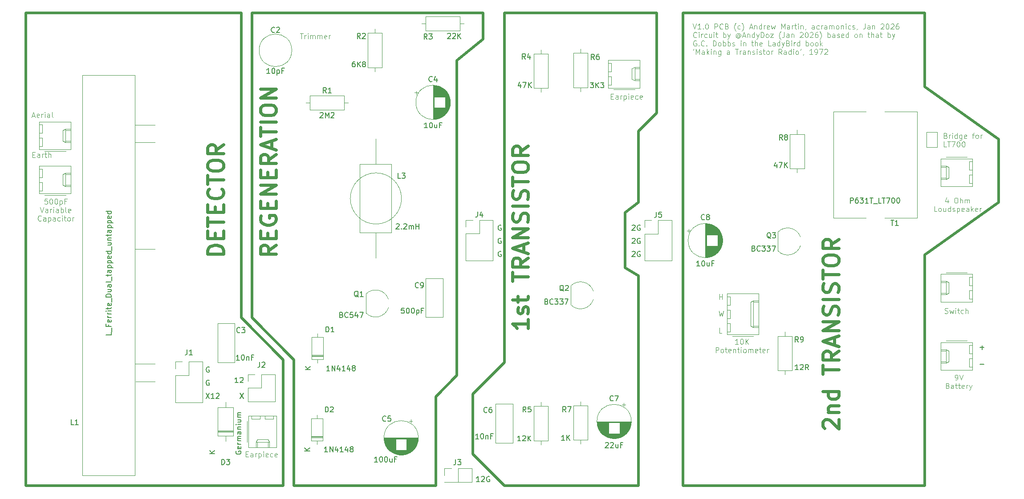
<source format=gbr>
%TF.GenerationSoftware,KiCad,Pcbnew,9.0.0*%
%TF.CreationDate,2026-01-23T12:34:58+00:00*%
%TF.ProjectId,LadybirdRadioUpdated,4c616479-6269-4726-9452-6164696f5570,rev?*%
%TF.SameCoordinates,Original*%
%TF.FileFunction,Legend,Top*%
%TF.FilePolarity,Positive*%
%FSLAX46Y46*%
G04 Gerber Fmt 4.6, Leading zero omitted, Abs format (unit mm)*
G04 Created by KiCad (PCBNEW 9.0.0) date 2026-01-23 12:34:58*
%MOMM*%
%LPD*%
G01*
G04 APERTURE LIST*
%ADD10C,0.100000*%
%ADD11C,0.500000*%
%ADD12C,0.200000*%
%ADD13C,0.600000*%
%ADD14C,0.150000*%
%ADD15C,0.120000*%
G04 APERTURE END LIST*
D10*
X146861027Y-38042587D02*
X147194360Y-39042587D01*
X147194360Y-39042587D02*
X147527693Y-38042587D01*
X148384836Y-39042587D02*
X147813408Y-39042587D01*
X148099122Y-39042587D02*
X148099122Y-38042587D01*
X148099122Y-38042587D02*
X148003884Y-38185444D01*
X148003884Y-38185444D02*
X147908646Y-38280682D01*
X147908646Y-38280682D02*
X147813408Y-38328301D01*
X148813408Y-38947348D02*
X148861027Y-38994968D01*
X148861027Y-38994968D02*
X148813408Y-39042587D01*
X148813408Y-39042587D02*
X148765789Y-38994968D01*
X148765789Y-38994968D02*
X148813408Y-38947348D01*
X148813408Y-38947348D02*
X148813408Y-39042587D01*
X149480074Y-38042587D02*
X149575312Y-38042587D01*
X149575312Y-38042587D02*
X149670550Y-38090206D01*
X149670550Y-38090206D02*
X149718169Y-38137825D01*
X149718169Y-38137825D02*
X149765788Y-38233063D01*
X149765788Y-38233063D02*
X149813407Y-38423539D01*
X149813407Y-38423539D02*
X149813407Y-38661634D01*
X149813407Y-38661634D02*
X149765788Y-38852110D01*
X149765788Y-38852110D02*
X149718169Y-38947348D01*
X149718169Y-38947348D02*
X149670550Y-38994968D01*
X149670550Y-38994968D02*
X149575312Y-39042587D01*
X149575312Y-39042587D02*
X149480074Y-39042587D01*
X149480074Y-39042587D02*
X149384836Y-38994968D01*
X149384836Y-38994968D02*
X149337217Y-38947348D01*
X149337217Y-38947348D02*
X149289598Y-38852110D01*
X149289598Y-38852110D02*
X149241979Y-38661634D01*
X149241979Y-38661634D02*
X149241979Y-38423539D01*
X149241979Y-38423539D02*
X149289598Y-38233063D01*
X149289598Y-38233063D02*
X149337217Y-38137825D01*
X149337217Y-38137825D02*
X149384836Y-38090206D01*
X149384836Y-38090206D02*
X149480074Y-38042587D01*
X151003884Y-39042587D02*
X151003884Y-38042587D01*
X151003884Y-38042587D02*
X151384836Y-38042587D01*
X151384836Y-38042587D02*
X151480074Y-38090206D01*
X151480074Y-38090206D02*
X151527693Y-38137825D01*
X151527693Y-38137825D02*
X151575312Y-38233063D01*
X151575312Y-38233063D02*
X151575312Y-38375920D01*
X151575312Y-38375920D02*
X151527693Y-38471158D01*
X151527693Y-38471158D02*
X151480074Y-38518777D01*
X151480074Y-38518777D02*
X151384836Y-38566396D01*
X151384836Y-38566396D02*
X151003884Y-38566396D01*
X152575312Y-38947348D02*
X152527693Y-38994968D01*
X152527693Y-38994968D02*
X152384836Y-39042587D01*
X152384836Y-39042587D02*
X152289598Y-39042587D01*
X152289598Y-39042587D02*
X152146741Y-38994968D01*
X152146741Y-38994968D02*
X152051503Y-38899729D01*
X152051503Y-38899729D02*
X152003884Y-38804491D01*
X152003884Y-38804491D02*
X151956265Y-38614015D01*
X151956265Y-38614015D02*
X151956265Y-38471158D01*
X151956265Y-38471158D02*
X152003884Y-38280682D01*
X152003884Y-38280682D02*
X152051503Y-38185444D01*
X152051503Y-38185444D02*
X152146741Y-38090206D01*
X152146741Y-38090206D02*
X152289598Y-38042587D01*
X152289598Y-38042587D02*
X152384836Y-38042587D01*
X152384836Y-38042587D02*
X152527693Y-38090206D01*
X152527693Y-38090206D02*
X152575312Y-38137825D01*
X153337217Y-38518777D02*
X153480074Y-38566396D01*
X153480074Y-38566396D02*
X153527693Y-38614015D01*
X153527693Y-38614015D02*
X153575312Y-38709253D01*
X153575312Y-38709253D02*
X153575312Y-38852110D01*
X153575312Y-38852110D02*
X153527693Y-38947348D01*
X153527693Y-38947348D02*
X153480074Y-38994968D01*
X153480074Y-38994968D02*
X153384836Y-39042587D01*
X153384836Y-39042587D02*
X153003884Y-39042587D01*
X153003884Y-39042587D02*
X153003884Y-38042587D01*
X153003884Y-38042587D02*
X153337217Y-38042587D01*
X153337217Y-38042587D02*
X153432455Y-38090206D01*
X153432455Y-38090206D02*
X153480074Y-38137825D01*
X153480074Y-38137825D02*
X153527693Y-38233063D01*
X153527693Y-38233063D02*
X153527693Y-38328301D01*
X153527693Y-38328301D02*
X153480074Y-38423539D01*
X153480074Y-38423539D02*
X153432455Y-38471158D01*
X153432455Y-38471158D02*
X153337217Y-38518777D01*
X153337217Y-38518777D02*
X153003884Y-38518777D01*
X155051503Y-39423539D02*
X155003884Y-39375920D01*
X155003884Y-39375920D02*
X154908646Y-39233063D01*
X154908646Y-39233063D02*
X154861027Y-39137825D01*
X154861027Y-39137825D02*
X154813408Y-38994968D01*
X154813408Y-38994968D02*
X154765789Y-38756872D01*
X154765789Y-38756872D02*
X154765789Y-38566396D01*
X154765789Y-38566396D02*
X154813408Y-38328301D01*
X154813408Y-38328301D02*
X154861027Y-38185444D01*
X154861027Y-38185444D02*
X154908646Y-38090206D01*
X154908646Y-38090206D02*
X155003884Y-37947348D01*
X155003884Y-37947348D02*
X155051503Y-37899729D01*
X155861027Y-38994968D02*
X155765789Y-39042587D01*
X155765789Y-39042587D02*
X155575313Y-39042587D01*
X155575313Y-39042587D02*
X155480075Y-38994968D01*
X155480075Y-38994968D02*
X155432456Y-38947348D01*
X155432456Y-38947348D02*
X155384837Y-38852110D01*
X155384837Y-38852110D02*
X155384837Y-38566396D01*
X155384837Y-38566396D02*
X155432456Y-38471158D01*
X155432456Y-38471158D02*
X155480075Y-38423539D01*
X155480075Y-38423539D02*
X155575313Y-38375920D01*
X155575313Y-38375920D02*
X155765789Y-38375920D01*
X155765789Y-38375920D02*
X155861027Y-38423539D01*
X156194361Y-39423539D02*
X156241980Y-39375920D01*
X156241980Y-39375920D02*
X156337218Y-39233063D01*
X156337218Y-39233063D02*
X156384837Y-39137825D01*
X156384837Y-39137825D02*
X156432456Y-38994968D01*
X156432456Y-38994968D02*
X156480075Y-38756872D01*
X156480075Y-38756872D02*
X156480075Y-38566396D01*
X156480075Y-38566396D02*
X156432456Y-38328301D01*
X156432456Y-38328301D02*
X156384837Y-38185444D01*
X156384837Y-38185444D02*
X156337218Y-38090206D01*
X156337218Y-38090206D02*
X156241980Y-37947348D01*
X156241980Y-37947348D02*
X156194361Y-37899729D01*
X157670552Y-38756872D02*
X158146742Y-38756872D01*
X157575314Y-39042587D02*
X157908647Y-38042587D01*
X157908647Y-38042587D02*
X158241980Y-39042587D01*
X158575314Y-38375920D02*
X158575314Y-39042587D01*
X158575314Y-38471158D02*
X158622933Y-38423539D01*
X158622933Y-38423539D02*
X158718171Y-38375920D01*
X158718171Y-38375920D02*
X158861028Y-38375920D01*
X158861028Y-38375920D02*
X158956266Y-38423539D01*
X158956266Y-38423539D02*
X159003885Y-38518777D01*
X159003885Y-38518777D02*
X159003885Y-39042587D01*
X159908647Y-39042587D02*
X159908647Y-38042587D01*
X159908647Y-38994968D02*
X159813409Y-39042587D01*
X159813409Y-39042587D02*
X159622933Y-39042587D01*
X159622933Y-39042587D02*
X159527695Y-38994968D01*
X159527695Y-38994968D02*
X159480076Y-38947348D01*
X159480076Y-38947348D02*
X159432457Y-38852110D01*
X159432457Y-38852110D02*
X159432457Y-38566396D01*
X159432457Y-38566396D02*
X159480076Y-38471158D01*
X159480076Y-38471158D02*
X159527695Y-38423539D01*
X159527695Y-38423539D02*
X159622933Y-38375920D01*
X159622933Y-38375920D02*
X159813409Y-38375920D01*
X159813409Y-38375920D02*
X159908647Y-38423539D01*
X160384838Y-39042587D02*
X160384838Y-38375920D01*
X160384838Y-38566396D02*
X160432457Y-38471158D01*
X160432457Y-38471158D02*
X160480076Y-38423539D01*
X160480076Y-38423539D02*
X160575314Y-38375920D01*
X160575314Y-38375920D02*
X160670552Y-38375920D01*
X161384838Y-38994968D02*
X161289600Y-39042587D01*
X161289600Y-39042587D02*
X161099124Y-39042587D01*
X161099124Y-39042587D02*
X161003886Y-38994968D01*
X161003886Y-38994968D02*
X160956267Y-38899729D01*
X160956267Y-38899729D02*
X160956267Y-38518777D01*
X160956267Y-38518777D02*
X161003886Y-38423539D01*
X161003886Y-38423539D02*
X161099124Y-38375920D01*
X161099124Y-38375920D02*
X161289600Y-38375920D01*
X161289600Y-38375920D02*
X161384838Y-38423539D01*
X161384838Y-38423539D02*
X161432457Y-38518777D01*
X161432457Y-38518777D02*
X161432457Y-38614015D01*
X161432457Y-38614015D02*
X160956267Y-38709253D01*
X161765791Y-38375920D02*
X161956267Y-39042587D01*
X161956267Y-39042587D02*
X162146743Y-38566396D01*
X162146743Y-38566396D02*
X162337219Y-39042587D01*
X162337219Y-39042587D02*
X162527695Y-38375920D01*
X163670553Y-39042587D02*
X163670553Y-38042587D01*
X163670553Y-38042587D02*
X164003886Y-38756872D01*
X164003886Y-38756872D02*
X164337219Y-38042587D01*
X164337219Y-38042587D02*
X164337219Y-39042587D01*
X165241981Y-39042587D02*
X165241981Y-38518777D01*
X165241981Y-38518777D02*
X165194362Y-38423539D01*
X165194362Y-38423539D02*
X165099124Y-38375920D01*
X165099124Y-38375920D02*
X164908648Y-38375920D01*
X164908648Y-38375920D02*
X164813410Y-38423539D01*
X165241981Y-38994968D02*
X165146743Y-39042587D01*
X165146743Y-39042587D02*
X164908648Y-39042587D01*
X164908648Y-39042587D02*
X164813410Y-38994968D01*
X164813410Y-38994968D02*
X164765791Y-38899729D01*
X164765791Y-38899729D02*
X164765791Y-38804491D01*
X164765791Y-38804491D02*
X164813410Y-38709253D01*
X164813410Y-38709253D02*
X164908648Y-38661634D01*
X164908648Y-38661634D02*
X165146743Y-38661634D01*
X165146743Y-38661634D02*
X165241981Y-38614015D01*
X165718172Y-39042587D02*
X165718172Y-38375920D01*
X165718172Y-38566396D02*
X165765791Y-38471158D01*
X165765791Y-38471158D02*
X165813410Y-38423539D01*
X165813410Y-38423539D02*
X165908648Y-38375920D01*
X165908648Y-38375920D02*
X166003886Y-38375920D01*
X166194363Y-38375920D02*
X166575315Y-38375920D01*
X166337220Y-38042587D02*
X166337220Y-38899729D01*
X166337220Y-38899729D02*
X166384839Y-38994968D01*
X166384839Y-38994968D02*
X166480077Y-39042587D01*
X166480077Y-39042587D02*
X166575315Y-39042587D01*
X166908649Y-39042587D02*
X166908649Y-38375920D01*
X166908649Y-38042587D02*
X166861030Y-38090206D01*
X166861030Y-38090206D02*
X166908649Y-38137825D01*
X166908649Y-38137825D02*
X166956268Y-38090206D01*
X166956268Y-38090206D02*
X166908649Y-38042587D01*
X166908649Y-38042587D02*
X166908649Y-38137825D01*
X167384839Y-38375920D02*
X167384839Y-39042587D01*
X167384839Y-38471158D02*
X167432458Y-38423539D01*
X167432458Y-38423539D02*
X167527696Y-38375920D01*
X167527696Y-38375920D02*
X167670553Y-38375920D01*
X167670553Y-38375920D02*
X167765791Y-38423539D01*
X167765791Y-38423539D02*
X167813410Y-38518777D01*
X167813410Y-38518777D02*
X167813410Y-39042587D01*
X168337220Y-38994968D02*
X168337220Y-39042587D01*
X168337220Y-39042587D02*
X168289601Y-39137825D01*
X168289601Y-39137825D02*
X168241982Y-39185444D01*
X169956267Y-39042587D02*
X169956267Y-38518777D01*
X169956267Y-38518777D02*
X169908648Y-38423539D01*
X169908648Y-38423539D02*
X169813410Y-38375920D01*
X169813410Y-38375920D02*
X169622934Y-38375920D01*
X169622934Y-38375920D02*
X169527696Y-38423539D01*
X169956267Y-38994968D02*
X169861029Y-39042587D01*
X169861029Y-39042587D02*
X169622934Y-39042587D01*
X169622934Y-39042587D02*
X169527696Y-38994968D01*
X169527696Y-38994968D02*
X169480077Y-38899729D01*
X169480077Y-38899729D02*
X169480077Y-38804491D01*
X169480077Y-38804491D02*
X169527696Y-38709253D01*
X169527696Y-38709253D02*
X169622934Y-38661634D01*
X169622934Y-38661634D02*
X169861029Y-38661634D01*
X169861029Y-38661634D02*
X169956267Y-38614015D01*
X170861029Y-38994968D02*
X170765791Y-39042587D01*
X170765791Y-39042587D02*
X170575315Y-39042587D01*
X170575315Y-39042587D02*
X170480077Y-38994968D01*
X170480077Y-38994968D02*
X170432458Y-38947348D01*
X170432458Y-38947348D02*
X170384839Y-38852110D01*
X170384839Y-38852110D02*
X170384839Y-38566396D01*
X170384839Y-38566396D02*
X170432458Y-38471158D01*
X170432458Y-38471158D02*
X170480077Y-38423539D01*
X170480077Y-38423539D02*
X170575315Y-38375920D01*
X170575315Y-38375920D02*
X170765791Y-38375920D01*
X170765791Y-38375920D02*
X170861029Y-38423539D01*
X171289601Y-39042587D02*
X171289601Y-38375920D01*
X171289601Y-38566396D02*
X171337220Y-38471158D01*
X171337220Y-38471158D02*
X171384839Y-38423539D01*
X171384839Y-38423539D02*
X171480077Y-38375920D01*
X171480077Y-38375920D02*
X171575315Y-38375920D01*
X172337220Y-39042587D02*
X172337220Y-38518777D01*
X172337220Y-38518777D02*
X172289601Y-38423539D01*
X172289601Y-38423539D02*
X172194363Y-38375920D01*
X172194363Y-38375920D02*
X172003887Y-38375920D01*
X172003887Y-38375920D02*
X171908649Y-38423539D01*
X172337220Y-38994968D02*
X172241982Y-39042587D01*
X172241982Y-39042587D02*
X172003887Y-39042587D01*
X172003887Y-39042587D02*
X171908649Y-38994968D01*
X171908649Y-38994968D02*
X171861030Y-38899729D01*
X171861030Y-38899729D02*
X171861030Y-38804491D01*
X171861030Y-38804491D02*
X171908649Y-38709253D01*
X171908649Y-38709253D02*
X172003887Y-38661634D01*
X172003887Y-38661634D02*
X172241982Y-38661634D01*
X172241982Y-38661634D02*
X172337220Y-38614015D01*
X172813411Y-39042587D02*
X172813411Y-38375920D01*
X172813411Y-38471158D02*
X172861030Y-38423539D01*
X172861030Y-38423539D02*
X172956268Y-38375920D01*
X172956268Y-38375920D02*
X173099125Y-38375920D01*
X173099125Y-38375920D02*
X173194363Y-38423539D01*
X173194363Y-38423539D02*
X173241982Y-38518777D01*
X173241982Y-38518777D02*
X173241982Y-39042587D01*
X173241982Y-38518777D02*
X173289601Y-38423539D01*
X173289601Y-38423539D02*
X173384839Y-38375920D01*
X173384839Y-38375920D02*
X173527696Y-38375920D01*
X173527696Y-38375920D02*
X173622935Y-38423539D01*
X173622935Y-38423539D02*
X173670554Y-38518777D01*
X173670554Y-38518777D02*
X173670554Y-39042587D01*
X174289601Y-39042587D02*
X174194363Y-38994968D01*
X174194363Y-38994968D02*
X174146744Y-38947348D01*
X174146744Y-38947348D02*
X174099125Y-38852110D01*
X174099125Y-38852110D02*
X174099125Y-38566396D01*
X174099125Y-38566396D02*
X174146744Y-38471158D01*
X174146744Y-38471158D02*
X174194363Y-38423539D01*
X174194363Y-38423539D02*
X174289601Y-38375920D01*
X174289601Y-38375920D02*
X174432458Y-38375920D01*
X174432458Y-38375920D02*
X174527696Y-38423539D01*
X174527696Y-38423539D02*
X174575315Y-38471158D01*
X174575315Y-38471158D02*
X174622934Y-38566396D01*
X174622934Y-38566396D02*
X174622934Y-38852110D01*
X174622934Y-38852110D02*
X174575315Y-38947348D01*
X174575315Y-38947348D02*
X174527696Y-38994968D01*
X174527696Y-38994968D02*
X174432458Y-39042587D01*
X174432458Y-39042587D02*
X174289601Y-39042587D01*
X175051506Y-38375920D02*
X175051506Y-39042587D01*
X175051506Y-38471158D02*
X175099125Y-38423539D01*
X175099125Y-38423539D02*
X175194363Y-38375920D01*
X175194363Y-38375920D02*
X175337220Y-38375920D01*
X175337220Y-38375920D02*
X175432458Y-38423539D01*
X175432458Y-38423539D02*
X175480077Y-38518777D01*
X175480077Y-38518777D02*
X175480077Y-39042587D01*
X175956268Y-39042587D02*
X175956268Y-38375920D01*
X175956268Y-38042587D02*
X175908649Y-38090206D01*
X175908649Y-38090206D02*
X175956268Y-38137825D01*
X175956268Y-38137825D02*
X176003887Y-38090206D01*
X176003887Y-38090206D02*
X175956268Y-38042587D01*
X175956268Y-38042587D02*
X175956268Y-38137825D01*
X176861029Y-38994968D02*
X176765791Y-39042587D01*
X176765791Y-39042587D02*
X176575315Y-39042587D01*
X176575315Y-39042587D02*
X176480077Y-38994968D01*
X176480077Y-38994968D02*
X176432458Y-38947348D01*
X176432458Y-38947348D02*
X176384839Y-38852110D01*
X176384839Y-38852110D02*
X176384839Y-38566396D01*
X176384839Y-38566396D02*
X176432458Y-38471158D01*
X176432458Y-38471158D02*
X176480077Y-38423539D01*
X176480077Y-38423539D02*
X176575315Y-38375920D01*
X176575315Y-38375920D02*
X176765791Y-38375920D01*
X176765791Y-38375920D02*
X176861029Y-38423539D01*
X177241982Y-38994968D02*
X177337220Y-39042587D01*
X177337220Y-39042587D02*
X177527696Y-39042587D01*
X177527696Y-39042587D02*
X177622934Y-38994968D01*
X177622934Y-38994968D02*
X177670553Y-38899729D01*
X177670553Y-38899729D02*
X177670553Y-38852110D01*
X177670553Y-38852110D02*
X177622934Y-38756872D01*
X177622934Y-38756872D02*
X177527696Y-38709253D01*
X177527696Y-38709253D02*
X177384839Y-38709253D01*
X177384839Y-38709253D02*
X177289601Y-38661634D01*
X177289601Y-38661634D02*
X177241982Y-38566396D01*
X177241982Y-38566396D02*
X177241982Y-38518777D01*
X177241982Y-38518777D02*
X177289601Y-38423539D01*
X177289601Y-38423539D02*
X177384839Y-38375920D01*
X177384839Y-38375920D02*
X177527696Y-38375920D01*
X177527696Y-38375920D02*
X177622934Y-38423539D01*
X178146744Y-38994968D02*
X178146744Y-39042587D01*
X178146744Y-39042587D02*
X178099125Y-39137825D01*
X178099125Y-39137825D02*
X178051506Y-39185444D01*
X179622934Y-38042587D02*
X179622934Y-38756872D01*
X179622934Y-38756872D02*
X179575315Y-38899729D01*
X179575315Y-38899729D02*
X179480077Y-38994968D01*
X179480077Y-38994968D02*
X179337220Y-39042587D01*
X179337220Y-39042587D02*
X179241982Y-39042587D01*
X180527696Y-39042587D02*
X180527696Y-38518777D01*
X180527696Y-38518777D02*
X180480077Y-38423539D01*
X180480077Y-38423539D02*
X180384839Y-38375920D01*
X180384839Y-38375920D02*
X180194363Y-38375920D01*
X180194363Y-38375920D02*
X180099125Y-38423539D01*
X180527696Y-38994968D02*
X180432458Y-39042587D01*
X180432458Y-39042587D02*
X180194363Y-39042587D01*
X180194363Y-39042587D02*
X180099125Y-38994968D01*
X180099125Y-38994968D02*
X180051506Y-38899729D01*
X180051506Y-38899729D02*
X180051506Y-38804491D01*
X180051506Y-38804491D02*
X180099125Y-38709253D01*
X180099125Y-38709253D02*
X180194363Y-38661634D01*
X180194363Y-38661634D02*
X180432458Y-38661634D01*
X180432458Y-38661634D02*
X180527696Y-38614015D01*
X181003887Y-38375920D02*
X181003887Y-39042587D01*
X181003887Y-38471158D02*
X181051506Y-38423539D01*
X181051506Y-38423539D02*
X181146744Y-38375920D01*
X181146744Y-38375920D02*
X181289601Y-38375920D01*
X181289601Y-38375920D02*
X181384839Y-38423539D01*
X181384839Y-38423539D02*
X181432458Y-38518777D01*
X181432458Y-38518777D02*
X181432458Y-39042587D01*
X182622935Y-38137825D02*
X182670554Y-38090206D01*
X182670554Y-38090206D02*
X182765792Y-38042587D01*
X182765792Y-38042587D02*
X183003887Y-38042587D01*
X183003887Y-38042587D02*
X183099125Y-38090206D01*
X183099125Y-38090206D02*
X183146744Y-38137825D01*
X183146744Y-38137825D02*
X183194363Y-38233063D01*
X183194363Y-38233063D02*
X183194363Y-38328301D01*
X183194363Y-38328301D02*
X183146744Y-38471158D01*
X183146744Y-38471158D02*
X182575316Y-39042587D01*
X182575316Y-39042587D02*
X183194363Y-39042587D01*
X183813411Y-38042587D02*
X183908649Y-38042587D01*
X183908649Y-38042587D02*
X184003887Y-38090206D01*
X184003887Y-38090206D02*
X184051506Y-38137825D01*
X184051506Y-38137825D02*
X184099125Y-38233063D01*
X184099125Y-38233063D02*
X184146744Y-38423539D01*
X184146744Y-38423539D02*
X184146744Y-38661634D01*
X184146744Y-38661634D02*
X184099125Y-38852110D01*
X184099125Y-38852110D02*
X184051506Y-38947348D01*
X184051506Y-38947348D02*
X184003887Y-38994968D01*
X184003887Y-38994968D02*
X183908649Y-39042587D01*
X183908649Y-39042587D02*
X183813411Y-39042587D01*
X183813411Y-39042587D02*
X183718173Y-38994968D01*
X183718173Y-38994968D02*
X183670554Y-38947348D01*
X183670554Y-38947348D02*
X183622935Y-38852110D01*
X183622935Y-38852110D02*
X183575316Y-38661634D01*
X183575316Y-38661634D02*
X183575316Y-38423539D01*
X183575316Y-38423539D02*
X183622935Y-38233063D01*
X183622935Y-38233063D02*
X183670554Y-38137825D01*
X183670554Y-38137825D02*
X183718173Y-38090206D01*
X183718173Y-38090206D02*
X183813411Y-38042587D01*
X184527697Y-38137825D02*
X184575316Y-38090206D01*
X184575316Y-38090206D02*
X184670554Y-38042587D01*
X184670554Y-38042587D02*
X184908649Y-38042587D01*
X184908649Y-38042587D02*
X185003887Y-38090206D01*
X185003887Y-38090206D02*
X185051506Y-38137825D01*
X185051506Y-38137825D02*
X185099125Y-38233063D01*
X185099125Y-38233063D02*
X185099125Y-38328301D01*
X185099125Y-38328301D02*
X185051506Y-38471158D01*
X185051506Y-38471158D02*
X184480078Y-39042587D01*
X184480078Y-39042587D02*
X185099125Y-39042587D01*
X185956268Y-38042587D02*
X185765792Y-38042587D01*
X185765792Y-38042587D02*
X185670554Y-38090206D01*
X185670554Y-38090206D02*
X185622935Y-38137825D01*
X185622935Y-38137825D02*
X185527697Y-38280682D01*
X185527697Y-38280682D02*
X185480078Y-38471158D01*
X185480078Y-38471158D02*
X185480078Y-38852110D01*
X185480078Y-38852110D02*
X185527697Y-38947348D01*
X185527697Y-38947348D02*
X185575316Y-38994968D01*
X185575316Y-38994968D02*
X185670554Y-39042587D01*
X185670554Y-39042587D02*
X185861030Y-39042587D01*
X185861030Y-39042587D02*
X185956268Y-38994968D01*
X185956268Y-38994968D02*
X186003887Y-38947348D01*
X186003887Y-38947348D02*
X186051506Y-38852110D01*
X186051506Y-38852110D02*
X186051506Y-38614015D01*
X186051506Y-38614015D02*
X186003887Y-38518777D01*
X186003887Y-38518777D02*
X185956268Y-38471158D01*
X185956268Y-38471158D02*
X185861030Y-38423539D01*
X185861030Y-38423539D02*
X185670554Y-38423539D01*
X185670554Y-38423539D02*
X185575316Y-38471158D01*
X185575316Y-38471158D02*
X185527697Y-38518777D01*
X185527697Y-38518777D02*
X185480078Y-38614015D01*
X147575312Y-40557292D02*
X147527693Y-40604912D01*
X147527693Y-40604912D02*
X147384836Y-40652531D01*
X147384836Y-40652531D02*
X147289598Y-40652531D01*
X147289598Y-40652531D02*
X147146741Y-40604912D01*
X147146741Y-40604912D02*
X147051503Y-40509673D01*
X147051503Y-40509673D02*
X147003884Y-40414435D01*
X147003884Y-40414435D02*
X146956265Y-40223959D01*
X146956265Y-40223959D02*
X146956265Y-40081102D01*
X146956265Y-40081102D02*
X147003884Y-39890626D01*
X147003884Y-39890626D02*
X147051503Y-39795388D01*
X147051503Y-39795388D02*
X147146741Y-39700150D01*
X147146741Y-39700150D02*
X147289598Y-39652531D01*
X147289598Y-39652531D02*
X147384836Y-39652531D01*
X147384836Y-39652531D02*
X147527693Y-39700150D01*
X147527693Y-39700150D02*
X147575312Y-39747769D01*
X148003884Y-40652531D02*
X148003884Y-39985864D01*
X148003884Y-39652531D02*
X147956265Y-39700150D01*
X147956265Y-39700150D02*
X148003884Y-39747769D01*
X148003884Y-39747769D02*
X148051503Y-39700150D01*
X148051503Y-39700150D02*
X148003884Y-39652531D01*
X148003884Y-39652531D02*
X148003884Y-39747769D01*
X148480074Y-40652531D02*
X148480074Y-39985864D01*
X148480074Y-40176340D02*
X148527693Y-40081102D01*
X148527693Y-40081102D02*
X148575312Y-40033483D01*
X148575312Y-40033483D02*
X148670550Y-39985864D01*
X148670550Y-39985864D02*
X148765788Y-39985864D01*
X149527693Y-40604912D02*
X149432455Y-40652531D01*
X149432455Y-40652531D02*
X149241979Y-40652531D01*
X149241979Y-40652531D02*
X149146741Y-40604912D01*
X149146741Y-40604912D02*
X149099122Y-40557292D01*
X149099122Y-40557292D02*
X149051503Y-40462054D01*
X149051503Y-40462054D02*
X149051503Y-40176340D01*
X149051503Y-40176340D02*
X149099122Y-40081102D01*
X149099122Y-40081102D02*
X149146741Y-40033483D01*
X149146741Y-40033483D02*
X149241979Y-39985864D01*
X149241979Y-39985864D02*
X149432455Y-39985864D01*
X149432455Y-39985864D02*
X149527693Y-40033483D01*
X150384836Y-39985864D02*
X150384836Y-40652531D01*
X149956265Y-39985864D02*
X149956265Y-40509673D01*
X149956265Y-40509673D02*
X150003884Y-40604912D01*
X150003884Y-40604912D02*
X150099122Y-40652531D01*
X150099122Y-40652531D02*
X150241979Y-40652531D01*
X150241979Y-40652531D02*
X150337217Y-40604912D01*
X150337217Y-40604912D02*
X150384836Y-40557292D01*
X150861027Y-40652531D02*
X150861027Y-39985864D01*
X150861027Y-39652531D02*
X150813408Y-39700150D01*
X150813408Y-39700150D02*
X150861027Y-39747769D01*
X150861027Y-39747769D02*
X150908646Y-39700150D01*
X150908646Y-39700150D02*
X150861027Y-39652531D01*
X150861027Y-39652531D02*
X150861027Y-39747769D01*
X151194360Y-39985864D02*
X151575312Y-39985864D01*
X151337217Y-39652531D02*
X151337217Y-40509673D01*
X151337217Y-40509673D02*
X151384836Y-40604912D01*
X151384836Y-40604912D02*
X151480074Y-40652531D01*
X151480074Y-40652531D02*
X151575312Y-40652531D01*
X152670551Y-40652531D02*
X152670551Y-39652531D01*
X152670551Y-40033483D02*
X152765789Y-39985864D01*
X152765789Y-39985864D02*
X152956265Y-39985864D01*
X152956265Y-39985864D02*
X153051503Y-40033483D01*
X153051503Y-40033483D02*
X153099122Y-40081102D01*
X153099122Y-40081102D02*
X153146741Y-40176340D01*
X153146741Y-40176340D02*
X153146741Y-40462054D01*
X153146741Y-40462054D02*
X153099122Y-40557292D01*
X153099122Y-40557292D02*
X153051503Y-40604912D01*
X153051503Y-40604912D02*
X152956265Y-40652531D01*
X152956265Y-40652531D02*
X152765789Y-40652531D01*
X152765789Y-40652531D02*
X152670551Y-40604912D01*
X153480075Y-39985864D02*
X153718170Y-40652531D01*
X153956265Y-39985864D02*
X153718170Y-40652531D01*
X153718170Y-40652531D02*
X153622932Y-40890626D01*
X153622932Y-40890626D02*
X153575313Y-40938245D01*
X153575313Y-40938245D02*
X153480075Y-40985864D01*
X155718170Y-40176340D02*
X155670551Y-40128721D01*
X155670551Y-40128721D02*
X155575313Y-40081102D01*
X155575313Y-40081102D02*
X155480075Y-40081102D01*
X155480075Y-40081102D02*
X155384837Y-40128721D01*
X155384837Y-40128721D02*
X155337218Y-40176340D01*
X155337218Y-40176340D02*
X155289599Y-40271578D01*
X155289599Y-40271578D02*
X155289599Y-40366816D01*
X155289599Y-40366816D02*
X155337218Y-40462054D01*
X155337218Y-40462054D02*
X155384837Y-40509673D01*
X155384837Y-40509673D02*
X155480075Y-40557292D01*
X155480075Y-40557292D02*
X155575313Y-40557292D01*
X155575313Y-40557292D02*
X155670551Y-40509673D01*
X155670551Y-40509673D02*
X155718170Y-40462054D01*
X155718170Y-40081102D02*
X155718170Y-40462054D01*
X155718170Y-40462054D02*
X155765789Y-40509673D01*
X155765789Y-40509673D02*
X155813408Y-40509673D01*
X155813408Y-40509673D02*
X155908647Y-40462054D01*
X155908647Y-40462054D02*
X155956266Y-40366816D01*
X155956266Y-40366816D02*
X155956266Y-40128721D01*
X155956266Y-40128721D02*
X155861028Y-39985864D01*
X155861028Y-39985864D02*
X155718170Y-39890626D01*
X155718170Y-39890626D02*
X155527694Y-39843007D01*
X155527694Y-39843007D02*
X155337218Y-39890626D01*
X155337218Y-39890626D02*
X155194361Y-39985864D01*
X155194361Y-39985864D02*
X155099123Y-40128721D01*
X155099123Y-40128721D02*
X155051504Y-40319197D01*
X155051504Y-40319197D02*
X155099123Y-40509673D01*
X155099123Y-40509673D02*
X155194361Y-40652531D01*
X155194361Y-40652531D02*
X155337218Y-40747769D01*
X155337218Y-40747769D02*
X155527694Y-40795388D01*
X155527694Y-40795388D02*
X155718170Y-40747769D01*
X155718170Y-40747769D02*
X155861028Y-40652531D01*
X156337218Y-40366816D02*
X156813408Y-40366816D01*
X156241980Y-40652531D02*
X156575313Y-39652531D01*
X156575313Y-39652531D02*
X156908646Y-40652531D01*
X157241980Y-39985864D02*
X157241980Y-40652531D01*
X157241980Y-40081102D02*
X157289599Y-40033483D01*
X157289599Y-40033483D02*
X157384837Y-39985864D01*
X157384837Y-39985864D02*
X157527694Y-39985864D01*
X157527694Y-39985864D02*
X157622932Y-40033483D01*
X157622932Y-40033483D02*
X157670551Y-40128721D01*
X157670551Y-40128721D02*
X157670551Y-40652531D01*
X158575313Y-40652531D02*
X158575313Y-39652531D01*
X158575313Y-40604912D02*
X158480075Y-40652531D01*
X158480075Y-40652531D02*
X158289599Y-40652531D01*
X158289599Y-40652531D02*
X158194361Y-40604912D01*
X158194361Y-40604912D02*
X158146742Y-40557292D01*
X158146742Y-40557292D02*
X158099123Y-40462054D01*
X158099123Y-40462054D02*
X158099123Y-40176340D01*
X158099123Y-40176340D02*
X158146742Y-40081102D01*
X158146742Y-40081102D02*
X158194361Y-40033483D01*
X158194361Y-40033483D02*
X158289599Y-39985864D01*
X158289599Y-39985864D02*
X158480075Y-39985864D01*
X158480075Y-39985864D02*
X158575313Y-40033483D01*
X158956266Y-39985864D02*
X159194361Y-40652531D01*
X159432456Y-39985864D02*
X159194361Y-40652531D01*
X159194361Y-40652531D02*
X159099123Y-40890626D01*
X159099123Y-40890626D02*
X159051504Y-40938245D01*
X159051504Y-40938245D02*
X158956266Y-40985864D01*
X159813409Y-40652531D02*
X159813409Y-39652531D01*
X159813409Y-39652531D02*
X160051504Y-39652531D01*
X160051504Y-39652531D02*
X160194361Y-39700150D01*
X160194361Y-39700150D02*
X160289599Y-39795388D01*
X160289599Y-39795388D02*
X160337218Y-39890626D01*
X160337218Y-39890626D02*
X160384837Y-40081102D01*
X160384837Y-40081102D02*
X160384837Y-40223959D01*
X160384837Y-40223959D02*
X160337218Y-40414435D01*
X160337218Y-40414435D02*
X160289599Y-40509673D01*
X160289599Y-40509673D02*
X160194361Y-40604912D01*
X160194361Y-40604912D02*
X160051504Y-40652531D01*
X160051504Y-40652531D02*
X159813409Y-40652531D01*
X160956266Y-40652531D02*
X160861028Y-40604912D01*
X160861028Y-40604912D02*
X160813409Y-40557292D01*
X160813409Y-40557292D02*
X160765790Y-40462054D01*
X160765790Y-40462054D02*
X160765790Y-40176340D01*
X160765790Y-40176340D02*
X160813409Y-40081102D01*
X160813409Y-40081102D02*
X160861028Y-40033483D01*
X160861028Y-40033483D02*
X160956266Y-39985864D01*
X160956266Y-39985864D02*
X161099123Y-39985864D01*
X161099123Y-39985864D02*
X161194361Y-40033483D01*
X161194361Y-40033483D02*
X161241980Y-40081102D01*
X161241980Y-40081102D02*
X161289599Y-40176340D01*
X161289599Y-40176340D02*
X161289599Y-40462054D01*
X161289599Y-40462054D02*
X161241980Y-40557292D01*
X161241980Y-40557292D02*
X161194361Y-40604912D01*
X161194361Y-40604912D02*
X161099123Y-40652531D01*
X161099123Y-40652531D02*
X160956266Y-40652531D01*
X161622933Y-39985864D02*
X162146742Y-39985864D01*
X162146742Y-39985864D02*
X161622933Y-40652531D01*
X161622933Y-40652531D02*
X162146742Y-40652531D01*
X163575314Y-41033483D02*
X163527695Y-40985864D01*
X163527695Y-40985864D02*
X163432457Y-40843007D01*
X163432457Y-40843007D02*
X163384838Y-40747769D01*
X163384838Y-40747769D02*
X163337219Y-40604912D01*
X163337219Y-40604912D02*
X163289600Y-40366816D01*
X163289600Y-40366816D02*
X163289600Y-40176340D01*
X163289600Y-40176340D02*
X163337219Y-39938245D01*
X163337219Y-39938245D02*
X163384838Y-39795388D01*
X163384838Y-39795388D02*
X163432457Y-39700150D01*
X163432457Y-39700150D02*
X163527695Y-39557292D01*
X163527695Y-39557292D02*
X163575314Y-39509673D01*
X164241981Y-39652531D02*
X164241981Y-40366816D01*
X164241981Y-40366816D02*
X164194362Y-40509673D01*
X164194362Y-40509673D02*
X164099124Y-40604912D01*
X164099124Y-40604912D02*
X163956267Y-40652531D01*
X163956267Y-40652531D02*
X163861029Y-40652531D01*
X165146743Y-40652531D02*
X165146743Y-40128721D01*
X165146743Y-40128721D02*
X165099124Y-40033483D01*
X165099124Y-40033483D02*
X165003886Y-39985864D01*
X165003886Y-39985864D02*
X164813410Y-39985864D01*
X164813410Y-39985864D02*
X164718172Y-40033483D01*
X165146743Y-40604912D02*
X165051505Y-40652531D01*
X165051505Y-40652531D02*
X164813410Y-40652531D01*
X164813410Y-40652531D02*
X164718172Y-40604912D01*
X164718172Y-40604912D02*
X164670553Y-40509673D01*
X164670553Y-40509673D02*
X164670553Y-40414435D01*
X164670553Y-40414435D02*
X164718172Y-40319197D01*
X164718172Y-40319197D02*
X164813410Y-40271578D01*
X164813410Y-40271578D02*
X165051505Y-40271578D01*
X165051505Y-40271578D02*
X165146743Y-40223959D01*
X165622934Y-39985864D02*
X165622934Y-40652531D01*
X165622934Y-40081102D02*
X165670553Y-40033483D01*
X165670553Y-40033483D02*
X165765791Y-39985864D01*
X165765791Y-39985864D02*
X165908648Y-39985864D01*
X165908648Y-39985864D02*
X166003886Y-40033483D01*
X166003886Y-40033483D02*
X166051505Y-40128721D01*
X166051505Y-40128721D02*
X166051505Y-40652531D01*
X167241982Y-39747769D02*
X167289601Y-39700150D01*
X167289601Y-39700150D02*
X167384839Y-39652531D01*
X167384839Y-39652531D02*
X167622934Y-39652531D01*
X167622934Y-39652531D02*
X167718172Y-39700150D01*
X167718172Y-39700150D02*
X167765791Y-39747769D01*
X167765791Y-39747769D02*
X167813410Y-39843007D01*
X167813410Y-39843007D02*
X167813410Y-39938245D01*
X167813410Y-39938245D02*
X167765791Y-40081102D01*
X167765791Y-40081102D02*
X167194363Y-40652531D01*
X167194363Y-40652531D02*
X167813410Y-40652531D01*
X168432458Y-39652531D02*
X168527696Y-39652531D01*
X168527696Y-39652531D02*
X168622934Y-39700150D01*
X168622934Y-39700150D02*
X168670553Y-39747769D01*
X168670553Y-39747769D02*
X168718172Y-39843007D01*
X168718172Y-39843007D02*
X168765791Y-40033483D01*
X168765791Y-40033483D02*
X168765791Y-40271578D01*
X168765791Y-40271578D02*
X168718172Y-40462054D01*
X168718172Y-40462054D02*
X168670553Y-40557292D01*
X168670553Y-40557292D02*
X168622934Y-40604912D01*
X168622934Y-40604912D02*
X168527696Y-40652531D01*
X168527696Y-40652531D02*
X168432458Y-40652531D01*
X168432458Y-40652531D02*
X168337220Y-40604912D01*
X168337220Y-40604912D02*
X168289601Y-40557292D01*
X168289601Y-40557292D02*
X168241982Y-40462054D01*
X168241982Y-40462054D02*
X168194363Y-40271578D01*
X168194363Y-40271578D02*
X168194363Y-40033483D01*
X168194363Y-40033483D02*
X168241982Y-39843007D01*
X168241982Y-39843007D02*
X168289601Y-39747769D01*
X168289601Y-39747769D02*
X168337220Y-39700150D01*
X168337220Y-39700150D02*
X168432458Y-39652531D01*
X169146744Y-39747769D02*
X169194363Y-39700150D01*
X169194363Y-39700150D02*
X169289601Y-39652531D01*
X169289601Y-39652531D02*
X169527696Y-39652531D01*
X169527696Y-39652531D02*
X169622934Y-39700150D01*
X169622934Y-39700150D02*
X169670553Y-39747769D01*
X169670553Y-39747769D02*
X169718172Y-39843007D01*
X169718172Y-39843007D02*
X169718172Y-39938245D01*
X169718172Y-39938245D02*
X169670553Y-40081102D01*
X169670553Y-40081102D02*
X169099125Y-40652531D01*
X169099125Y-40652531D02*
X169718172Y-40652531D01*
X170575315Y-39652531D02*
X170384839Y-39652531D01*
X170384839Y-39652531D02*
X170289601Y-39700150D01*
X170289601Y-39700150D02*
X170241982Y-39747769D01*
X170241982Y-39747769D02*
X170146744Y-39890626D01*
X170146744Y-39890626D02*
X170099125Y-40081102D01*
X170099125Y-40081102D02*
X170099125Y-40462054D01*
X170099125Y-40462054D02*
X170146744Y-40557292D01*
X170146744Y-40557292D02*
X170194363Y-40604912D01*
X170194363Y-40604912D02*
X170289601Y-40652531D01*
X170289601Y-40652531D02*
X170480077Y-40652531D01*
X170480077Y-40652531D02*
X170575315Y-40604912D01*
X170575315Y-40604912D02*
X170622934Y-40557292D01*
X170622934Y-40557292D02*
X170670553Y-40462054D01*
X170670553Y-40462054D02*
X170670553Y-40223959D01*
X170670553Y-40223959D02*
X170622934Y-40128721D01*
X170622934Y-40128721D02*
X170575315Y-40081102D01*
X170575315Y-40081102D02*
X170480077Y-40033483D01*
X170480077Y-40033483D02*
X170289601Y-40033483D01*
X170289601Y-40033483D02*
X170194363Y-40081102D01*
X170194363Y-40081102D02*
X170146744Y-40128721D01*
X170146744Y-40128721D02*
X170099125Y-40223959D01*
X171003887Y-41033483D02*
X171051506Y-40985864D01*
X171051506Y-40985864D02*
X171146744Y-40843007D01*
X171146744Y-40843007D02*
X171194363Y-40747769D01*
X171194363Y-40747769D02*
X171241982Y-40604912D01*
X171241982Y-40604912D02*
X171289601Y-40366816D01*
X171289601Y-40366816D02*
X171289601Y-40176340D01*
X171289601Y-40176340D02*
X171241982Y-39938245D01*
X171241982Y-39938245D02*
X171194363Y-39795388D01*
X171194363Y-39795388D02*
X171146744Y-39700150D01*
X171146744Y-39700150D02*
X171051506Y-39557292D01*
X171051506Y-39557292D02*
X171003887Y-39509673D01*
X172527697Y-40652531D02*
X172527697Y-39652531D01*
X172527697Y-40033483D02*
X172622935Y-39985864D01*
X172622935Y-39985864D02*
X172813411Y-39985864D01*
X172813411Y-39985864D02*
X172908649Y-40033483D01*
X172908649Y-40033483D02*
X172956268Y-40081102D01*
X172956268Y-40081102D02*
X173003887Y-40176340D01*
X173003887Y-40176340D02*
X173003887Y-40462054D01*
X173003887Y-40462054D02*
X172956268Y-40557292D01*
X172956268Y-40557292D02*
X172908649Y-40604912D01*
X172908649Y-40604912D02*
X172813411Y-40652531D01*
X172813411Y-40652531D02*
X172622935Y-40652531D01*
X172622935Y-40652531D02*
X172527697Y-40604912D01*
X173861030Y-40652531D02*
X173861030Y-40128721D01*
X173861030Y-40128721D02*
X173813411Y-40033483D01*
X173813411Y-40033483D02*
X173718173Y-39985864D01*
X173718173Y-39985864D02*
X173527697Y-39985864D01*
X173527697Y-39985864D02*
X173432459Y-40033483D01*
X173861030Y-40604912D02*
X173765792Y-40652531D01*
X173765792Y-40652531D02*
X173527697Y-40652531D01*
X173527697Y-40652531D02*
X173432459Y-40604912D01*
X173432459Y-40604912D02*
X173384840Y-40509673D01*
X173384840Y-40509673D02*
X173384840Y-40414435D01*
X173384840Y-40414435D02*
X173432459Y-40319197D01*
X173432459Y-40319197D02*
X173527697Y-40271578D01*
X173527697Y-40271578D02*
X173765792Y-40271578D01*
X173765792Y-40271578D02*
X173861030Y-40223959D01*
X174289602Y-40604912D02*
X174384840Y-40652531D01*
X174384840Y-40652531D02*
X174575316Y-40652531D01*
X174575316Y-40652531D02*
X174670554Y-40604912D01*
X174670554Y-40604912D02*
X174718173Y-40509673D01*
X174718173Y-40509673D02*
X174718173Y-40462054D01*
X174718173Y-40462054D02*
X174670554Y-40366816D01*
X174670554Y-40366816D02*
X174575316Y-40319197D01*
X174575316Y-40319197D02*
X174432459Y-40319197D01*
X174432459Y-40319197D02*
X174337221Y-40271578D01*
X174337221Y-40271578D02*
X174289602Y-40176340D01*
X174289602Y-40176340D02*
X174289602Y-40128721D01*
X174289602Y-40128721D02*
X174337221Y-40033483D01*
X174337221Y-40033483D02*
X174432459Y-39985864D01*
X174432459Y-39985864D02*
X174575316Y-39985864D01*
X174575316Y-39985864D02*
X174670554Y-40033483D01*
X175527697Y-40604912D02*
X175432459Y-40652531D01*
X175432459Y-40652531D02*
X175241983Y-40652531D01*
X175241983Y-40652531D02*
X175146745Y-40604912D01*
X175146745Y-40604912D02*
X175099126Y-40509673D01*
X175099126Y-40509673D02*
X175099126Y-40128721D01*
X175099126Y-40128721D02*
X175146745Y-40033483D01*
X175146745Y-40033483D02*
X175241983Y-39985864D01*
X175241983Y-39985864D02*
X175432459Y-39985864D01*
X175432459Y-39985864D02*
X175527697Y-40033483D01*
X175527697Y-40033483D02*
X175575316Y-40128721D01*
X175575316Y-40128721D02*
X175575316Y-40223959D01*
X175575316Y-40223959D02*
X175099126Y-40319197D01*
X176432459Y-40652531D02*
X176432459Y-39652531D01*
X176432459Y-40604912D02*
X176337221Y-40652531D01*
X176337221Y-40652531D02*
X176146745Y-40652531D01*
X176146745Y-40652531D02*
X176051507Y-40604912D01*
X176051507Y-40604912D02*
X176003888Y-40557292D01*
X176003888Y-40557292D02*
X175956269Y-40462054D01*
X175956269Y-40462054D02*
X175956269Y-40176340D01*
X175956269Y-40176340D02*
X176003888Y-40081102D01*
X176003888Y-40081102D02*
X176051507Y-40033483D01*
X176051507Y-40033483D02*
X176146745Y-39985864D01*
X176146745Y-39985864D02*
X176337221Y-39985864D01*
X176337221Y-39985864D02*
X176432459Y-40033483D01*
X177813412Y-40652531D02*
X177718174Y-40604912D01*
X177718174Y-40604912D02*
X177670555Y-40557292D01*
X177670555Y-40557292D02*
X177622936Y-40462054D01*
X177622936Y-40462054D02*
X177622936Y-40176340D01*
X177622936Y-40176340D02*
X177670555Y-40081102D01*
X177670555Y-40081102D02*
X177718174Y-40033483D01*
X177718174Y-40033483D02*
X177813412Y-39985864D01*
X177813412Y-39985864D02*
X177956269Y-39985864D01*
X177956269Y-39985864D02*
X178051507Y-40033483D01*
X178051507Y-40033483D02*
X178099126Y-40081102D01*
X178099126Y-40081102D02*
X178146745Y-40176340D01*
X178146745Y-40176340D02*
X178146745Y-40462054D01*
X178146745Y-40462054D02*
X178099126Y-40557292D01*
X178099126Y-40557292D02*
X178051507Y-40604912D01*
X178051507Y-40604912D02*
X177956269Y-40652531D01*
X177956269Y-40652531D02*
X177813412Y-40652531D01*
X178575317Y-39985864D02*
X178575317Y-40652531D01*
X178575317Y-40081102D02*
X178622936Y-40033483D01*
X178622936Y-40033483D02*
X178718174Y-39985864D01*
X178718174Y-39985864D02*
X178861031Y-39985864D01*
X178861031Y-39985864D02*
X178956269Y-40033483D01*
X178956269Y-40033483D02*
X179003888Y-40128721D01*
X179003888Y-40128721D02*
X179003888Y-40652531D01*
X180099127Y-39985864D02*
X180480079Y-39985864D01*
X180241984Y-39652531D02*
X180241984Y-40509673D01*
X180241984Y-40509673D02*
X180289603Y-40604912D01*
X180289603Y-40604912D02*
X180384841Y-40652531D01*
X180384841Y-40652531D02*
X180480079Y-40652531D01*
X180813413Y-40652531D02*
X180813413Y-39652531D01*
X181241984Y-40652531D02*
X181241984Y-40128721D01*
X181241984Y-40128721D02*
X181194365Y-40033483D01*
X181194365Y-40033483D02*
X181099127Y-39985864D01*
X181099127Y-39985864D02*
X180956270Y-39985864D01*
X180956270Y-39985864D02*
X180861032Y-40033483D01*
X180861032Y-40033483D02*
X180813413Y-40081102D01*
X182146746Y-40652531D02*
X182146746Y-40128721D01*
X182146746Y-40128721D02*
X182099127Y-40033483D01*
X182099127Y-40033483D02*
X182003889Y-39985864D01*
X182003889Y-39985864D02*
X181813413Y-39985864D01*
X181813413Y-39985864D02*
X181718175Y-40033483D01*
X182146746Y-40604912D02*
X182051508Y-40652531D01*
X182051508Y-40652531D02*
X181813413Y-40652531D01*
X181813413Y-40652531D02*
X181718175Y-40604912D01*
X181718175Y-40604912D02*
X181670556Y-40509673D01*
X181670556Y-40509673D02*
X181670556Y-40414435D01*
X181670556Y-40414435D02*
X181718175Y-40319197D01*
X181718175Y-40319197D02*
X181813413Y-40271578D01*
X181813413Y-40271578D02*
X182051508Y-40271578D01*
X182051508Y-40271578D02*
X182146746Y-40223959D01*
X182480080Y-39985864D02*
X182861032Y-39985864D01*
X182622937Y-39652531D02*
X182622937Y-40509673D01*
X182622937Y-40509673D02*
X182670556Y-40604912D01*
X182670556Y-40604912D02*
X182765794Y-40652531D01*
X182765794Y-40652531D02*
X182861032Y-40652531D01*
X183956271Y-40652531D02*
X183956271Y-39652531D01*
X183956271Y-40033483D02*
X184051509Y-39985864D01*
X184051509Y-39985864D02*
X184241985Y-39985864D01*
X184241985Y-39985864D02*
X184337223Y-40033483D01*
X184337223Y-40033483D02*
X184384842Y-40081102D01*
X184384842Y-40081102D02*
X184432461Y-40176340D01*
X184432461Y-40176340D02*
X184432461Y-40462054D01*
X184432461Y-40462054D02*
X184384842Y-40557292D01*
X184384842Y-40557292D02*
X184337223Y-40604912D01*
X184337223Y-40604912D02*
X184241985Y-40652531D01*
X184241985Y-40652531D02*
X184051509Y-40652531D01*
X184051509Y-40652531D02*
X183956271Y-40604912D01*
X184765795Y-39985864D02*
X185003890Y-40652531D01*
X185241985Y-39985864D02*
X185003890Y-40652531D01*
X185003890Y-40652531D02*
X184908652Y-40890626D01*
X184908652Y-40890626D02*
X184861033Y-40938245D01*
X184861033Y-40938245D02*
X184765795Y-40985864D01*
X147527693Y-41310094D02*
X147432455Y-41262475D01*
X147432455Y-41262475D02*
X147289598Y-41262475D01*
X147289598Y-41262475D02*
X147146741Y-41310094D01*
X147146741Y-41310094D02*
X147051503Y-41405332D01*
X147051503Y-41405332D02*
X147003884Y-41500570D01*
X147003884Y-41500570D02*
X146956265Y-41691046D01*
X146956265Y-41691046D02*
X146956265Y-41833903D01*
X146956265Y-41833903D02*
X147003884Y-42024379D01*
X147003884Y-42024379D02*
X147051503Y-42119617D01*
X147051503Y-42119617D02*
X147146741Y-42214856D01*
X147146741Y-42214856D02*
X147289598Y-42262475D01*
X147289598Y-42262475D02*
X147384836Y-42262475D01*
X147384836Y-42262475D02*
X147527693Y-42214856D01*
X147527693Y-42214856D02*
X147575312Y-42167236D01*
X147575312Y-42167236D02*
X147575312Y-41833903D01*
X147575312Y-41833903D02*
X147384836Y-41833903D01*
X148003884Y-42167236D02*
X148051503Y-42214856D01*
X148051503Y-42214856D02*
X148003884Y-42262475D01*
X148003884Y-42262475D02*
X147956265Y-42214856D01*
X147956265Y-42214856D02*
X148003884Y-42167236D01*
X148003884Y-42167236D02*
X148003884Y-42262475D01*
X149051502Y-42167236D02*
X149003883Y-42214856D01*
X149003883Y-42214856D02*
X148861026Y-42262475D01*
X148861026Y-42262475D02*
X148765788Y-42262475D01*
X148765788Y-42262475D02*
X148622931Y-42214856D01*
X148622931Y-42214856D02*
X148527693Y-42119617D01*
X148527693Y-42119617D02*
X148480074Y-42024379D01*
X148480074Y-42024379D02*
X148432455Y-41833903D01*
X148432455Y-41833903D02*
X148432455Y-41691046D01*
X148432455Y-41691046D02*
X148480074Y-41500570D01*
X148480074Y-41500570D02*
X148527693Y-41405332D01*
X148527693Y-41405332D02*
X148622931Y-41310094D01*
X148622931Y-41310094D02*
X148765788Y-41262475D01*
X148765788Y-41262475D02*
X148861026Y-41262475D01*
X148861026Y-41262475D02*
X149003883Y-41310094D01*
X149003883Y-41310094D02*
X149051502Y-41357713D01*
X149480074Y-42167236D02*
X149527693Y-42214856D01*
X149527693Y-42214856D02*
X149480074Y-42262475D01*
X149480074Y-42262475D02*
X149432455Y-42214856D01*
X149432455Y-42214856D02*
X149480074Y-42167236D01*
X149480074Y-42167236D02*
X149480074Y-42262475D01*
X150718169Y-42262475D02*
X150718169Y-41262475D01*
X150718169Y-41262475D02*
X150956264Y-41262475D01*
X150956264Y-41262475D02*
X151099121Y-41310094D01*
X151099121Y-41310094D02*
X151194359Y-41405332D01*
X151194359Y-41405332D02*
X151241978Y-41500570D01*
X151241978Y-41500570D02*
X151289597Y-41691046D01*
X151289597Y-41691046D02*
X151289597Y-41833903D01*
X151289597Y-41833903D02*
X151241978Y-42024379D01*
X151241978Y-42024379D02*
X151194359Y-42119617D01*
X151194359Y-42119617D02*
X151099121Y-42214856D01*
X151099121Y-42214856D02*
X150956264Y-42262475D01*
X150956264Y-42262475D02*
X150718169Y-42262475D01*
X151861026Y-42262475D02*
X151765788Y-42214856D01*
X151765788Y-42214856D02*
X151718169Y-42167236D01*
X151718169Y-42167236D02*
X151670550Y-42071998D01*
X151670550Y-42071998D02*
X151670550Y-41786284D01*
X151670550Y-41786284D02*
X151718169Y-41691046D01*
X151718169Y-41691046D02*
X151765788Y-41643427D01*
X151765788Y-41643427D02*
X151861026Y-41595808D01*
X151861026Y-41595808D02*
X152003883Y-41595808D01*
X152003883Y-41595808D02*
X152099121Y-41643427D01*
X152099121Y-41643427D02*
X152146740Y-41691046D01*
X152146740Y-41691046D02*
X152194359Y-41786284D01*
X152194359Y-41786284D02*
X152194359Y-42071998D01*
X152194359Y-42071998D02*
X152146740Y-42167236D01*
X152146740Y-42167236D02*
X152099121Y-42214856D01*
X152099121Y-42214856D02*
X152003883Y-42262475D01*
X152003883Y-42262475D02*
X151861026Y-42262475D01*
X152622931Y-42262475D02*
X152622931Y-41262475D01*
X152622931Y-41643427D02*
X152718169Y-41595808D01*
X152718169Y-41595808D02*
X152908645Y-41595808D01*
X152908645Y-41595808D02*
X153003883Y-41643427D01*
X153003883Y-41643427D02*
X153051502Y-41691046D01*
X153051502Y-41691046D02*
X153099121Y-41786284D01*
X153099121Y-41786284D02*
X153099121Y-42071998D01*
X153099121Y-42071998D02*
X153051502Y-42167236D01*
X153051502Y-42167236D02*
X153003883Y-42214856D01*
X153003883Y-42214856D02*
X152908645Y-42262475D01*
X152908645Y-42262475D02*
X152718169Y-42262475D01*
X152718169Y-42262475D02*
X152622931Y-42214856D01*
X153527693Y-42262475D02*
X153527693Y-41262475D01*
X153527693Y-41643427D02*
X153622931Y-41595808D01*
X153622931Y-41595808D02*
X153813407Y-41595808D01*
X153813407Y-41595808D02*
X153908645Y-41643427D01*
X153908645Y-41643427D02*
X153956264Y-41691046D01*
X153956264Y-41691046D02*
X154003883Y-41786284D01*
X154003883Y-41786284D02*
X154003883Y-42071998D01*
X154003883Y-42071998D02*
X153956264Y-42167236D01*
X153956264Y-42167236D02*
X153908645Y-42214856D01*
X153908645Y-42214856D02*
X153813407Y-42262475D01*
X153813407Y-42262475D02*
X153622931Y-42262475D01*
X153622931Y-42262475D02*
X153527693Y-42214856D01*
X154384836Y-42214856D02*
X154480074Y-42262475D01*
X154480074Y-42262475D02*
X154670550Y-42262475D01*
X154670550Y-42262475D02*
X154765788Y-42214856D01*
X154765788Y-42214856D02*
X154813407Y-42119617D01*
X154813407Y-42119617D02*
X154813407Y-42071998D01*
X154813407Y-42071998D02*
X154765788Y-41976760D01*
X154765788Y-41976760D02*
X154670550Y-41929141D01*
X154670550Y-41929141D02*
X154527693Y-41929141D01*
X154527693Y-41929141D02*
X154432455Y-41881522D01*
X154432455Y-41881522D02*
X154384836Y-41786284D01*
X154384836Y-41786284D02*
X154384836Y-41738665D01*
X154384836Y-41738665D02*
X154432455Y-41643427D01*
X154432455Y-41643427D02*
X154527693Y-41595808D01*
X154527693Y-41595808D02*
X154670550Y-41595808D01*
X154670550Y-41595808D02*
X154765788Y-41643427D01*
X156003884Y-42262475D02*
X156003884Y-41595808D01*
X156003884Y-41262475D02*
X155956265Y-41310094D01*
X155956265Y-41310094D02*
X156003884Y-41357713D01*
X156003884Y-41357713D02*
X156051503Y-41310094D01*
X156051503Y-41310094D02*
X156003884Y-41262475D01*
X156003884Y-41262475D02*
X156003884Y-41357713D01*
X156480074Y-41595808D02*
X156480074Y-42262475D01*
X156480074Y-41691046D02*
X156527693Y-41643427D01*
X156527693Y-41643427D02*
X156622931Y-41595808D01*
X156622931Y-41595808D02*
X156765788Y-41595808D01*
X156765788Y-41595808D02*
X156861026Y-41643427D01*
X156861026Y-41643427D02*
X156908645Y-41738665D01*
X156908645Y-41738665D02*
X156908645Y-42262475D01*
X158003884Y-41595808D02*
X158384836Y-41595808D01*
X158146741Y-41262475D02*
X158146741Y-42119617D01*
X158146741Y-42119617D02*
X158194360Y-42214856D01*
X158194360Y-42214856D02*
X158289598Y-42262475D01*
X158289598Y-42262475D02*
X158384836Y-42262475D01*
X158718170Y-42262475D02*
X158718170Y-41262475D01*
X159146741Y-42262475D02*
X159146741Y-41738665D01*
X159146741Y-41738665D02*
X159099122Y-41643427D01*
X159099122Y-41643427D02*
X159003884Y-41595808D01*
X159003884Y-41595808D02*
X158861027Y-41595808D01*
X158861027Y-41595808D02*
X158765789Y-41643427D01*
X158765789Y-41643427D02*
X158718170Y-41691046D01*
X160003884Y-42214856D02*
X159908646Y-42262475D01*
X159908646Y-42262475D02*
X159718170Y-42262475D01*
X159718170Y-42262475D02*
X159622932Y-42214856D01*
X159622932Y-42214856D02*
X159575313Y-42119617D01*
X159575313Y-42119617D02*
X159575313Y-41738665D01*
X159575313Y-41738665D02*
X159622932Y-41643427D01*
X159622932Y-41643427D02*
X159718170Y-41595808D01*
X159718170Y-41595808D02*
X159908646Y-41595808D01*
X159908646Y-41595808D02*
X160003884Y-41643427D01*
X160003884Y-41643427D02*
X160051503Y-41738665D01*
X160051503Y-41738665D02*
X160051503Y-41833903D01*
X160051503Y-41833903D02*
X159575313Y-41929141D01*
X161718170Y-42262475D02*
X161241980Y-42262475D01*
X161241980Y-42262475D02*
X161241980Y-41262475D01*
X162480075Y-42262475D02*
X162480075Y-41738665D01*
X162480075Y-41738665D02*
X162432456Y-41643427D01*
X162432456Y-41643427D02*
X162337218Y-41595808D01*
X162337218Y-41595808D02*
X162146742Y-41595808D01*
X162146742Y-41595808D02*
X162051504Y-41643427D01*
X162480075Y-42214856D02*
X162384837Y-42262475D01*
X162384837Y-42262475D02*
X162146742Y-42262475D01*
X162146742Y-42262475D02*
X162051504Y-42214856D01*
X162051504Y-42214856D02*
X162003885Y-42119617D01*
X162003885Y-42119617D02*
X162003885Y-42024379D01*
X162003885Y-42024379D02*
X162051504Y-41929141D01*
X162051504Y-41929141D02*
X162146742Y-41881522D01*
X162146742Y-41881522D02*
X162384837Y-41881522D01*
X162384837Y-41881522D02*
X162480075Y-41833903D01*
X163384837Y-42262475D02*
X163384837Y-41262475D01*
X163384837Y-42214856D02*
X163289599Y-42262475D01*
X163289599Y-42262475D02*
X163099123Y-42262475D01*
X163099123Y-42262475D02*
X163003885Y-42214856D01*
X163003885Y-42214856D02*
X162956266Y-42167236D01*
X162956266Y-42167236D02*
X162908647Y-42071998D01*
X162908647Y-42071998D02*
X162908647Y-41786284D01*
X162908647Y-41786284D02*
X162956266Y-41691046D01*
X162956266Y-41691046D02*
X163003885Y-41643427D01*
X163003885Y-41643427D02*
X163099123Y-41595808D01*
X163099123Y-41595808D02*
X163289599Y-41595808D01*
X163289599Y-41595808D02*
X163384837Y-41643427D01*
X163765790Y-41595808D02*
X164003885Y-42262475D01*
X164241980Y-41595808D02*
X164003885Y-42262475D01*
X164003885Y-42262475D02*
X163908647Y-42500570D01*
X163908647Y-42500570D02*
X163861028Y-42548189D01*
X163861028Y-42548189D02*
X163765790Y-42595808D01*
X164956266Y-41738665D02*
X165099123Y-41786284D01*
X165099123Y-41786284D02*
X165146742Y-41833903D01*
X165146742Y-41833903D02*
X165194361Y-41929141D01*
X165194361Y-41929141D02*
X165194361Y-42071998D01*
X165194361Y-42071998D02*
X165146742Y-42167236D01*
X165146742Y-42167236D02*
X165099123Y-42214856D01*
X165099123Y-42214856D02*
X165003885Y-42262475D01*
X165003885Y-42262475D02*
X164622933Y-42262475D01*
X164622933Y-42262475D02*
X164622933Y-41262475D01*
X164622933Y-41262475D02*
X164956266Y-41262475D01*
X164956266Y-41262475D02*
X165051504Y-41310094D01*
X165051504Y-41310094D02*
X165099123Y-41357713D01*
X165099123Y-41357713D02*
X165146742Y-41452951D01*
X165146742Y-41452951D02*
X165146742Y-41548189D01*
X165146742Y-41548189D02*
X165099123Y-41643427D01*
X165099123Y-41643427D02*
X165051504Y-41691046D01*
X165051504Y-41691046D02*
X164956266Y-41738665D01*
X164956266Y-41738665D02*
X164622933Y-41738665D01*
X165622933Y-42262475D02*
X165622933Y-41595808D01*
X165622933Y-41262475D02*
X165575314Y-41310094D01*
X165575314Y-41310094D02*
X165622933Y-41357713D01*
X165622933Y-41357713D02*
X165670552Y-41310094D01*
X165670552Y-41310094D02*
X165622933Y-41262475D01*
X165622933Y-41262475D02*
X165622933Y-41357713D01*
X166099123Y-42262475D02*
X166099123Y-41595808D01*
X166099123Y-41786284D02*
X166146742Y-41691046D01*
X166146742Y-41691046D02*
X166194361Y-41643427D01*
X166194361Y-41643427D02*
X166289599Y-41595808D01*
X166289599Y-41595808D02*
X166384837Y-41595808D01*
X167146742Y-42262475D02*
X167146742Y-41262475D01*
X167146742Y-42214856D02*
X167051504Y-42262475D01*
X167051504Y-42262475D02*
X166861028Y-42262475D01*
X166861028Y-42262475D02*
X166765790Y-42214856D01*
X166765790Y-42214856D02*
X166718171Y-42167236D01*
X166718171Y-42167236D02*
X166670552Y-42071998D01*
X166670552Y-42071998D02*
X166670552Y-41786284D01*
X166670552Y-41786284D02*
X166718171Y-41691046D01*
X166718171Y-41691046D02*
X166765790Y-41643427D01*
X166765790Y-41643427D02*
X166861028Y-41595808D01*
X166861028Y-41595808D02*
X167051504Y-41595808D01*
X167051504Y-41595808D02*
X167146742Y-41643427D01*
X168384838Y-42262475D02*
X168384838Y-41262475D01*
X168384838Y-41643427D02*
X168480076Y-41595808D01*
X168480076Y-41595808D02*
X168670552Y-41595808D01*
X168670552Y-41595808D02*
X168765790Y-41643427D01*
X168765790Y-41643427D02*
X168813409Y-41691046D01*
X168813409Y-41691046D02*
X168861028Y-41786284D01*
X168861028Y-41786284D02*
X168861028Y-42071998D01*
X168861028Y-42071998D02*
X168813409Y-42167236D01*
X168813409Y-42167236D02*
X168765790Y-42214856D01*
X168765790Y-42214856D02*
X168670552Y-42262475D01*
X168670552Y-42262475D02*
X168480076Y-42262475D01*
X168480076Y-42262475D02*
X168384838Y-42214856D01*
X169432457Y-42262475D02*
X169337219Y-42214856D01*
X169337219Y-42214856D02*
X169289600Y-42167236D01*
X169289600Y-42167236D02*
X169241981Y-42071998D01*
X169241981Y-42071998D02*
X169241981Y-41786284D01*
X169241981Y-41786284D02*
X169289600Y-41691046D01*
X169289600Y-41691046D02*
X169337219Y-41643427D01*
X169337219Y-41643427D02*
X169432457Y-41595808D01*
X169432457Y-41595808D02*
X169575314Y-41595808D01*
X169575314Y-41595808D02*
X169670552Y-41643427D01*
X169670552Y-41643427D02*
X169718171Y-41691046D01*
X169718171Y-41691046D02*
X169765790Y-41786284D01*
X169765790Y-41786284D02*
X169765790Y-42071998D01*
X169765790Y-42071998D02*
X169718171Y-42167236D01*
X169718171Y-42167236D02*
X169670552Y-42214856D01*
X169670552Y-42214856D02*
X169575314Y-42262475D01*
X169575314Y-42262475D02*
X169432457Y-42262475D01*
X170337219Y-42262475D02*
X170241981Y-42214856D01*
X170241981Y-42214856D02*
X170194362Y-42167236D01*
X170194362Y-42167236D02*
X170146743Y-42071998D01*
X170146743Y-42071998D02*
X170146743Y-41786284D01*
X170146743Y-41786284D02*
X170194362Y-41691046D01*
X170194362Y-41691046D02*
X170241981Y-41643427D01*
X170241981Y-41643427D02*
X170337219Y-41595808D01*
X170337219Y-41595808D02*
X170480076Y-41595808D01*
X170480076Y-41595808D02*
X170575314Y-41643427D01*
X170575314Y-41643427D02*
X170622933Y-41691046D01*
X170622933Y-41691046D02*
X170670552Y-41786284D01*
X170670552Y-41786284D02*
X170670552Y-42071998D01*
X170670552Y-42071998D02*
X170622933Y-42167236D01*
X170622933Y-42167236D02*
X170575314Y-42214856D01*
X170575314Y-42214856D02*
X170480076Y-42262475D01*
X170480076Y-42262475D02*
X170337219Y-42262475D01*
X171099124Y-42262475D02*
X171099124Y-41262475D01*
X171194362Y-41881522D02*
X171480076Y-42262475D01*
X171480076Y-41595808D02*
X171099124Y-41976760D01*
X147051503Y-42872419D02*
X146956265Y-43062895D01*
X147480074Y-43872419D02*
X147480074Y-42872419D01*
X147480074Y-42872419D02*
X147813407Y-43586704D01*
X147813407Y-43586704D02*
X148146740Y-42872419D01*
X148146740Y-42872419D02*
X148146740Y-43872419D01*
X149051502Y-43872419D02*
X149051502Y-43348609D01*
X149051502Y-43348609D02*
X149003883Y-43253371D01*
X149003883Y-43253371D02*
X148908645Y-43205752D01*
X148908645Y-43205752D02*
X148718169Y-43205752D01*
X148718169Y-43205752D02*
X148622931Y-43253371D01*
X149051502Y-43824800D02*
X148956264Y-43872419D01*
X148956264Y-43872419D02*
X148718169Y-43872419D01*
X148718169Y-43872419D02*
X148622931Y-43824800D01*
X148622931Y-43824800D02*
X148575312Y-43729561D01*
X148575312Y-43729561D02*
X148575312Y-43634323D01*
X148575312Y-43634323D02*
X148622931Y-43539085D01*
X148622931Y-43539085D02*
X148718169Y-43491466D01*
X148718169Y-43491466D02*
X148956264Y-43491466D01*
X148956264Y-43491466D02*
X149051502Y-43443847D01*
X149527693Y-43872419D02*
X149527693Y-42872419D01*
X149622931Y-43491466D02*
X149908645Y-43872419D01*
X149908645Y-43205752D02*
X149527693Y-43586704D01*
X150337217Y-43872419D02*
X150337217Y-43205752D01*
X150337217Y-42872419D02*
X150289598Y-42920038D01*
X150289598Y-42920038D02*
X150337217Y-42967657D01*
X150337217Y-42967657D02*
X150384836Y-42920038D01*
X150384836Y-42920038D02*
X150337217Y-42872419D01*
X150337217Y-42872419D02*
X150337217Y-42967657D01*
X150813407Y-43205752D02*
X150813407Y-43872419D01*
X150813407Y-43300990D02*
X150861026Y-43253371D01*
X150861026Y-43253371D02*
X150956264Y-43205752D01*
X150956264Y-43205752D02*
X151099121Y-43205752D01*
X151099121Y-43205752D02*
X151194359Y-43253371D01*
X151194359Y-43253371D02*
X151241978Y-43348609D01*
X151241978Y-43348609D02*
X151241978Y-43872419D01*
X152146740Y-43205752D02*
X152146740Y-44015276D01*
X152146740Y-44015276D02*
X152099121Y-44110514D01*
X152099121Y-44110514D02*
X152051502Y-44158133D01*
X152051502Y-44158133D02*
X151956264Y-44205752D01*
X151956264Y-44205752D02*
X151813407Y-44205752D01*
X151813407Y-44205752D02*
X151718169Y-44158133D01*
X152146740Y-43824800D02*
X152051502Y-43872419D01*
X152051502Y-43872419D02*
X151861026Y-43872419D01*
X151861026Y-43872419D02*
X151765788Y-43824800D01*
X151765788Y-43824800D02*
X151718169Y-43777180D01*
X151718169Y-43777180D02*
X151670550Y-43681942D01*
X151670550Y-43681942D02*
X151670550Y-43396228D01*
X151670550Y-43396228D02*
X151718169Y-43300990D01*
X151718169Y-43300990D02*
X151765788Y-43253371D01*
X151765788Y-43253371D02*
X151861026Y-43205752D01*
X151861026Y-43205752D02*
X152051502Y-43205752D01*
X152051502Y-43205752D02*
X152146740Y-43253371D01*
X153813407Y-43872419D02*
X153813407Y-43348609D01*
X153813407Y-43348609D02*
X153765788Y-43253371D01*
X153765788Y-43253371D02*
X153670550Y-43205752D01*
X153670550Y-43205752D02*
X153480074Y-43205752D01*
X153480074Y-43205752D02*
X153384836Y-43253371D01*
X153813407Y-43824800D02*
X153718169Y-43872419D01*
X153718169Y-43872419D02*
X153480074Y-43872419D01*
X153480074Y-43872419D02*
X153384836Y-43824800D01*
X153384836Y-43824800D02*
X153337217Y-43729561D01*
X153337217Y-43729561D02*
X153337217Y-43634323D01*
X153337217Y-43634323D02*
X153384836Y-43539085D01*
X153384836Y-43539085D02*
X153480074Y-43491466D01*
X153480074Y-43491466D02*
X153718169Y-43491466D01*
X153718169Y-43491466D02*
X153813407Y-43443847D01*
X154908646Y-42872419D02*
X155480074Y-42872419D01*
X155194360Y-43872419D02*
X155194360Y-42872419D01*
X155813408Y-43872419D02*
X155813408Y-43205752D01*
X155813408Y-43396228D02*
X155861027Y-43300990D01*
X155861027Y-43300990D02*
X155908646Y-43253371D01*
X155908646Y-43253371D02*
X156003884Y-43205752D01*
X156003884Y-43205752D02*
X156099122Y-43205752D01*
X156861027Y-43872419D02*
X156861027Y-43348609D01*
X156861027Y-43348609D02*
X156813408Y-43253371D01*
X156813408Y-43253371D02*
X156718170Y-43205752D01*
X156718170Y-43205752D02*
X156527694Y-43205752D01*
X156527694Y-43205752D02*
X156432456Y-43253371D01*
X156861027Y-43824800D02*
X156765789Y-43872419D01*
X156765789Y-43872419D02*
X156527694Y-43872419D01*
X156527694Y-43872419D02*
X156432456Y-43824800D01*
X156432456Y-43824800D02*
X156384837Y-43729561D01*
X156384837Y-43729561D02*
X156384837Y-43634323D01*
X156384837Y-43634323D02*
X156432456Y-43539085D01*
X156432456Y-43539085D02*
X156527694Y-43491466D01*
X156527694Y-43491466D02*
X156765789Y-43491466D01*
X156765789Y-43491466D02*
X156861027Y-43443847D01*
X157337218Y-43205752D02*
X157337218Y-43872419D01*
X157337218Y-43300990D02*
X157384837Y-43253371D01*
X157384837Y-43253371D02*
X157480075Y-43205752D01*
X157480075Y-43205752D02*
X157622932Y-43205752D01*
X157622932Y-43205752D02*
X157718170Y-43253371D01*
X157718170Y-43253371D02*
X157765789Y-43348609D01*
X157765789Y-43348609D02*
X157765789Y-43872419D01*
X158194361Y-43824800D02*
X158289599Y-43872419D01*
X158289599Y-43872419D02*
X158480075Y-43872419D01*
X158480075Y-43872419D02*
X158575313Y-43824800D01*
X158575313Y-43824800D02*
X158622932Y-43729561D01*
X158622932Y-43729561D02*
X158622932Y-43681942D01*
X158622932Y-43681942D02*
X158575313Y-43586704D01*
X158575313Y-43586704D02*
X158480075Y-43539085D01*
X158480075Y-43539085D02*
X158337218Y-43539085D01*
X158337218Y-43539085D02*
X158241980Y-43491466D01*
X158241980Y-43491466D02*
X158194361Y-43396228D01*
X158194361Y-43396228D02*
X158194361Y-43348609D01*
X158194361Y-43348609D02*
X158241980Y-43253371D01*
X158241980Y-43253371D02*
X158337218Y-43205752D01*
X158337218Y-43205752D02*
X158480075Y-43205752D01*
X158480075Y-43205752D02*
X158575313Y-43253371D01*
X159051504Y-43872419D02*
X159051504Y-43205752D01*
X159051504Y-42872419D02*
X159003885Y-42920038D01*
X159003885Y-42920038D02*
X159051504Y-42967657D01*
X159051504Y-42967657D02*
X159099123Y-42920038D01*
X159099123Y-42920038D02*
X159051504Y-42872419D01*
X159051504Y-42872419D02*
X159051504Y-42967657D01*
X159480075Y-43824800D02*
X159575313Y-43872419D01*
X159575313Y-43872419D02*
X159765789Y-43872419D01*
X159765789Y-43872419D02*
X159861027Y-43824800D01*
X159861027Y-43824800D02*
X159908646Y-43729561D01*
X159908646Y-43729561D02*
X159908646Y-43681942D01*
X159908646Y-43681942D02*
X159861027Y-43586704D01*
X159861027Y-43586704D02*
X159765789Y-43539085D01*
X159765789Y-43539085D02*
X159622932Y-43539085D01*
X159622932Y-43539085D02*
X159527694Y-43491466D01*
X159527694Y-43491466D02*
X159480075Y-43396228D01*
X159480075Y-43396228D02*
X159480075Y-43348609D01*
X159480075Y-43348609D02*
X159527694Y-43253371D01*
X159527694Y-43253371D02*
X159622932Y-43205752D01*
X159622932Y-43205752D02*
X159765789Y-43205752D01*
X159765789Y-43205752D02*
X159861027Y-43253371D01*
X160194361Y-43205752D02*
X160575313Y-43205752D01*
X160337218Y-42872419D02*
X160337218Y-43729561D01*
X160337218Y-43729561D02*
X160384837Y-43824800D01*
X160384837Y-43824800D02*
X160480075Y-43872419D01*
X160480075Y-43872419D02*
X160575313Y-43872419D01*
X161051504Y-43872419D02*
X160956266Y-43824800D01*
X160956266Y-43824800D02*
X160908647Y-43777180D01*
X160908647Y-43777180D02*
X160861028Y-43681942D01*
X160861028Y-43681942D02*
X160861028Y-43396228D01*
X160861028Y-43396228D02*
X160908647Y-43300990D01*
X160908647Y-43300990D02*
X160956266Y-43253371D01*
X160956266Y-43253371D02*
X161051504Y-43205752D01*
X161051504Y-43205752D02*
X161194361Y-43205752D01*
X161194361Y-43205752D02*
X161289599Y-43253371D01*
X161289599Y-43253371D02*
X161337218Y-43300990D01*
X161337218Y-43300990D02*
X161384837Y-43396228D01*
X161384837Y-43396228D02*
X161384837Y-43681942D01*
X161384837Y-43681942D02*
X161337218Y-43777180D01*
X161337218Y-43777180D02*
X161289599Y-43824800D01*
X161289599Y-43824800D02*
X161194361Y-43872419D01*
X161194361Y-43872419D02*
X161051504Y-43872419D01*
X161813409Y-43872419D02*
X161813409Y-43205752D01*
X161813409Y-43396228D02*
X161861028Y-43300990D01*
X161861028Y-43300990D02*
X161908647Y-43253371D01*
X161908647Y-43253371D02*
X162003885Y-43205752D01*
X162003885Y-43205752D02*
X162099123Y-43205752D01*
X163765790Y-43872419D02*
X163432457Y-43396228D01*
X163194362Y-43872419D02*
X163194362Y-42872419D01*
X163194362Y-42872419D02*
X163575314Y-42872419D01*
X163575314Y-42872419D02*
X163670552Y-42920038D01*
X163670552Y-42920038D02*
X163718171Y-42967657D01*
X163718171Y-42967657D02*
X163765790Y-43062895D01*
X163765790Y-43062895D02*
X163765790Y-43205752D01*
X163765790Y-43205752D02*
X163718171Y-43300990D01*
X163718171Y-43300990D02*
X163670552Y-43348609D01*
X163670552Y-43348609D02*
X163575314Y-43396228D01*
X163575314Y-43396228D02*
X163194362Y-43396228D01*
X164622933Y-43872419D02*
X164622933Y-43348609D01*
X164622933Y-43348609D02*
X164575314Y-43253371D01*
X164575314Y-43253371D02*
X164480076Y-43205752D01*
X164480076Y-43205752D02*
X164289600Y-43205752D01*
X164289600Y-43205752D02*
X164194362Y-43253371D01*
X164622933Y-43824800D02*
X164527695Y-43872419D01*
X164527695Y-43872419D02*
X164289600Y-43872419D01*
X164289600Y-43872419D02*
X164194362Y-43824800D01*
X164194362Y-43824800D02*
X164146743Y-43729561D01*
X164146743Y-43729561D02*
X164146743Y-43634323D01*
X164146743Y-43634323D02*
X164194362Y-43539085D01*
X164194362Y-43539085D02*
X164289600Y-43491466D01*
X164289600Y-43491466D02*
X164527695Y-43491466D01*
X164527695Y-43491466D02*
X164622933Y-43443847D01*
X165527695Y-43872419D02*
X165527695Y-42872419D01*
X165527695Y-43824800D02*
X165432457Y-43872419D01*
X165432457Y-43872419D02*
X165241981Y-43872419D01*
X165241981Y-43872419D02*
X165146743Y-43824800D01*
X165146743Y-43824800D02*
X165099124Y-43777180D01*
X165099124Y-43777180D02*
X165051505Y-43681942D01*
X165051505Y-43681942D02*
X165051505Y-43396228D01*
X165051505Y-43396228D02*
X165099124Y-43300990D01*
X165099124Y-43300990D02*
X165146743Y-43253371D01*
X165146743Y-43253371D02*
X165241981Y-43205752D01*
X165241981Y-43205752D02*
X165432457Y-43205752D01*
X165432457Y-43205752D02*
X165527695Y-43253371D01*
X166003886Y-43872419D02*
X166003886Y-43205752D01*
X166003886Y-42872419D02*
X165956267Y-42920038D01*
X165956267Y-42920038D02*
X166003886Y-42967657D01*
X166003886Y-42967657D02*
X166051505Y-42920038D01*
X166051505Y-42920038D02*
X166003886Y-42872419D01*
X166003886Y-42872419D02*
X166003886Y-42967657D01*
X166622933Y-43872419D02*
X166527695Y-43824800D01*
X166527695Y-43824800D02*
X166480076Y-43777180D01*
X166480076Y-43777180D02*
X166432457Y-43681942D01*
X166432457Y-43681942D02*
X166432457Y-43396228D01*
X166432457Y-43396228D02*
X166480076Y-43300990D01*
X166480076Y-43300990D02*
X166527695Y-43253371D01*
X166527695Y-43253371D02*
X166622933Y-43205752D01*
X166622933Y-43205752D02*
X166765790Y-43205752D01*
X166765790Y-43205752D02*
X166861028Y-43253371D01*
X166861028Y-43253371D02*
X166908647Y-43300990D01*
X166908647Y-43300990D02*
X166956266Y-43396228D01*
X166956266Y-43396228D02*
X166956266Y-43681942D01*
X166956266Y-43681942D02*
X166908647Y-43777180D01*
X166908647Y-43777180D02*
X166861028Y-43824800D01*
X166861028Y-43824800D02*
X166765790Y-43872419D01*
X166765790Y-43872419D02*
X166622933Y-43872419D01*
X167432457Y-42872419D02*
X167337219Y-43062895D01*
X167908647Y-43824800D02*
X167908647Y-43872419D01*
X167908647Y-43872419D02*
X167861028Y-43967657D01*
X167861028Y-43967657D02*
X167813409Y-44015276D01*
X169622932Y-43872419D02*
X169051504Y-43872419D01*
X169337218Y-43872419D02*
X169337218Y-42872419D01*
X169337218Y-42872419D02*
X169241980Y-43015276D01*
X169241980Y-43015276D02*
X169146742Y-43110514D01*
X169146742Y-43110514D02*
X169051504Y-43158133D01*
X170099123Y-43872419D02*
X170289599Y-43872419D01*
X170289599Y-43872419D02*
X170384837Y-43824800D01*
X170384837Y-43824800D02*
X170432456Y-43777180D01*
X170432456Y-43777180D02*
X170527694Y-43634323D01*
X170527694Y-43634323D02*
X170575313Y-43443847D01*
X170575313Y-43443847D02*
X170575313Y-43062895D01*
X170575313Y-43062895D02*
X170527694Y-42967657D01*
X170527694Y-42967657D02*
X170480075Y-42920038D01*
X170480075Y-42920038D02*
X170384837Y-42872419D01*
X170384837Y-42872419D02*
X170194361Y-42872419D01*
X170194361Y-42872419D02*
X170099123Y-42920038D01*
X170099123Y-42920038D02*
X170051504Y-42967657D01*
X170051504Y-42967657D02*
X170003885Y-43062895D01*
X170003885Y-43062895D02*
X170003885Y-43300990D01*
X170003885Y-43300990D02*
X170051504Y-43396228D01*
X170051504Y-43396228D02*
X170099123Y-43443847D01*
X170099123Y-43443847D02*
X170194361Y-43491466D01*
X170194361Y-43491466D02*
X170384837Y-43491466D01*
X170384837Y-43491466D02*
X170480075Y-43443847D01*
X170480075Y-43443847D02*
X170527694Y-43396228D01*
X170527694Y-43396228D02*
X170575313Y-43300990D01*
X170908647Y-42872419D02*
X171575313Y-42872419D01*
X171575313Y-42872419D02*
X171146742Y-43872419D01*
X171908647Y-42967657D02*
X171956266Y-42920038D01*
X171956266Y-42920038D02*
X172051504Y-42872419D01*
X172051504Y-42872419D02*
X172289599Y-42872419D01*
X172289599Y-42872419D02*
X172384837Y-42920038D01*
X172384837Y-42920038D02*
X172432456Y-42967657D01*
X172432456Y-42967657D02*
X172480075Y-43062895D01*
X172480075Y-43062895D02*
X172480075Y-43158133D01*
X172480075Y-43158133D02*
X172432456Y-43300990D01*
X172432456Y-43300990D02*
X171861028Y-43872419D01*
X171861028Y-43872419D02*
X172480075Y-43872419D01*
D11*
X140000000Y-55000000D02*
X136500000Y-58500000D01*
X136500000Y-72000000D01*
X134000000Y-74000000D01*
X134000000Y-84500000D01*
X136500000Y-86000000D01*
X136500000Y-126000000D01*
X111000000Y-126000000D01*
X105000000Y-120000000D01*
X105000000Y-108500000D01*
X111000000Y-102500000D01*
X111000000Y-36000000D01*
X140000000Y-36000000D01*
X140000000Y-55000000D01*
X191000000Y-50000000D02*
X205000000Y-60000000D01*
X205000000Y-72000000D01*
X191000000Y-82000000D01*
X191000000Y-126000000D01*
X145000000Y-126000000D01*
X145000000Y-36000000D01*
X191000000Y-36000000D01*
X191000000Y-50000000D01*
X61000000Y-94000000D02*
X69000000Y-102000000D01*
X69000000Y-126000000D01*
X20000000Y-126000000D01*
X20000000Y-36000000D01*
X61000000Y-36000000D01*
X61000000Y-94000000D01*
X107000000Y-41000000D02*
X102000000Y-45000000D01*
X102000000Y-105000000D01*
X98000000Y-109000000D01*
X98000000Y-126000000D01*
X71000000Y-126000000D01*
X71000000Y-102000000D01*
X63000000Y-94000000D01*
X63000000Y-36000000D01*
X107000000Y-36000000D01*
X107000000Y-41000000D01*
D12*
X135322054Y-76462457D02*
X135369673Y-76414838D01*
X135369673Y-76414838D02*
X135464911Y-76367219D01*
X135464911Y-76367219D02*
X135703006Y-76367219D01*
X135703006Y-76367219D02*
X135798244Y-76414838D01*
X135798244Y-76414838D02*
X135845863Y-76462457D01*
X135845863Y-76462457D02*
X135893482Y-76557695D01*
X135893482Y-76557695D02*
X135893482Y-76652933D01*
X135893482Y-76652933D02*
X135845863Y-76795790D01*
X135845863Y-76795790D02*
X135274435Y-77367219D01*
X135274435Y-77367219D02*
X135893482Y-77367219D01*
X136845863Y-76414838D02*
X136750625Y-76367219D01*
X136750625Y-76367219D02*
X136607768Y-76367219D01*
X136607768Y-76367219D02*
X136464911Y-76414838D01*
X136464911Y-76414838D02*
X136369673Y-76510076D01*
X136369673Y-76510076D02*
X136322054Y-76605314D01*
X136322054Y-76605314D02*
X136274435Y-76795790D01*
X136274435Y-76795790D02*
X136274435Y-76938647D01*
X136274435Y-76938647D02*
X136322054Y-77129123D01*
X136322054Y-77129123D02*
X136369673Y-77224361D01*
X136369673Y-77224361D02*
X136464911Y-77319600D01*
X136464911Y-77319600D02*
X136607768Y-77367219D01*
X136607768Y-77367219D02*
X136703006Y-77367219D01*
X136703006Y-77367219D02*
X136845863Y-77319600D01*
X136845863Y-77319600D02*
X136893482Y-77271980D01*
X136893482Y-77271980D02*
X136893482Y-76938647D01*
X136893482Y-76938647D02*
X136703006Y-76938647D01*
X54893482Y-103414838D02*
X54798244Y-103367219D01*
X54798244Y-103367219D02*
X54655387Y-103367219D01*
X54655387Y-103367219D02*
X54512530Y-103414838D01*
X54512530Y-103414838D02*
X54417292Y-103510076D01*
X54417292Y-103510076D02*
X54369673Y-103605314D01*
X54369673Y-103605314D02*
X54322054Y-103795790D01*
X54322054Y-103795790D02*
X54322054Y-103938647D01*
X54322054Y-103938647D02*
X54369673Y-104129123D01*
X54369673Y-104129123D02*
X54417292Y-104224361D01*
X54417292Y-104224361D02*
X54512530Y-104319600D01*
X54512530Y-104319600D02*
X54655387Y-104367219D01*
X54655387Y-104367219D02*
X54750625Y-104367219D01*
X54750625Y-104367219D02*
X54893482Y-104319600D01*
X54893482Y-104319600D02*
X54941101Y-104271980D01*
X54941101Y-104271980D02*
X54941101Y-103938647D01*
X54941101Y-103938647D02*
X54750625Y-103938647D01*
D10*
X195366666Y-71495808D02*
X195366666Y-72162475D01*
X195128571Y-71114856D02*
X194890476Y-71829141D01*
X194890476Y-71829141D02*
X195509523Y-71829141D01*
X196842857Y-71162475D02*
X197033333Y-71162475D01*
X197033333Y-71162475D02*
X197128571Y-71210094D01*
X197128571Y-71210094D02*
X197223809Y-71305332D01*
X197223809Y-71305332D02*
X197271428Y-71495808D01*
X197271428Y-71495808D02*
X197271428Y-71829141D01*
X197271428Y-71829141D02*
X197223809Y-72019617D01*
X197223809Y-72019617D02*
X197128571Y-72114856D01*
X197128571Y-72114856D02*
X197033333Y-72162475D01*
X197033333Y-72162475D02*
X196842857Y-72162475D01*
X196842857Y-72162475D02*
X196747619Y-72114856D01*
X196747619Y-72114856D02*
X196652381Y-72019617D01*
X196652381Y-72019617D02*
X196604762Y-71829141D01*
X196604762Y-71829141D02*
X196604762Y-71495808D01*
X196604762Y-71495808D02*
X196652381Y-71305332D01*
X196652381Y-71305332D02*
X196747619Y-71210094D01*
X196747619Y-71210094D02*
X196842857Y-71162475D01*
X197700000Y-72162475D02*
X197700000Y-71162475D01*
X198128571Y-72162475D02*
X198128571Y-71638665D01*
X198128571Y-71638665D02*
X198080952Y-71543427D01*
X198080952Y-71543427D02*
X197985714Y-71495808D01*
X197985714Y-71495808D02*
X197842857Y-71495808D01*
X197842857Y-71495808D02*
X197747619Y-71543427D01*
X197747619Y-71543427D02*
X197700000Y-71591046D01*
X198604762Y-72162475D02*
X198604762Y-71495808D01*
X198604762Y-71591046D02*
X198652381Y-71543427D01*
X198652381Y-71543427D02*
X198747619Y-71495808D01*
X198747619Y-71495808D02*
X198890476Y-71495808D01*
X198890476Y-71495808D02*
X198985714Y-71543427D01*
X198985714Y-71543427D02*
X199033333Y-71638665D01*
X199033333Y-71638665D02*
X199033333Y-72162475D01*
X199033333Y-71638665D02*
X199080952Y-71543427D01*
X199080952Y-71543427D02*
X199176190Y-71495808D01*
X199176190Y-71495808D02*
X199319047Y-71495808D01*
X199319047Y-71495808D02*
X199414286Y-71543427D01*
X199414286Y-71543427D02*
X199461905Y-71638665D01*
X199461905Y-71638665D02*
X199461905Y-72162475D01*
X193271427Y-73772419D02*
X192795237Y-73772419D01*
X192795237Y-73772419D02*
X192795237Y-72772419D01*
X193747618Y-73772419D02*
X193652380Y-73724800D01*
X193652380Y-73724800D02*
X193604761Y-73677180D01*
X193604761Y-73677180D02*
X193557142Y-73581942D01*
X193557142Y-73581942D02*
X193557142Y-73296228D01*
X193557142Y-73296228D02*
X193604761Y-73200990D01*
X193604761Y-73200990D02*
X193652380Y-73153371D01*
X193652380Y-73153371D02*
X193747618Y-73105752D01*
X193747618Y-73105752D02*
X193890475Y-73105752D01*
X193890475Y-73105752D02*
X193985713Y-73153371D01*
X193985713Y-73153371D02*
X194033332Y-73200990D01*
X194033332Y-73200990D02*
X194080951Y-73296228D01*
X194080951Y-73296228D02*
X194080951Y-73581942D01*
X194080951Y-73581942D02*
X194033332Y-73677180D01*
X194033332Y-73677180D02*
X193985713Y-73724800D01*
X193985713Y-73724800D02*
X193890475Y-73772419D01*
X193890475Y-73772419D02*
X193747618Y-73772419D01*
X194938094Y-73105752D02*
X194938094Y-73772419D01*
X194509523Y-73105752D02*
X194509523Y-73629561D01*
X194509523Y-73629561D02*
X194557142Y-73724800D01*
X194557142Y-73724800D02*
X194652380Y-73772419D01*
X194652380Y-73772419D02*
X194795237Y-73772419D01*
X194795237Y-73772419D02*
X194890475Y-73724800D01*
X194890475Y-73724800D02*
X194938094Y-73677180D01*
X195842856Y-73772419D02*
X195842856Y-72772419D01*
X195842856Y-73724800D02*
X195747618Y-73772419D01*
X195747618Y-73772419D02*
X195557142Y-73772419D01*
X195557142Y-73772419D02*
X195461904Y-73724800D01*
X195461904Y-73724800D02*
X195414285Y-73677180D01*
X195414285Y-73677180D02*
X195366666Y-73581942D01*
X195366666Y-73581942D02*
X195366666Y-73296228D01*
X195366666Y-73296228D02*
X195414285Y-73200990D01*
X195414285Y-73200990D02*
X195461904Y-73153371D01*
X195461904Y-73153371D02*
X195557142Y-73105752D01*
X195557142Y-73105752D02*
X195747618Y-73105752D01*
X195747618Y-73105752D02*
X195842856Y-73153371D01*
X196271428Y-73724800D02*
X196366666Y-73772419D01*
X196366666Y-73772419D02*
X196557142Y-73772419D01*
X196557142Y-73772419D02*
X196652380Y-73724800D01*
X196652380Y-73724800D02*
X196699999Y-73629561D01*
X196699999Y-73629561D02*
X196699999Y-73581942D01*
X196699999Y-73581942D02*
X196652380Y-73486704D01*
X196652380Y-73486704D02*
X196557142Y-73439085D01*
X196557142Y-73439085D02*
X196414285Y-73439085D01*
X196414285Y-73439085D02*
X196319047Y-73391466D01*
X196319047Y-73391466D02*
X196271428Y-73296228D01*
X196271428Y-73296228D02*
X196271428Y-73248609D01*
X196271428Y-73248609D02*
X196319047Y-73153371D01*
X196319047Y-73153371D02*
X196414285Y-73105752D01*
X196414285Y-73105752D02*
X196557142Y-73105752D01*
X196557142Y-73105752D02*
X196652380Y-73153371D01*
X197128571Y-73105752D02*
X197128571Y-74105752D01*
X197128571Y-73153371D02*
X197223809Y-73105752D01*
X197223809Y-73105752D02*
X197414285Y-73105752D01*
X197414285Y-73105752D02*
X197509523Y-73153371D01*
X197509523Y-73153371D02*
X197557142Y-73200990D01*
X197557142Y-73200990D02*
X197604761Y-73296228D01*
X197604761Y-73296228D02*
X197604761Y-73581942D01*
X197604761Y-73581942D02*
X197557142Y-73677180D01*
X197557142Y-73677180D02*
X197509523Y-73724800D01*
X197509523Y-73724800D02*
X197414285Y-73772419D01*
X197414285Y-73772419D02*
X197223809Y-73772419D01*
X197223809Y-73772419D02*
X197128571Y-73724800D01*
X198414285Y-73724800D02*
X198319047Y-73772419D01*
X198319047Y-73772419D02*
X198128571Y-73772419D01*
X198128571Y-73772419D02*
X198033333Y-73724800D01*
X198033333Y-73724800D02*
X197985714Y-73629561D01*
X197985714Y-73629561D02*
X197985714Y-73248609D01*
X197985714Y-73248609D02*
X198033333Y-73153371D01*
X198033333Y-73153371D02*
X198128571Y-73105752D01*
X198128571Y-73105752D02*
X198319047Y-73105752D01*
X198319047Y-73105752D02*
X198414285Y-73153371D01*
X198414285Y-73153371D02*
X198461904Y-73248609D01*
X198461904Y-73248609D02*
X198461904Y-73343847D01*
X198461904Y-73343847D02*
X197985714Y-73439085D01*
X199319047Y-73772419D02*
X199319047Y-73248609D01*
X199319047Y-73248609D02*
X199271428Y-73153371D01*
X199271428Y-73153371D02*
X199176190Y-73105752D01*
X199176190Y-73105752D02*
X198985714Y-73105752D01*
X198985714Y-73105752D02*
X198890476Y-73153371D01*
X199319047Y-73724800D02*
X199223809Y-73772419D01*
X199223809Y-73772419D02*
X198985714Y-73772419D01*
X198985714Y-73772419D02*
X198890476Y-73724800D01*
X198890476Y-73724800D02*
X198842857Y-73629561D01*
X198842857Y-73629561D02*
X198842857Y-73534323D01*
X198842857Y-73534323D02*
X198890476Y-73439085D01*
X198890476Y-73439085D02*
X198985714Y-73391466D01*
X198985714Y-73391466D02*
X199223809Y-73391466D01*
X199223809Y-73391466D02*
X199319047Y-73343847D01*
X199795238Y-73772419D02*
X199795238Y-72772419D01*
X199890476Y-73391466D02*
X200176190Y-73772419D01*
X200176190Y-73105752D02*
X199795238Y-73486704D01*
X200985714Y-73724800D02*
X200890476Y-73772419D01*
X200890476Y-73772419D02*
X200700000Y-73772419D01*
X200700000Y-73772419D02*
X200604762Y-73724800D01*
X200604762Y-73724800D02*
X200557143Y-73629561D01*
X200557143Y-73629561D02*
X200557143Y-73248609D01*
X200557143Y-73248609D02*
X200604762Y-73153371D01*
X200604762Y-73153371D02*
X200700000Y-73105752D01*
X200700000Y-73105752D02*
X200890476Y-73105752D01*
X200890476Y-73105752D02*
X200985714Y-73153371D01*
X200985714Y-73153371D02*
X201033333Y-73248609D01*
X201033333Y-73248609D02*
X201033333Y-73343847D01*
X201033333Y-73343847D02*
X200557143Y-73439085D01*
X201461905Y-73772419D02*
X201461905Y-73105752D01*
X201461905Y-73296228D02*
X201509524Y-73200990D01*
X201509524Y-73200990D02*
X201557143Y-73153371D01*
X201557143Y-73153371D02*
X201652381Y-73105752D01*
X201652381Y-73105752D02*
X201747619Y-73105752D01*
D12*
X135322054Y-81462457D02*
X135369673Y-81414838D01*
X135369673Y-81414838D02*
X135464911Y-81367219D01*
X135464911Y-81367219D02*
X135703006Y-81367219D01*
X135703006Y-81367219D02*
X135798244Y-81414838D01*
X135798244Y-81414838D02*
X135845863Y-81462457D01*
X135845863Y-81462457D02*
X135893482Y-81557695D01*
X135893482Y-81557695D02*
X135893482Y-81652933D01*
X135893482Y-81652933D02*
X135845863Y-81795790D01*
X135845863Y-81795790D02*
X135274435Y-82367219D01*
X135274435Y-82367219D02*
X135893482Y-82367219D01*
X136845863Y-81414838D02*
X136750625Y-81367219D01*
X136750625Y-81367219D02*
X136607768Y-81367219D01*
X136607768Y-81367219D02*
X136464911Y-81414838D01*
X136464911Y-81414838D02*
X136369673Y-81510076D01*
X136369673Y-81510076D02*
X136322054Y-81605314D01*
X136322054Y-81605314D02*
X136274435Y-81795790D01*
X136274435Y-81795790D02*
X136274435Y-81938647D01*
X136274435Y-81938647D02*
X136322054Y-82129123D01*
X136322054Y-82129123D02*
X136369673Y-82224361D01*
X136369673Y-82224361D02*
X136464911Y-82319600D01*
X136464911Y-82319600D02*
X136607768Y-82367219D01*
X136607768Y-82367219D02*
X136703006Y-82367219D01*
X136703006Y-82367219D02*
X136845863Y-82319600D01*
X136845863Y-82319600D02*
X136893482Y-82271980D01*
X136893482Y-82271980D02*
X136893482Y-81938647D01*
X136893482Y-81938647D02*
X136703006Y-81938647D01*
D10*
X151903884Y-90492643D02*
X151903884Y-89492643D01*
X151903884Y-89968833D02*
X152475312Y-89968833D01*
X152475312Y-90492643D02*
X152475312Y-89492643D01*
X151808646Y-92712531D02*
X152046741Y-93712531D01*
X152046741Y-93712531D02*
X152237217Y-92998245D01*
X152237217Y-92998245D02*
X152427693Y-93712531D01*
X152427693Y-93712531D02*
X152665789Y-92712531D01*
X152380074Y-96932419D02*
X151903884Y-96932419D01*
X151903884Y-96932419D02*
X151903884Y-95932419D01*
D12*
X106293482Y-125217219D02*
X105722054Y-125217219D01*
X106007768Y-125217219D02*
X106007768Y-124217219D01*
X106007768Y-124217219D02*
X105912530Y-124360076D01*
X105912530Y-124360076D02*
X105817292Y-124455314D01*
X105817292Y-124455314D02*
X105722054Y-124502933D01*
X106674435Y-124312457D02*
X106722054Y-124264838D01*
X106722054Y-124264838D02*
X106817292Y-124217219D01*
X106817292Y-124217219D02*
X107055387Y-124217219D01*
X107055387Y-124217219D02*
X107150625Y-124264838D01*
X107150625Y-124264838D02*
X107198244Y-124312457D01*
X107198244Y-124312457D02*
X107245863Y-124407695D01*
X107245863Y-124407695D02*
X107245863Y-124502933D01*
X107245863Y-124502933D02*
X107198244Y-124645790D01*
X107198244Y-124645790D02*
X106626816Y-125217219D01*
X106626816Y-125217219D02*
X107245863Y-125217219D01*
X108198244Y-124264838D02*
X108103006Y-124217219D01*
X108103006Y-124217219D02*
X107960149Y-124217219D01*
X107960149Y-124217219D02*
X107817292Y-124264838D01*
X107817292Y-124264838D02*
X107722054Y-124360076D01*
X107722054Y-124360076D02*
X107674435Y-124455314D01*
X107674435Y-124455314D02*
X107626816Y-124645790D01*
X107626816Y-124645790D02*
X107626816Y-124788647D01*
X107626816Y-124788647D02*
X107674435Y-124979123D01*
X107674435Y-124979123D02*
X107722054Y-125074361D01*
X107722054Y-125074361D02*
X107817292Y-125169600D01*
X107817292Y-125169600D02*
X107960149Y-125217219D01*
X107960149Y-125217219D02*
X108055387Y-125217219D01*
X108055387Y-125217219D02*
X108198244Y-125169600D01*
X108198244Y-125169600D02*
X108245863Y-125121980D01*
X108245863Y-125121980D02*
X108245863Y-124788647D01*
X108245863Y-124788647D02*
X108055387Y-124788647D01*
D13*
X67601657Y-80176692D02*
X66173085Y-81176692D01*
X67601657Y-81890978D02*
X64601657Y-81890978D01*
X64601657Y-81890978D02*
X64601657Y-80748121D01*
X64601657Y-80748121D02*
X64744514Y-80462406D01*
X64744514Y-80462406D02*
X64887371Y-80319549D01*
X64887371Y-80319549D02*
X65173085Y-80176692D01*
X65173085Y-80176692D02*
X65601657Y-80176692D01*
X65601657Y-80176692D02*
X65887371Y-80319549D01*
X65887371Y-80319549D02*
X66030228Y-80462406D01*
X66030228Y-80462406D02*
X66173085Y-80748121D01*
X66173085Y-80748121D02*
X66173085Y-81890978D01*
X66030228Y-78890978D02*
X66030228Y-77890978D01*
X67601657Y-77462406D02*
X67601657Y-78890978D01*
X67601657Y-78890978D02*
X64601657Y-78890978D01*
X64601657Y-78890978D02*
X64601657Y-77462406D01*
X64744514Y-74605263D02*
X64601657Y-74890978D01*
X64601657Y-74890978D02*
X64601657Y-75319549D01*
X64601657Y-75319549D02*
X64744514Y-75748120D01*
X64744514Y-75748120D02*
X65030228Y-76033835D01*
X65030228Y-76033835D02*
X65315942Y-76176692D01*
X65315942Y-76176692D02*
X65887371Y-76319549D01*
X65887371Y-76319549D02*
X66315942Y-76319549D01*
X66315942Y-76319549D02*
X66887371Y-76176692D01*
X66887371Y-76176692D02*
X67173085Y-76033835D01*
X67173085Y-76033835D02*
X67458800Y-75748120D01*
X67458800Y-75748120D02*
X67601657Y-75319549D01*
X67601657Y-75319549D02*
X67601657Y-75033835D01*
X67601657Y-75033835D02*
X67458800Y-74605263D01*
X67458800Y-74605263D02*
X67315942Y-74462406D01*
X67315942Y-74462406D02*
X66315942Y-74462406D01*
X66315942Y-74462406D02*
X66315942Y-75033835D01*
X66030228Y-73176692D02*
X66030228Y-72176692D01*
X67601657Y-71748120D02*
X67601657Y-73176692D01*
X67601657Y-73176692D02*
X64601657Y-73176692D01*
X64601657Y-73176692D02*
X64601657Y-71748120D01*
X67601657Y-70462406D02*
X64601657Y-70462406D01*
X64601657Y-70462406D02*
X67601657Y-68748120D01*
X67601657Y-68748120D02*
X64601657Y-68748120D01*
X66030228Y-67319549D02*
X66030228Y-66319549D01*
X67601657Y-65890977D02*
X67601657Y-67319549D01*
X67601657Y-67319549D02*
X64601657Y-67319549D01*
X64601657Y-67319549D02*
X64601657Y-65890977D01*
X67601657Y-62890977D02*
X66173085Y-63890977D01*
X67601657Y-64605263D02*
X64601657Y-64605263D01*
X64601657Y-64605263D02*
X64601657Y-63462406D01*
X64601657Y-63462406D02*
X64744514Y-63176691D01*
X64744514Y-63176691D02*
X64887371Y-63033834D01*
X64887371Y-63033834D02*
X65173085Y-62890977D01*
X65173085Y-62890977D02*
X65601657Y-62890977D01*
X65601657Y-62890977D02*
X65887371Y-63033834D01*
X65887371Y-63033834D02*
X66030228Y-63176691D01*
X66030228Y-63176691D02*
X66173085Y-63462406D01*
X66173085Y-63462406D02*
X66173085Y-64605263D01*
X66744514Y-61748120D02*
X66744514Y-60319549D01*
X67601657Y-62033834D02*
X64601657Y-61033834D01*
X64601657Y-61033834D02*
X67601657Y-60033834D01*
X64601657Y-59462405D02*
X64601657Y-57748120D01*
X67601657Y-58605262D02*
X64601657Y-58605262D01*
X67601657Y-56748120D02*
X64601657Y-56748120D01*
X64601657Y-54748120D02*
X64601657Y-54176692D01*
X64601657Y-54176692D02*
X64744514Y-53890977D01*
X64744514Y-53890977D02*
X65030228Y-53605263D01*
X65030228Y-53605263D02*
X65601657Y-53462406D01*
X65601657Y-53462406D02*
X66601657Y-53462406D01*
X66601657Y-53462406D02*
X67173085Y-53605263D01*
X67173085Y-53605263D02*
X67458800Y-53890977D01*
X67458800Y-53890977D02*
X67601657Y-54176692D01*
X67601657Y-54176692D02*
X67601657Y-54748120D01*
X67601657Y-54748120D02*
X67458800Y-55033835D01*
X67458800Y-55033835D02*
X67173085Y-55319549D01*
X67173085Y-55319549D02*
X66601657Y-55462406D01*
X66601657Y-55462406D02*
X65601657Y-55462406D01*
X65601657Y-55462406D02*
X65030228Y-55319549D01*
X65030228Y-55319549D02*
X64744514Y-55033835D01*
X64744514Y-55033835D02*
X64601657Y-54748120D01*
X67601657Y-52176692D02*
X64601657Y-52176692D01*
X64601657Y-52176692D02*
X67601657Y-50462406D01*
X67601657Y-50462406D02*
X64601657Y-50462406D01*
X57601657Y-81890978D02*
X54601657Y-81890978D01*
X54601657Y-81890978D02*
X54601657Y-81176692D01*
X54601657Y-81176692D02*
X54744514Y-80748121D01*
X54744514Y-80748121D02*
X55030228Y-80462406D01*
X55030228Y-80462406D02*
X55315942Y-80319549D01*
X55315942Y-80319549D02*
X55887371Y-80176692D01*
X55887371Y-80176692D02*
X56315942Y-80176692D01*
X56315942Y-80176692D02*
X56887371Y-80319549D01*
X56887371Y-80319549D02*
X57173085Y-80462406D01*
X57173085Y-80462406D02*
X57458800Y-80748121D01*
X57458800Y-80748121D02*
X57601657Y-81176692D01*
X57601657Y-81176692D02*
X57601657Y-81890978D01*
X56030228Y-78890978D02*
X56030228Y-77890978D01*
X57601657Y-77462406D02*
X57601657Y-78890978D01*
X57601657Y-78890978D02*
X54601657Y-78890978D01*
X54601657Y-78890978D02*
X54601657Y-77462406D01*
X54601657Y-76605263D02*
X54601657Y-74890978D01*
X57601657Y-75748120D02*
X54601657Y-75748120D01*
X56030228Y-73890978D02*
X56030228Y-72890978D01*
X57601657Y-72462406D02*
X57601657Y-73890978D01*
X57601657Y-73890978D02*
X54601657Y-73890978D01*
X54601657Y-73890978D02*
X54601657Y-72462406D01*
X57315942Y-69462406D02*
X57458800Y-69605263D01*
X57458800Y-69605263D02*
X57601657Y-70033835D01*
X57601657Y-70033835D02*
X57601657Y-70319549D01*
X57601657Y-70319549D02*
X57458800Y-70748120D01*
X57458800Y-70748120D02*
X57173085Y-71033835D01*
X57173085Y-71033835D02*
X56887371Y-71176692D01*
X56887371Y-71176692D02*
X56315942Y-71319549D01*
X56315942Y-71319549D02*
X55887371Y-71319549D01*
X55887371Y-71319549D02*
X55315942Y-71176692D01*
X55315942Y-71176692D02*
X55030228Y-71033835D01*
X55030228Y-71033835D02*
X54744514Y-70748120D01*
X54744514Y-70748120D02*
X54601657Y-70319549D01*
X54601657Y-70319549D02*
X54601657Y-70033835D01*
X54601657Y-70033835D02*
X54744514Y-69605263D01*
X54744514Y-69605263D02*
X54887371Y-69462406D01*
X54601657Y-68605263D02*
X54601657Y-66890978D01*
X57601657Y-67748120D02*
X54601657Y-67748120D01*
X54601657Y-65319549D02*
X54601657Y-64748121D01*
X54601657Y-64748121D02*
X54744514Y-64462406D01*
X54744514Y-64462406D02*
X55030228Y-64176692D01*
X55030228Y-64176692D02*
X55601657Y-64033835D01*
X55601657Y-64033835D02*
X56601657Y-64033835D01*
X56601657Y-64033835D02*
X57173085Y-64176692D01*
X57173085Y-64176692D02*
X57458800Y-64462406D01*
X57458800Y-64462406D02*
X57601657Y-64748121D01*
X57601657Y-64748121D02*
X57601657Y-65319549D01*
X57601657Y-65319549D02*
X57458800Y-65605264D01*
X57458800Y-65605264D02*
X57173085Y-65890978D01*
X57173085Y-65890978D02*
X56601657Y-66033835D01*
X56601657Y-66033835D02*
X55601657Y-66033835D01*
X55601657Y-66033835D02*
X55030228Y-65890978D01*
X55030228Y-65890978D02*
X54744514Y-65605264D01*
X54744514Y-65605264D02*
X54601657Y-65319549D01*
X57601657Y-61033835D02*
X56173085Y-62033835D01*
X57601657Y-62748121D02*
X54601657Y-62748121D01*
X54601657Y-62748121D02*
X54601657Y-61605264D01*
X54601657Y-61605264D02*
X54744514Y-61319549D01*
X54744514Y-61319549D02*
X54887371Y-61176692D01*
X54887371Y-61176692D02*
X55173085Y-61033835D01*
X55173085Y-61033835D02*
X55601657Y-61033835D01*
X55601657Y-61033835D02*
X55887371Y-61176692D01*
X55887371Y-61176692D02*
X56030228Y-61319549D01*
X56030228Y-61319549D02*
X56173085Y-61605264D01*
X56173085Y-61605264D02*
X56173085Y-62748121D01*
D12*
X110393482Y-78914838D02*
X110298244Y-78867219D01*
X110298244Y-78867219D02*
X110155387Y-78867219D01*
X110155387Y-78867219D02*
X110012530Y-78914838D01*
X110012530Y-78914838D02*
X109917292Y-79010076D01*
X109917292Y-79010076D02*
X109869673Y-79105314D01*
X109869673Y-79105314D02*
X109822054Y-79295790D01*
X109822054Y-79295790D02*
X109822054Y-79438647D01*
X109822054Y-79438647D02*
X109869673Y-79629123D01*
X109869673Y-79629123D02*
X109917292Y-79724361D01*
X109917292Y-79724361D02*
X110012530Y-79819600D01*
X110012530Y-79819600D02*
X110155387Y-79867219D01*
X110155387Y-79867219D02*
X110250625Y-79867219D01*
X110250625Y-79867219D02*
X110393482Y-79819600D01*
X110393482Y-79819600D02*
X110441101Y-79771980D01*
X110441101Y-79771980D02*
X110441101Y-79438647D01*
X110441101Y-79438647D02*
X110250625Y-79438647D01*
X201469673Y-99666378D02*
X202231578Y-99666378D01*
X201850625Y-100047331D02*
X201850625Y-99285426D01*
X201469673Y-102886266D02*
X202231578Y-102886266D01*
X60393482Y-106367219D02*
X59822054Y-106367219D01*
X60107768Y-106367219D02*
X60107768Y-105367219D01*
X60107768Y-105367219D02*
X60012530Y-105510076D01*
X60012530Y-105510076D02*
X59917292Y-105605314D01*
X59917292Y-105605314D02*
X59822054Y-105652933D01*
X60774435Y-105462457D02*
X60822054Y-105414838D01*
X60822054Y-105414838D02*
X60917292Y-105367219D01*
X60917292Y-105367219D02*
X61155387Y-105367219D01*
X61155387Y-105367219D02*
X61250625Y-105414838D01*
X61250625Y-105414838D02*
X61298244Y-105462457D01*
X61298244Y-105462457D02*
X61345863Y-105557695D01*
X61345863Y-105557695D02*
X61345863Y-105652933D01*
X61345863Y-105652933D02*
X61298244Y-105795790D01*
X61298244Y-105795790D02*
X60726816Y-106367219D01*
X60726816Y-106367219D02*
X61345863Y-106367219D01*
D13*
X171887371Y-115033835D02*
X171744514Y-114890978D01*
X171744514Y-114890978D02*
X171601657Y-114605264D01*
X171601657Y-114605264D02*
X171601657Y-113890978D01*
X171601657Y-113890978D02*
X171744514Y-113605264D01*
X171744514Y-113605264D02*
X171887371Y-113462406D01*
X171887371Y-113462406D02*
X172173085Y-113319549D01*
X172173085Y-113319549D02*
X172458800Y-113319549D01*
X172458800Y-113319549D02*
X172887371Y-113462406D01*
X172887371Y-113462406D02*
X174601657Y-115176692D01*
X174601657Y-115176692D02*
X174601657Y-113319549D01*
X172601657Y-112033835D02*
X174601657Y-112033835D01*
X172887371Y-112033835D02*
X172744514Y-111890978D01*
X172744514Y-111890978D02*
X172601657Y-111605263D01*
X172601657Y-111605263D02*
X172601657Y-111176692D01*
X172601657Y-111176692D02*
X172744514Y-110890978D01*
X172744514Y-110890978D02*
X173030228Y-110748121D01*
X173030228Y-110748121D02*
X174601657Y-110748121D01*
X174601657Y-108033835D02*
X171601657Y-108033835D01*
X174458800Y-108033835D02*
X174601657Y-108319549D01*
X174601657Y-108319549D02*
X174601657Y-108890977D01*
X174601657Y-108890977D02*
X174458800Y-109176692D01*
X174458800Y-109176692D02*
X174315942Y-109319549D01*
X174315942Y-109319549D02*
X174030228Y-109462406D01*
X174030228Y-109462406D02*
X173173085Y-109462406D01*
X173173085Y-109462406D02*
X172887371Y-109319549D01*
X172887371Y-109319549D02*
X172744514Y-109176692D01*
X172744514Y-109176692D02*
X172601657Y-108890977D01*
X172601657Y-108890977D02*
X172601657Y-108319549D01*
X172601657Y-108319549D02*
X172744514Y-108033835D01*
X171601657Y-104748120D02*
X171601657Y-103033835D01*
X174601657Y-103890977D02*
X171601657Y-103890977D01*
X174601657Y-100319549D02*
X173173085Y-101319549D01*
X174601657Y-102033835D02*
X171601657Y-102033835D01*
X171601657Y-102033835D02*
X171601657Y-100890978D01*
X171601657Y-100890978D02*
X171744514Y-100605263D01*
X171744514Y-100605263D02*
X171887371Y-100462406D01*
X171887371Y-100462406D02*
X172173085Y-100319549D01*
X172173085Y-100319549D02*
X172601657Y-100319549D01*
X172601657Y-100319549D02*
X172887371Y-100462406D01*
X172887371Y-100462406D02*
X173030228Y-100605263D01*
X173030228Y-100605263D02*
X173173085Y-100890978D01*
X173173085Y-100890978D02*
X173173085Y-102033835D01*
X173744514Y-99176692D02*
X173744514Y-97748121D01*
X174601657Y-99462406D02*
X171601657Y-98462406D01*
X171601657Y-98462406D02*
X174601657Y-97462406D01*
X174601657Y-96462406D02*
X171601657Y-96462406D01*
X171601657Y-96462406D02*
X174601657Y-94748120D01*
X174601657Y-94748120D02*
X171601657Y-94748120D01*
X174458800Y-93462406D02*
X174601657Y-93033835D01*
X174601657Y-93033835D02*
X174601657Y-92319549D01*
X174601657Y-92319549D02*
X174458800Y-92033835D01*
X174458800Y-92033835D02*
X174315942Y-91890977D01*
X174315942Y-91890977D02*
X174030228Y-91748120D01*
X174030228Y-91748120D02*
X173744514Y-91748120D01*
X173744514Y-91748120D02*
X173458800Y-91890977D01*
X173458800Y-91890977D02*
X173315942Y-92033835D01*
X173315942Y-92033835D02*
X173173085Y-92319549D01*
X173173085Y-92319549D02*
X173030228Y-92890977D01*
X173030228Y-92890977D02*
X172887371Y-93176692D01*
X172887371Y-93176692D02*
X172744514Y-93319549D01*
X172744514Y-93319549D02*
X172458800Y-93462406D01*
X172458800Y-93462406D02*
X172173085Y-93462406D01*
X172173085Y-93462406D02*
X171887371Y-93319549D01*
X171887371Y-93319549D02*
X171744514Y-93176692D01*
X171744514Y-93176692D02*
X171601657Y-92890977D01*
X171601657Y-92890977D02*
X171601657Y-92176692D01*
X171601657Y-92176692D02*
X171744514Y-91748120D01*
X174601657Y-90462406D02*
X171601657Y-90462406D01*
X174458800Y-89176692D02*
X174601657Y-88748121D01*
X174601657Y-88748121D02*
X174601657Y-88033835D01*
X174601657Y-88033835D02*
X174458800Y-87748121D01*
X174458800Y-87748121D02*
X174315942Y-87605263D01*
X174315942Y-87605263D02*
X174030228Y-87462406D01*
X174030228Y-87462406D02*
X173744514Y-87462406D01*
X173744514Y-87462406D02*
X173458800Y-87605263D01*
X173458800Y-87605263D02*
X173315942Y-87748121D01*
X173315942Y-87748121D02*
X173173085Y-88033835D01*
X173173085Y-88033835D02*
X173030228Y-88605263D01*
X173030228Y-88605263D02*
X172887371Y-88890978D01*
X172887371Y-88890978D02*
X172744514Y-89033835D01*
X172744514Y-89033835D02*
X172458800Y-89176692D01*
X172458800Y-89176692D02*
X172173085Y-89176692D01*
X172173085Y-89176692D02*
X171887371Y-89033835D01*
X171887371Y-89033835D02*
X171744514Y-88890978D01*
X171744514Y-88890978D02*
X171601657Y-88605263D01*
X171601657Y-88605263D02*
X171601657Y-87890978D01*
X171601657Y-87890978D02*
X171744514Y-87462406D01*
X171601657Y-86605263D02*
X171601657Y-84890978D01*
X174601657Y-85748120D02*
X171601657Y-85748120D01*
X171601657Y-83319549D02*
X171601657Y-82748121D01*
X171601657Y-82748121D02*
X171744514Y-82462406D01*
X171744514Y-82462406D02*
X172030228Y-82176692D01*
X172030228Y-82176692D02*
X172601657Y-82033835D01*
X172601657Y-82033835D02*
X173601657Y-82033835D01*
X173601657Y-82033835D02*
X174173085Y-82176692D01*
X174173085Y-82176692D02*
X174458800Y-82462406D01*
X174458800Y-82462406D02*
X174601657Y-82748121D01*
X174601657Y-82748121D02*
X174601657Y-83319549D01*
X174601657Y-83319549D02*
X174458800Y-83605264D01*
X174458800Y-83605264D02*
X174173085Y-83890978D01*
X174173085Y-83890978D02*
X173601657Y-84033835D01*
X173601657Y-84033835D02*
X172601657Y-84033835D01*
X172601657Y-84033835D02*
X172030228Y-83890978D01*
X172030228Y-83890978D02*
X171744514Y-83605264D01*
X171744514Y-83605264D02*
X171601657Y-83319549D01*
X174601657Y-79033835D02*
X173173085Y-80033835D01*
X174601657Y-80748121D02*
X171601657Y-80748121D01*
X171601657Y-80748121D02*
X171601657Y-79605264D01*
X171601657Y-79605264D02*
X171744514Y-79319549D01*
X171744514Y-79319549D02*
X171887371Y-79176692D01*
X171887371Y-79176692D02*
X172173085Y-79033835D01*
X172173085Y-79033835D02*
X172601657Y-79033835D01*
X172601657Y-79033835D02*
X172887371Y-79176692D01*
X172887371Y-79176692D02*
X173030228Y-79319549D01*
X173030228Y-79319549D02*
X173173085Y-79605264D01*
X173173085Y-79605264D02*
X173173085Y-80748121D01*
D10*
X131303884Y-51848609D02*
X131637217Y-51848609D01*
X131780074Y-52372419D02*
X131303884Y-52372419D01*
X131303884Y-52372419D02*
X131303884Y-51372419D01*
X131303884Y-51372419D02*
X131780074Y-51372419D01*
X132637217Y-52372419D02*
X132637217Y-51848609D01*
X132637217Y-51848609D02*
X132589598Y-51753371D01*
X132589598Y-51753371D02*
X132494360Y-51705752D01*
X132494360Y-51705752D02*
X132303884Y-51705752D01*
X132303884Y-51705752D02*
X132208646Y-51753371D01*
X132637217Y-52324800D02*
X132541979Y-52372419D01*
X132541979Y-52372419D02*
X132303884Y-52372419D01*
X132303884Y-52372419D02*
X132208646Y-52324800D01*
X132208646Y-52324800D02*
X132161027Y-52229561D01*
X132161027Y-52229561D02*
X132161027Y-52134323D01*
X132161027Y-52134323D02*
X132208646Y-52039085D01*
X132208646Y-52039085D02*
X132303884Y-51991466D01*
X132303884Y-51991466D02*
X132541979Y-51991466D01*
X132541979Y-51991466D02*
X132637217Y-51943847D01*
X133113408Y-52372419D02*
X133113408Y-51705752D01*
X133113408Y-51896228D02*
X133161027Y-51800990D01*
X133161027Y-51800990D02*
X133208646Y-51753371D01*
X133208646Y-51753371D02*
X133303884Y-51705752D01*
X133303884Y-51705752D02*
X133399122Y-51705752D01*
X133732456Y-51705752D02*
X133732456Y-52705752D01*
X133732456Y-51753371D02*
X133827694Y-51705752D01*
X133827694Y-51705752D02*
X134018170Y-51705752D01*
X134018170Y-51705752D02*
X134113408Y-51753371D01*
X134113408Y-51753371D02*
X134161027Y-51800990D01*
X134161027Y-51800990D02*
X134208646Y-51896228D01*
X134208646Y-51896228D02*
X134208646Y-52181942D01*
X134208646Y-52181942D02*
X134161027Y-52277180D01*
X134161027Y-52277180D02*
X134113408Y-52324800D01*
X134113408Y-52324800D02*
X134018170Y-52372419D01*
X134018170Y-52372419D02*
X133827694Y-52372419D01*
X133827694Y-52372419D02*
X133732456Y-52324800D01*
X134637218Y-52372419D02*
X134637218Y-51705752D01*
X134637218Y-51372419D02*
X134589599Y-51420038D01*
X134589599Y-51420038D02*
X134637218Y-51467657D01*
X134637218Y-51467657D02*
X134684837Y-51420038D01*
X134684837Y-51420038D02*
X134637218Y-51372419D01*
X134637218Y-51372419D02*
X134637218Y-51467657D01*
X135494360Y-52324800D02*
X135399122Y-52372419D01*
X135399122Y-52372419D02*
X135208646Y-52372419D01*
X135208646Y-52372419D02*
X135113408Y-52324800D01*
X135113408Y-52324800D02*
X135065789Y-52229561D01*
X135065789Y-52229561D02*
X135065789Y-51848609D01*
X135065789Y-51848609D02*
X135113408Y-51753371D01*
X135113408Y-51753371D02*
X135208646Y-51705752D01*
X135208646Y-51705752D02*
X135399122Y-51705752D01*
X135399122Y-51705752D02*
X135494360Y-51753371D01*
X135494360Y-51753371D02*
X135541979Y-51848609D01*
X135541979Y-51848609D02*
X135541979Y-51943847D01*
X135541979Y-51943847D02*
X135065789Y-52039085D01*
X136399122Y-52324800D02*
X136303884Y-52372419D01*
X136303884Y-52372419D02*
X136113408Y-52372419D01*
X136113408Y-52372419D02*
X136018170Y-52324800D01*
X136018170Y-52324800D02*
X135970551Y-52277180D01*
X135970551Y-52277180D02*
X135922932Y-52181942D01*
X135922932Y-52181942D02*
X135922932Y-51896228D01*
X135922932Y-51896228D02*
X135970551Y-51800990D01*
X135970551Y-51800990D02*
X136018170Y-51753371D01*
X136018170Y-51753371D02*
X136113408Y-51705752D01*
X136113408Y-51705752D02*
X136303884Y-51705752D01*
X136303884Y-51705752D02*
X136399122Y-51753371D01*
X137208646Y-52324800D02*
X137113408Y-52372419D01*
X137113408Y-52372419D02*
X136922932Y-52372419D01*
X136922932Y-52372419D02*
X136827694Y-52324800D01*
X136827694Y-52324800D02*
X136780075Y-52229561D01*
X136780075Y-52229561D02*
X136780075Y-51848609D01*
X136780075Y-51848609D02*
X136827694Y-51753371D01*
X136827694Y-51753371D02*
X136922932Y-51705752D01*
X136922932Y-51705752D02*
X137113408Y-51705752D01*
X137113408Y-51705752D02*
X137208646Y-51753371D01*
X137208646Y-51753371D02*
X137256265Y-51848609D01*
X137256265Y-51848609D02*
X137256265Y-51943847D01*
X137256265Y-51943847D02*
X136780075Y-52039085D01*
D13*
X115551657Y-94319549D02*
X115551657Y-96033835D01*
X115551657Y-95176692D02*
X112551657Y-95176692D01*
X112551657Y-95176692D02*
X112980228Y-95462406D01*
X112980228Y-95462406D02*
X113265942Y-95748121D01*
X113265942Y-95748121D02*
X113408800Y-96033835D01*
X115408800Y-93176692D02*
X115551657Y-92890978D01*
X115551657Y-92890978D02*
X115551657Y-92319549D01*
X115551657Y-92319549D02*
X115408800Y-92033835D01*
X115408800Y-92033835D02*
X115123085Y-91890978D01*
X115123085Y-91890978D02*
X114980228Y-91890978D01*
X114980228Y-91890978D02*
X114694514Y-92033835D01*
X114694514Y-92033835D02*
X114551657Y-92319549D01*
X114551657Y-92319549D02*
X114551657Y-92748121D01*
X114551657Y-92748121D02*
X114408800Y-93033835D01*
X114408800Y-93033835D02*
X114123085Y-93176692D01*
X114123085Y-93176692D02*
X113980228Y-93176692D01*
X113980228Y-93176692D02*
X113694514Y-93033835D01*
X113694514Y-93033835D02*
X113551657Y-92748121D01*
X113551657Y-92748121D02*
X113551657Y-92319549D01*
X113551657Y-92319549D02*
X113694514Y-92033835D01*
X113551657Y-91033835D02*
X113551657Y-89890978D01*
X112551657Y-90605264D02*
X115123085Y-90605264D01*
X115123085Y-90605264D02*
X115408800Y-90462407D01*
X115408800Y-90462407D02*
X115551657Y-90176692D01*
X115551657Y-90176692D02*
X115551657Y-89890978D01*
X112551657Y-87033835D02*
X112551657Y-85319550D01*
X115551657Y-86176692D02*
X112551657Y-86176692D01*
X115551657Y-82605264D02*
X114123085Y-83605264D01*
X115551657Y-84319550D02*
X112551657Y-84319550D01*
X112551657Y-84319550D02*
X112551657Y-83176693D01*
X112551657Y-83176693D02*
X112694514Y-82890978D01*
X112694514Y-82890978D02*
X112837371Y-82748121D01*
X112837371Y-82748121D02*
X113123085Y-82605264D01*
X113123085Y-82605264D02*
X113551657Y-82605264D01*
X113551657Y-82605264D02*
X113837371Y-82748121D01*
X113837371Y-82748121D02*
X113980228Y-82890978D01*
X113980228Y-82890978D02*
X114123085Y-83176693D01*
X114123085Y-83176693D02*
X114123085Y-84319550D01*
X114694514Y-81462407D02*
X114694514Y-80033836D01*
X115551657Y-81748121D02*
X112551657Y-80748121D01*
X112551657Y-80748121D02*
X115551657Y-79748121D01*
X115551657Y-78748121D02*
X112551657Y-78748121D01*
X112551657Y-78748121D02*
X115551657Y-77033835D01*
X115551657Y-77033835D02*
X112551657Y-77033835D01*
X115408800Y-75748121D02*
X115551657Y-75319550D01*
X115551657Y-75319550D02*
X115551657Y-74605264D01*
X115551657Y-74605264D02*
X115408800Y-74319550D01*
X115408800Y-74319550D02*
X115265942Y-74176692D01*
X115265942Y-74176692D02*
X114980228Y-74033835D01*
X114980228Y-74033835D02*
X114694514Y-74033835D01*
X114694514Y-74033835D02*
X114408800Y-74176692D01*
X114408800Y-74176692D02*
X114265942Y-74319550D01*
X114265942Y-74319550D02*
X114123085Y-74605264D01*
X114123085Y-74605264D02*
X113980228Y-75176692D01*
X113980228Y-75176692D02*
X113837371Y-75462407D01*
X113837371Y-75462407D02*
X113694514Y-75605264D01*
X113694514Y-75605264D02*
X113408800Y-75748121D01*
X113408800Y-75748121D02*
X113123085Y-75748121D01*
X113123085Y-75748121D02*
X112837371Y-75605264D01*
X112837371Y-75605264D02*
X112694514Y-75462407D01*
X112694514Y-75462407D02*
X112551657Y-75176692D01*
X112551657Y-75176692D02*
X112551657Y-74462407D01*
X112551657Y-74462407D02*
X112694514Y-74033835D01*
X115551657Y-72748121D02*
X112551657Y-72748121D01*
X115408800Y-71462407D02*
X115551657Y-71033836D01*
X115551657Y-71033836D02*
X115551657Y-70319550D01*
X115551657Y-70319550D02*
X115408800Y-70033836D01*
X115408800Y-70033836D02*
X115265942Y-69890978D01*
X115265942Y-69890978D02*
X114980228Y-69748121D01*
X114980228Y-69748121D02*
X114694514Y-69748121D01*
X114694514Y-69748121D02*
X114408800Y-69890978D01*
X114408800Y-69890978D02*
X114265942Y-70033836D01*
X114265942Y-70033836D02*
X114123085Y-70319550D01*
X114123085Y-70319550D02*
X113980228Y-70890978D01*
X113980228Y-70890978D02*
X113837371Y-71176693D01*
X113837371Y-71176693D02*
X113694514Y-71319550D01*
X113694514Y-71319550D02*
X113408800Y-71462407D01*
X113408800Y-71462407D02*
X113123085Y-71462407D01*
X113123085Y-71462407D02*
X112837371Y-71319550D01*
X112837371Y-71319550D02*
X112694514Y-71176693D01*
X112694514Y-71176693D02*
X112551657Y-70890978D01*
X112551657Y-70890978D02*
X112551657Y-70176693D01*
X112551657Y-70176693D02*
X112694514Y-69748121D01*
X112551657Y-68890978D02*
X112551657Y-67176693D01*
X115551657Y-68033835D02*
X112551657Y-68033835D01*
X112551657Y-65605264D02*
X112551657Y-65033836D01*
X112551657Y-65033836D02*
X112694514Y-64748121D01*
X112694514Y-64748121D02*
X112980228Y-64462407D01*
X112980228Y-64462407D02*
X113551657Y-64319550D01*
X113551657Y-64319550D02*
X114551657Y-64319550D01*
X114551657Y-64319550D02*
X115123085Y-64462407D01*
X115123085Y-64462407D02*
X115408800Y-64748121D01*
X115408800Y-64748121D02*
X115551657Y-65033836D01*
X115551657Y-65033836D02*
X115551657Y-65605264D01*
X115551657Y-65605264D02*
X115408800Y-65890979D01*
X115408800Y-65890979D02*
X115123085Y-66176693D01*
X115123085Y-66176693D02*
X114551657Y-66319550D01*
X114551657Y-66319550D02*
X113551657Y-66319550D01*
X113551657Y-66319550D02*
X112980228Y-66176693D01*
X112980228Y-66176693D02*
X112694514Y-65890979D01*
X112694514Y-65890979D02*
X112551657Y-65605264D01*
X115551657Y-61319550D02*
X114123085Y-62319550D01*
X115551657Y-63033836D02*
X112551657Y-63033836D01*
X112551657Y-63033836D02*
X112551657Y-61890979D01*
X112551657Y-61890979D02*
X112694514Y-61605264D01*
X112694514Y-61605264D02*
X112837371Y-61462407D01*
X112837371Y-61462407D02*
X113123085Y-61319550D01*
X113123085Y-61319550D02*
X113551657Y-61319550D01*
X113551657Y-61319550D02*
X113837371Y-61462407D01*
X113837371Y-61462407D02*
X113980228Y-61605264D01*
X113980228Y-61605264D02*
X114123085Y-61890979D01*
X114123085Y-61890979D02*
X114123085Y-63033836D01*
D12*
X54893482Y-105914838D02*
X54798244Y-105867219D01*
X54798244Y-105867219D02*
X54655387Y-105867219D01*
X54655387Y-105867219D02*
X54512530Y-105914838D01*
X54512530Y-105914838D02*
X54417292Y-106010076D01*
X54417292Y-106010076D02*
X54369673Y-106105314D01*
X54369673Y-106105314D02*
X54322054Y-106295790D01*
X54322054Y-106295790D02*
X54322054Y-106438647D01*
X54322054Y-106438647D02*
X54369673Y-106629123D01*
X54369673Y-106629123D02*
X54417292Y-106724361D01*
X54417292Y-106724361D02*
X54512530Y-106819600D01*
X54512530Y-106819600D02*
X54655387Y-106867219D01*
X54655387Y-106867219D02*
X54750625Y-106867219D01*
X54750625Y-106867219D02*
X54893482Y-106819600D01*
X54893482Y-106819600D02*
X54941101Y-106771980D01*
X54941101Y-106771980D02*
X54941101Y-106438647D01*
X54941101Y-106438647D02*
X54750625Y-106438647D01*
D10*
X194785714Y-93124800D02*
X194928571Y-93172419D01*
X194928571Y-93172419D02*
X195166666Y-93172419D01*
X195166666Y-93172419D02*
X195261904Y-93124800D01*
X195261904Y-93124800D02*
X195309523Y-93077180D01*
X195309523Y-93077180D02*
X195357142Y-92981942D01*
X195357142Y-92981942D02*
X195357142Y-92886704D01*
X195357142Y-92886704D02*
X195309523Y-92791466D01*
X195309523Y-92791466D02*
X195261904Y-92743847D01*
X195261904Y-92743847D02*
X195166666Y-92696228D01*
X195166666Y-92696228D02*
X194976190Y-92648609D01*
X194976190Y-92648609D02*
X194880952Y-92600990D01*
X194880952Y-92600990D02*
X194833333Y-92553371D01*
X194833333Y-92553371D02*
X194785714Y-92458133D01*
X194785714Y-92458133D02*
X194785714Y-92362895D01*
X194785714Y-92362895D02*
X194833333Y-92267657D01*
X194833333Y-92267657D02*
X194880952Y-92220038D01*
X194880952Y-92220038D02*
X194976190Y-92172419D01*
X194976190Y-92172419D02*
X195214285Y-92172419D01*
X195214285Y-92172419D02*
X195357142Y-92220038D01*
X195690476Y-92505752D02*
X195880952Y-93172419D01*
X195880952Y-93172419D02*
X196071428Y-92696228D01*
X196071428Y-92696228D02*
X196261904Y-93172419D01*
X196261904Y-93172419D02*
X196452380Y-92505752D01*
X196833333Y-93172419D02*
X196833333Y-92505752D01*
X196833333Y-92172419D02*
X196785714Y-92220038D01*
X196785714Y-92220038D02*
X196833333Y-92267657D01*
X196833333Y-92267657D02*
X196880952Y-92220038D01*
X196880952Y-92220038D02*
X196833333Y-92172419D01*
X196833333Y-92172419D02*
X196833333Y-92267657D01*
X197166666Y-92505752D02*
X197547618Y-92505752D01*
X197309523Y-92172419D02*
X197309523Y-93029561D01*
X197309523Y-93029561D02*
X197357142Y-93124800D01*
X197357142Y-93124800D02*
X197452380Y-93172419D01*
X197452380Y-93172419D02*
X197547618Y-93172419D01*
X198309523Y-93124800D02*
X198214285Y-93172419D01*
X198214285Y-93172419D02*
X198023809Y-93172419D01*
X198023809Y-93172419D02*
X197928571Y-93124800D01*
X197928571Y-93124800D02*
X197880952Y-93077180D01*
X197880952Y-93077180D02*
X197833333Y-92981942D01*
X197833333Y-92981942D02*
X197833333Y-92696228D01*
X197833333Y-92696228D02*
X197880952Y-92600990D01*
X197880952Y-92600990D02*
X197928571Y-92553371D01*
X197928571Y-92553371D02*
X198023809Y-92505752D01*
X198023809Y-92505752D02*
X198214285Y-92505752D01*
X198214285Y-92505752D02*
X198309523Y-92553371D01*
X198738095Y-93172419D02*
X198738095Y-92172419D01*
X199166666Y-93172419D02*
X199166666Y-92648609D01*
X199166666Y-92648609D02*
X199119047Y-92553371D01*
X199119047Y-92553371D02*
X199023809Y-92505752D01*
X199023809Y-92505752D02*
X198880952Y-92505752D01*
X198880952Y-92505752D02*
X198785714Y-92553371D01*
X198785714Y-92553371D02*
X198738095Y-92600990D01*
X72161027Y-39872419D02*
X72732455Y-39872419D01*
X72446741Y-40872419D02*
X72446741Y-39872419D01*
X73065789Y-40872419D02*
X73065789Y-40205752D01*
X73065789Y-40396228D02*
X73113408Y-40300990D01*
X73113408Y-40300990D02*
X73161027Y-40253371D01*
X73161027Y-40253371D02*
X73256265Y-40205752D01*
X73256265Y-40205752D02*
X73351503Y-40205752D01*
X73684837Y-40872419D02*
X73684837Y-40205752D01*
X73684837Y-39872419D02*
X73637218Y-39920038D01*
X73637218Y-39920038D02*
X73684837Y-39967657D01*
X73684837Y-39967657D02*
X73732456Y-39920038D01*
X73732456Y-39920038D02*
X73684837Y-39872419D01*
X73684837Y-39872419D02*
X73684837Y-39967657D01*
X74161027Y-40872419D02*
X74161027Y-40205752D01*
X74161027Y-40300990D02*
X74208646Y-40253371D01*
X74208646Y-40253371D02*
X74303884Y-40205752D01*
X74303884Y-40205752D02*
X74446741Y-40205752D01*
X74446741Y-40205752D02*
X74541979Y-40253371D01*
X74541979Y-40253371D02*
X74589598Y-40348609D01*
X74589598Y-40348609D02*
X74589598Y-40872419D01*
X74589598Y-40348609D02*
X74637217Y-40253371D01*
X74637217Y-40253371D02*
X74732455Y-40205752D01*
X74732455Y-40205752D02*
X74875312Y-40205752D01*
X74875312Y-40205752D02*
X74970551Y-40253371D01*
X74970551Y-40253371D02*
X75018170Y-40348609D01*
X75018170Y-40348609D02*
X75018170Y-40872419D01*
X75494360Y-40872419D02*
X75494360Y-40205752D01*
X75494360Y-40300990D02*
X75541979Y-40253371D01*
X75541979Y-40253371D02*
X75637217Y-40205752D01*
X75637217Y-40205752D02*
X75780074Y-40205752D01*
X75780074Y-40205752D02*
X75875312Y-40253371D01*
X75875312Y-40253371D02*
X75922931Y-40348609D01*
X75922931Y-40348609D02*
X75922931Y-40872419D01*
X75922931Y-40348609D02*
X75970550Y-40253371D01*
X75970550Y-40253371D02*
X76065788Y-40205752D01*
X76065788Y-40205752D02*
X76208645Y-40205752D01*
X76208645Y-40205752D02*
X76303884Y-40253371D01*
X76303884Y-40253371D02*
X76351503Y-40348609D01*
X76351503Y-40348609D02*
X76351503Y-40872419D01*
X77208645Y-40824800D02*
X77113407Y-40872419D01*
X77113407Y-40872419D02*
X76922931Y-40872419D01*
X76922931Y-40872419D02*
X76827693Y-40824800D01*
X76827693Y-40824800D02*
X76780074Y-40729561D01*
X76780074Y-40729561D02*
X76780074Y-40348609D01*
X76780074Y-40348609D02*
X76827693Y-40253371D01*
X76827693Y-40253371D02*
X76922931Y-40205752D01*
X76922931Y-40205752D02*
X77113407Y-40205752D01*
X77113407Y-40205752D02*
X77208645Y-40253371D01*
X77208645Y-40253371D02*
X77256264Y-40348609D01*
X77256264Y-40348609D02*
X77256264Y-40443847D01*
X77256264Y-40443847D02*
X76780074Y-40539085D01*
X77684836Y-40872419D02*
X77684836Y-40205752D01*
X77684836Y-40396228D02*
X77732455Y-40300990D01*
X77732455Y-40300990D02*
X77780074Y-40253371D01*
X77780074Y-40253371D02*
X77875312Y-40205752D01*
X77875312Y-40205752D02*
X77970550Y-40205752D01*
X24104761Y-71352531D02*
X23628571Y-71352531D01*
X23628571Y-71352531D02*
X23580952Y-71828721D01*
X23580952Y-71828721D02*
X23628571Y-71781102D01*
X23628571Y-71781102D02*
X23723809Y-71733483D01*
X23723809Y-71733483D02*
X23961904Y-71733483D01*
X23961904Y-71733483D02*
X24057142Y-71781102D01*
X24057142Y-71781102D02*
X24104761Y-71828721D01*
X24104761Y-71828721D02*
X24152380Y-71923959D01*
X24152380Y-71923959D02*
X24152380Y-72162054D01*
X24152380Y-72162054D02*
X24104761Y-72257292D01*
X24104761Y-72257292D02*
X24057142Y-72304912D01*
X24057142Y-72304912D02*
X23961904Y-72352531D01*
X23961904Y-72352531D02*
X23723809Y-72352531D01*
X23723809Y-72352531D02*
X23628571Y-72304912D01*
X23628571Y-72304912D02*
X23580952Y-72257292D01*
X24771428Y-71352531D02*
X24866666Y-71352531D01*
X24866666Y-71352531D02*
X24961904Y-71400150D01*
X24961904Y-71400150D02*
X25009523Y-71447769D01*
X25009523Y-71447769D02*
X25057142Y-71543007D01*
X25057142Y-71543007D02*
X25104761Y-71733483D01*
X25104761Y-71733483D02*
X25104761Y-71971578D01*
X25104761Y-71971578D02*
X25057142Y-72162054D01*
X25057142Y-72162054D02*
X25009523Y-72257292D01*
X25009523Y-72257292D02*
X24961904Y-72304912D01*
X24961904Y-72304912D02*
X24866666Y-72352531D01*
X24866666Y-72352531D02*
X24771428Y-72352531D01*
X24771428Y-72352531D02*
X24676190Y-72304912D01*
X24676190Y-72304912D02*
X24628571Y-72257292D01*
X24628571Y-72257292D02*
X24580952Y-72162054D01*
X24580952Y-72162054D02*
X24533333Y-71971578D01*
X24533333Y-71971578D02*
X24533333Y-71733483D01*
X24533333Y-71733483D02*
X24580952Y-71543007D01*
X24580952Y-71543007D02*
X24628571Y-71447769D01*
X24628571Y-71447769D02*
X24676190Y-71400150D01*
X24676190Y-71400150D02*
X24771428Y-71352531D01*
X25723809Y-71352531D02*
X25819047Y-71352531D01*
X25819047Y-71352531D02*
X25914285Y-71400150D01*
X25914285Y-71400150D02*
X25961904Y-71447769D01*
X25961904Y-71447769D02*
X26009523Y-71543007D01*
X26009523Y-71543007D02*
X26057142Y-71733483D01*
X26057142Y-71733483D02*
X26057142Y-71971578D01*
X26057142Y-71971578D02*
X26009523Y-72162054D01*
X26009523Y-72162054D02*
X25961904Y-72257292D01*
X25961904Y-72257292D02*
X25914285Y-72304912D01*
X25914285Y-72304912D02*
X25819047Y-72352531D01*
X25819047Y-72352531D02*
X25723809Y-72352531D01*
X25723809Y-72352531D02*
X25628571Y-72304912D01*
X25628571Y-72304912D02*
X25580952Y-72257292D01*
X25580952Y-72257292D02*
X25533333Y-72162054D01*
X25533333Y-72162054D02*
X25485714Y-71971578D01*
X25485714Y-71971578D02*
X25485714Y-71733483D01*
X25485714Y-71733483D02*
X25533333Y-71543007D01*
X25533333Y-71543007D02*
X25580952Y-71447769D01*
X25580952Y-71447769D02*
X25628571Y-71400150D01*
X25628571Y-71400150D02*
X25723809Y-71352531D01*
X26485714Y-71685864D02*
X26485714Y-72685864D01*
X26485714Y-71733483D02*
X26580952Y-71685864D01*
X26580952Y-71685864D02*
X26771428Y-71685864D01*
X26771428Y-71685864D02*
X26866666Y-71733483D01*
X26866666Y-71733483D02*
X26914285Y-71781102D01*
X26914285Y-71781102D02*
X26961904Y-71876340D01*
X26961904Y-71876340D02*
X26961904Y-72162054D01*
X26961904Y-72162054D02*
X26914285Y-72257292D01*
X26914285Y-72257292D02*
X26866666Y-72304912D01*
X26866666Y-72304912D02*
X26771428Y-72352531D01*
X26771428Y-72352531D02*
X26580952Y-72352531D01*
X26580952Y-72352531D02*
X26485714Y-72304912D01*
X27723809Y-71828721D02*
X27390476Y-71828721D01*
X27390476Y-72352531D02*
X27390476Y-71352531D01*
X27390476Y-71352531D02*
X27866666Y-71352531D01*
X22771428Y-72962475D02*
X23104761Y-73962475D01*
X23104761Y-73962475D02*
X23438094Y-72962475D01*
X24199999Y-73962475D02*
X24199999Y-73438665D01*
X24199999Y-73438665D02*
X24152380Y-73343427D01*
X24152380Y-73343427D02*
X24057142Y-73295808D01*
X24057142Y-73295808D02*
X23866666Y-73295808D01*
X23866666Y-73295808D02*
X23771428Y-73343427D01*
X24199999Y-73914856D02*
X24104761Y-73962475D01*
X24104761Y-73962475D02*
X23866666Y-73962475D01*
X23866666Y-73962475D02*
X23771428Y-73914856D01*
X23771428Y-73914856D02*
X23723809Y-73819617D01*
X23723809Y-73819617D02*
X23723809Y-73724379D01*
X23723809Y-73724379D02*
X23771428Y-73629141D01*
X23771428Y-73629141D02*
X23866666Y-73581522D01*
X23866666Y-73581522D02*
X24104761Y-73581522D01*
X24104761Y-73581522D02*
X24199999Y-73533903D01*
X24676190Y-73962475D02*
X24676190Y-73295808D01*
X24676190Y-73486284D02*
X24723809Y-73391046D01*
X24723809Y-73391046D02*
X24771428Y-73343427D01*
X24771428Y-73343427D02*
X24866666Y-73295808D01*
X24866666Y-73295808D02*
X24961904Y-73295808D01*
X25295238Y-73962475D02*
X25295238Y-73295808D01*
X25295238Y-72962475D02*
X25247619Y-73010094D01*
X25247619Y-73010094D02*
X25295238Y-73057713D01*
X25295238Y-73057713D02*
X25342857Y-73010094D01*
X25342857Y-73010094D02*
X25295238Y-72962475D01*
X25295238Y-72962475D02*
X25295238Y-73057713D01*
X26199999Y-73962475D02*
X26199999Y-73438665D01*
X26199999Y-73438665D02*
X26152380Y-73343427D01*
X26152380Y-73343427D02*
X26057142Y-73295808D01*
X26057142Y-73295808D02*
X25866666Y-73295808D01*
X25866666Y-73295808D02*
X25771428Y-73343427D01*
X26199999Y-73914856D02*
X26104761Y-73962475D01*
X26104761Y-73962475D02*
X25866666Y-73962475D01*
X25866666Y-73962475D02*
X25771428Y-73914856D01*
X25771428Y-73914856D02*
X25723809Y-73819617D01*
X25723809Y-73819617D02*
X25723809Y-73724379D01*
X25723809Y-73724379D02*
X25771428Y-73629141D01*
X25771428Y-73629141D02*
X25866666Y-73581522D01*
X25866666Y-73581522D02*
X26104761Y-73581522D01*
X26104761Y-73581522D02*
X26199999Y-73533903D01*
X26676190Y-73962475D02*
X26676190Y-72962475D01*
X26676190Y-73343427D02*
X26771428Y-73295808D01*
X26771428Y-73295808D02*
X26961904Y-73295808D01*
X26961904Y-73295808D02*
X27057142Y-73343427D01*
X27057142Y-73343427D02*
X27104761Y-73391046D01*
X27104761Y-73391046D02*
X27152380Y-73486284D01*
X27152380Y-73486284D02*
X27152380Y-73771998D01*
X27152380Y-73771998D02*
X27104761Y-73867236D01*
X27104761Y-73867236D02*
X27057142Y-73914856D01*
X27057142Y-73914856D02*
X26961904Y-73962475D01*
X26961904Y-73962475D02*
X26771428Y-73962475D01*
X26771428Y-73962475D02*
X26676190Y-73914856D01*
X27723809Y-73962475D02*
X27628571Y-73914856D01*
X27628571Y-73914856D02*
X27580952Y-73819617D01*
X27580952Y-73819617D02*
X27580952Y-72962475D01*
X28485714Y-73914856D02*
X28390476Y-73962475D01*
X28390476Y-73962475D02*
X28200000Y-73962475D01*
X28200000Y-73962475D02*
X28104762Y-73914856D01*
X28104762Y-73914856D02*
X28057143Y-73819617D01*
X28057143Y-73819617D02*
X28057143Y-73438665D01*
X28057143Y-73438665D02*
X28104762Y-73343427D01*
X28104762Y-73343427D02*
X28200000Y-73295808D01*
X28200000Y-73295808D02*
X28390476Y-73295808D01*
X28390476Y-73295808D02*
X28485714Y-73343427D01*
X28485714Y-73343427D02*
X28533333Y-73438665D01*
X28533333Y-73438665D02*
X28533333Y-73533903D01*
X28533333Y-73533903D02*
X28057143Y-73629141D01*
X22938094Y-75477180D02*
X22890475Y-75524800D01*
X22890475Y-75524800D02*
X22747618Y-75572419D01*
X22747618Y-75572419D02*
X22652380Y-75572419D01*
X22652380Y-75572419D02*
X22509523Y-75524800D01*
X22509523Y-75524800D02*
X22414285Y-75429561D01*
X22414285Y-75429561D02*
X22366666Y-75334323D01*
X22366666Y-75334323D02*
X22319047Y-75143847D01*
X22319047Y-75143847D02*
X22319047Y-75000990D01*
X22319047Y-75000990D02*
X22366666Y-74810514D01*
X22366666Y-74810514D02*
X22414285Y-74715276D01*
X22414285Y-74715276D02*
X22509523Y-74620038D01*
X22509523Y-74620038D02*
X22652380Y-74572419D01*
X22652380Y-74572419D02*
X22747618Y-74572419D01*
X22747618Y-74572419D02*
X22890475Y-74620038D01*
X22890475Y-74620038D02*
X22938094Y-74667657D01*
X23795237Y-75572419D02*
X23795237Y-75048609D01*
X23795237Y-75048609D02*
X23747618Y-74953371D01*
X23747618Y-74953371D02*
X23652380Y-74905752D01*
X23652380Y-74905752D02*
X23461904Y-74905752D01*
X23461904Y-74905752D02*
X23366666Y-74953371D01*
X23795237Y-75524800D02*
X23699999Y-75572419D01*
X23699999Y-75572419D02*
X23461904Y-75572419D01*
X23461904Y-75572419D02*
X23366666Y-75524800D01*
X23366666Y-75524800D02*
X23319047Y-75429561D01*
X23319047Y-75429561D02*
X23319047Y-75334323D01*
X23319047Y-75334323D02*
X23366666Y-75239085D01*
X23366666Y-75239085D02*
X23461904Y-75191466D01*
X23461904Y-75191466D02*
X23699999Y-75191466D01*
X23699999Y-75191466D02*
X23795237Y-75143847D01*
X24271428Y-74905752D02*
X24271428Y-75905752D01*
X24271428Y-74953371D02*
X24366666Y-74905752D01*
X24366666Y-74905752D02*
X24557142Y-74905752D01*
X24557142Y-74905752D02*
X24652380Y-74953371D01*
X24652380Y-74953371D02*
X24699999Y-75000990D01*
X24699999Y-75000990D02*
X24747618Y-75096228D01*
X24747618Y-75096228D02*
X24747618Y-75381942D01*
X24747618Y-75381942D02*
X24699999Y-75477180D01*
X24699999Y-75477180D02*
X24652380Y-75524800D01*
X24652380Y-75524800D02*
X24557142Y-75572419D01*
X24557142Y-75572419D02*
X24366666Y-75572419D01*
X24366666Y-75572419D02*
X24271428Y-75524800D01*
X25604761Y-75572419D02*
X25604761Y-75048609D01*
X25604761Y-75048609D02*
X25557142Y-74953371D01*
X25557142Y-74953371D02*
X25461904Y-74905752D01*
X25461904Y-74905752D02*
X25271428Y-74905752D01*
X25271428Y-74905752D02*
X25176190Y-74953371D01*
X25604761Y-75524800D02*
X25509523Y-75572419D01*
X25509523Y-75572419D02*
X25271428Y-75572419D01*
X25271428Y-75572419D02*
X25176190Y-75524800D01*
X25176190Y-75524800D02*
X25128571Y-75429561D01*
X25128571Y-75429561D02*
X25128571Y-75334323D01*
X25128571Y-75334323D02*
X25176190Y-75239085D01*
X25176190Y-75239085D02*
X25271428Y-75191466D01*
X25271428Y-75191466D02*
X25509523Y-75191466D01*
X25509523Y-75191466D02*
X25604761Y-75143847D01*
X26509523Y-75524800D02*
X26414285Y-75572419D01*
X26414285Y-75572419D02*
X26223809Y-75572419D01*
X26223809Y-75572419D02*
X26128571Y-75524800D01*
X26128571Y-75524800D02*
X26080952Y-75477180D01*
X26080952Y-75477180D02*
X26033333Y-75381942D01*
X26033333Y-75381942D02*
X26033333Y-75096228D01*
X26033333Y-75096228D02*
X26080952Y-75000990D01*
X26080952Y-75000990D02*
X26128571Y-74953371D01*
X26128571Y-74953371D02*
X26223809Y-74905752D01*
X26223809Y-74905752D02*
X26414285Y-74905752D01*
X26414285Y-74905752D02*
X26509523Y-74953371D01*
X26938095Y-75572419D02*
X26938095Y-74905752D01*
X26938095Y-74572419D02*
X26890476Y-74620038D01*
X26890476Y-74620038D02*
X26938095Y-74667657D01*
X26938095Y-74667657D02*
X26985714Y-74620038D01*
X26985714Y-74620038D02*
X26938095Y-74572419D01*
X26938095Y-74572419D02*
X26938095Y-74667657D01*
X27271428Y-74905752D02*
X27652380Y-74905752D01*
X27414285Y-74572419D02*
X27414285Y-75429561D01*
X27414285Y-75429561D02*
X27461904Y-75524800D01*
X27461904Y-75524800D02*
X27557142Y-75572419D01*
X27557142Y-75572419D02*
X27652380Y-75572419D01*
X28128571Y-75572419D02*
X28033333Y-75524800D01*
X28033333Y-75524800D02*
X27985714Y-75477180D01*
X27985714Y-75477180D02*
X27938095Y-75381942D01*
X27938095Y-75381942D02*
X27938095Y-75096228D01*
X27938095Y-75096228D02*
X27985714Y-75000990D01*
X27985714Y-75000990D02*
X28033333Y-74953371D01*
X28033333Y-74953371D02*
X28128571Y-74905752D01*
X28128571Y-74905752D02*
X28271428Y-74905752D01*
X28271428Y-74905752D02*
X28366666Y-74953371D01*
X28366666Y-74953371D02*
X28414285Y-75000990D01*
X28414285Y-75000990D02*
X28461904Y-75096228D01*
X28461904Y-75096228D02*
X28461904Y-75381942D01*
X28461904Y-75381942D02*
X28414285Y-75477180D01*
X28414285Y-75477180D02*
X28366666Y-75524800D01*
X28366666Y-75524800D02*
X28271428Y-75572419D01*
X28271428Y-75572419D02*
X28128571Y-75572419D01*
X28890476Y-75572419D02*
X28890476Y-74905752D01*
X28890476Y-75096228D02*
X28938095Y-75000990D01*
X28938095Y-75000990D02*
X28985714Y-74953371D01*
X28985714Y-74953371D02*
X29080952Y-74905752D01*
X29080952Y-74905752D02*
X29176190Y-74905752D01*
D12*
X135322054Y-78962457D02*
X135369673Y-78914838D01*
X135369673Y-78914838D02*
X135464911Y-78867219D01*
X135464911Y-78867219D02*
X135703006Y-78867219D01*
X135703006Y-78867219D02*
X135798244Y-78914838D01*
X135798244Y-78914838D02*
X135845863Y-78962457D01*
X135845863Y-78962457D02*
X135893482Y-79057695D01*
X135893482Y-79057695D02*
X135893482Y-79152933D01*
X135893482Y-79152933D02*
X135845863Y-79295790D01*
X135845863Y-79295790D02*
X135274435Y-79867219D01*
X135274435Y-79867219D02*
X135893482Y-79867219D01*
X136845863Y-78914838D02*
X136750625Y-78867219D01*
X136750625Y-78867219D02*
X136607768Y-78867219D01*
X136607768Y-78867219D02*
X136464911Y-78914838D01*
X136464911Y-78914838D02*
X136369673Y-79010076D01*
X136369673Y-79010076D02*
X136322054Y-79105314D01*
X136322054Y-79105314D02*
X136274435Y-79295790D01*
X136274435Y-79295790D02*
X136274435Y-79438647D01*
X136274435Y-79438647D02*
X136322054Y-79629123D01*
X136322054Y-79629123D02*
X136369673Y-79724361D01*
X136369673Y-79724361D02*
X136464911Y-79819600D01*
X136464911Y-79819600D02*
X136607768Y-79867219D01*
X136607768Y-79867219D02*
X136703006Y-79867219D01*
X136703006Y-79867219D02*
X136845863Y-79819600D01*
X136845863Y-79819600D02*
X136893482Y-79771980D01*
X136893482Y-79771980D02*
X136893482Y-79438647D01*
X136893482Y-79438647D02*
X136703006Y-79438647D01*
X110393482Y-76414838D02*
X110298244Y-76367219D01*
X110298244Y-76367219D02*
X110155387Y-76367219D01*
X110155387Y-76367219D02*
X110012530Y-76414838D01*
X110012530Y-76414838D02*
X109917292Y-76510076D01*
X109917292Y-76510076D02*
X109869673Y-76605314D01*
X109869673Y-76605314D02*
X109822054Y-76795790D01*
X109822054Y-76795790D02*
X109822054Y-76938647D01*
X109822054Y-76938647D02*
X109869673Y-77129123D01*
X109869673Y-77129123D02*
X109917292Y-77224361D01*
X109917292Y-77224361D02*
X110012530Y-77319600D01*
X110012530Y-77319600D02*
X110155387Y-77367219D01*
X110155387Y-77367219D02*
X110250625Y-77367219D01*
X110250625Y-77367219D02*
X110393482Y-77319600D01*
X110393482Y-77319600D02*
X110441101Y-77271980D01*
X110441101Y-77271980D02*
X110441101Y-76938647D01*
X110441101Y-76938647D02*
X110250625Y-76938647D01*
X60774435Y-108367219D02*
X61441101Y-109367219D01*
X61441101Y-108367219D02*
X60774435Y-109367219D01*
D10*
X21303884Y-62948609D02*
X21637217Y-62948609D01*
X21780074Y-63472419D02*
X21303884Y-63472419D01*
X21303884Y-63472419D02*
X21303884Y-62472419D01*
X21303884Y-62472419D02*
X21780074Y-62472419D01*
X22637217Y-63472419D02*
X22637217Y-62948609D01*
X22637217Y-62948609D02*
X22589598Y-62853371D01*
X22589598Y-62853371D02*
X22494360Y-62805752D01*
X22494360Y-62805752D02*
X22303884Y-62805752D01*
X22303884Y-62805752D02*
X22208646Y-62853371D01*
X22637217Y-63424800D02*
X22541979Y-63472419D01*
X22541979Y-63472419D02*
X22303884Y-63472419D01*
X22303884Y-63472419D02*
X22208646Y-63424800D01*
X22208646Y-63424800D02*
X22161027Y-63329561D01*
X22161027Y-63329561D02*
X22161027Y-63234323D01*
X22161027Y-63234323D02*
X22208646Y-63139085D01*
X22208646Y-63139085D02*
X22303884Y-63091466D01*
X22303884Y-63091466D02*
X22541979Y-63091466D01*
X22541979Y-63091466D02*
X22637217Y-63043847D01*
X23113408Y-63472419D02*
X23113408Y-62805752D01*
X23113408Y-62996228D02*
X23161027Y-62900990D01*
X23161027Y-62900990D02*
X23208646Y-62853371D01*
X23208646Y-62853371D02*
X23303884Y-62805752D01*
X23303884Y-62805752D02*
X23399122Y-62805752D01*
X23589599Y-62805752D02*
X23970551Y-62805752D01*
X23732456Y-62472419D02*
X23732456Y-63329561D01*
X23732456Y-63329561D02*
X23780075Y-63424800D01*
X23780075Y-63424800D02*
X23875313Y-63472419D01*
X23875313Y-63472419D02*
X23970551Y-63472419D01*
X24303885Y-63472419D02*
X24303885Y-62472419D01*
X24732456Y-63472419D02*
X24732456Y-62948609D01*
X24732456Y-62948609D02*
X24684837Y-62853371D01*
X24684837Y-62853371D02*
X24589599Y-62805752D01*
X24589599Y-62805752D02*
X24446742Y-62805752D01*
X24446742Y-62805752D02*
X24351504Y-62853371D01*
X24351504Y-62853371D02*
X24303885Y-62900990D01*
X61873884Y-119968609D02*
X62207217Y-119968609D01*
X62350074Y-120492419D02*
X61873884Y-120492419D01*
X61873884Y-120492419D02*
X61873884Y-119492419D01*
X61873884Y-119492419D02*
X62350074Y-119492419D01*
X63207217Y-120492419D02*
X63207217Y-119968609D01*
X63207217Y-119968609D02*
X63159598Y-119873371D01*
X63159598Y-119873371D02*
X63064360Y-119825752D01*
X63064360Y-119825752D02*
X62873884Y-119825752D01*
X62873884Y-119825752D02*
X62778646Y-119873371D01*
X63207217Y-120444800D02*
X63111979Y-120492419D01*
X63111979Y-120492419D02*
X62873884Y-120492419D01*
X62873884Y-120492419D02*
X62778646Y-120444800D01*
X62778646Y-120444800D02*
X62731027Y-120349561D01*
X62731027Y-120349561D02*
X62731027Y-120254323D01*
X62731027Y-120254323D02*
X62778646Y-120159085D01*
X62778646Y-120159085D02*
X62873884Y-120111466D01*
X62873884Y-120111466D02*
X63111979Y-120111466D01*
X63111979Y-120111466D02*
X63207217Y-120063847D01*
X63683408Y-120492419D02*
X63683408Y-119825752D01*
X63683408Y-120016228D02*
X63731027Y-119920990D01*
X63731027Y-119920990D02*
X63778646Y-119873371D01*
X63778646Y-119873371D02*
X63873884Y-119825752D01*
X63873884Y-119825752D02*
X63969122Y-119825752D01*
X64302456Y-119825752D02*
X64302456Y-120825752D01*
X64302456Y-119873371D02*
X64397694Y-119825752D01*
X64397694Y-119825752D02*
X64588170Y-119825752D01*
X64588170Y-119825752D02*
X64683408Y-119873371D01*
X64683408Y-119873371D02*
X64731027Y-119920990D01*
X64731027Y-119920990D02*
X64778646Y-120016228D01*
X64778646Y-120016228D02*
X64778646Y-120301942D01*
X64778646Y-120301942D02*
X64731027Y-120397180D01*
X64731027Y-120397180D02*
X64683408Y-120444800D01*
X64683408Y-120444800D02*
X64588170Y-120492419D01*
X64588170Y-120492419D02*
X64397694Y-120492419D01*
X64397694Y-120492419D02*
X64302456Y-120444800D01*
X65207218Y-120492419D02*
X65207218Y-119825752D01*
X65207218Y-119492419D02*
X65159599Y-119540038D01*
X65159599Y-119540038D02*
X65207218Y-119587657D01*
X65207218Y-119587657D02*
X65254837Y-119540038D01*
X65254837Y-119540038D02*
X65207218Y-119492419D01*
X65207218Y-119492419D02*
X65207218Y-119587657D01*
X66064360Y-120444800D02*
X65969122Y-120492419D01*
X65969122Y-120492419D02*
X65778646Y-120492419D01*
X65778646Y-120492419D02*
X65683408Y-120444800D01*
X65683408Y-120444800D02*
X65635789Y-120349561D01*
X65635789Y-120349561D02*
X65635789Y-119968609D01*
X65635789Y-119968609D02*
X65683408Y-119873371D01*
X65683408Y-119873371D02*
X65778646Y-119825752D01*
X65778646Y-119825752D02*
X65969122Y-119825752D01*
X65969122Y-119825752D02*
X66064360Y-119873371D01*
X66064360Y-119873371D02*
X66111979Y-119968609D01*
X66111979Y-119968609D02*
X66111979Y-120063847D01*
X66111979Y-120063847D02*
X65635789Y-120159085D01*
X66969122Y-120444800D02*
X66873884Y-120492419D01*
X66873884Y-120492419D02*
X66683408Y-120492419D01*
X66683408Y-120492419D02*
X66588170Y-120444800D01*
X66588170Y-120444800D02*
X66540551Y-120397180D01*
X66540551Y-120397180D02*
X66492932Y-120301942D01*
X66492932Y-120301942D02*
X66492932Y-120016228D01*
X66492932Y-120016228D02*
X66540551Y-119920990D01*
X66540551Y-119920990D02*
X66588170Y-119873371D01*
X66588170Y-119873371D02*
X66683408Y-119825752D01*
X66683408Y-119825752D02*
X66873884Y-119825752D01*
X66873884Y-119825752D02*
X66969122Y-119873371D01*
X67778646Y-120444800D02*
X67683408Y-120492419D01*
X67683408Y-120492419D02*
X67492932Y-120492419D01*
X67492932Y-120492419D02*
X67397694Y-120444800D01*
X67397694Y-120444800D02*
X67350075Y-120349561D01*
X67350075Y-120349561D02*
X67350075Y-119968609D01*
X67350075Y-119968609D02*
X67397694Y-119873371D01*
X67397694Y-119873371D02*
X67492932Y-119825752D01*
X67492932Y-119825752D02*
X67683408Y-119825752D01*
X67683408Y-119825752D02*
X67778646Y-119873371D01*
X67778646Y-119873371D02*
X67826265Y-119968609D01*
X67826265Y-119968609D02*
X67826265Y-120063847D01*
X67826265Y-120063847D02*
X67350075Y-120159085D01*
X194937217Y-59338665D02*
X195080074Y-59386284D01*
X195080074Y-59386284D02*
X195127693Y-59433903D01*
X195127693Y-59433903D02*
X195175312Y-59529141D01*
X195175312Y-59529141D02*
X195175312Y-59671998D01*
X195175312Y-59671998D02*
X195127693Y-59767236D01*
X195127693Y-59767236D02*
X195080074Y-59814856D01*
X195080074Y-59814856D02*
X194984836Y-59862475D01*
X194984836Y-59862475D02*
X194603884Y-59862475D01*
X194603884Y-59862475D02*
X194603884Y-58862475D01*
X194603884Y-58862475D02*
X194937217Y-58862475D01*
X194937217Y-58862475D02*
X195032455Y-58910094D01*
X195032455Y-58910094D02*
X195080074Y-58957713D01*
X195080074Y-58957713D02*
X195127693Y-59052951D01*
X195127693Y-59052951D02*
X195127693Y-59148189D01*
X195127693Y-59148189D02*
X195080074Y-59243427D01*
X195080074Y-59243427D02*
X195032455Y-59291046D01*
X195032455Y-59291046D02*
X194937217Y-59338665D01*
X194937217Y-59338665D02*
X194603884Y-59338665D01*
X195603884Y-59862475D02*
X195603884Y-59195808D01*
X195603884Y-59386284D02*
X195651503Y-59291046D01*
X195651503Y-59291046D02*
X195699122Y-59243427D01*
X195699122Y-59243427D02*
X195794360Y-59195808D01*
X195794360Y-59195808D02*
X195889598Y-59195808D01*
X196222932Y-59862475D02*
X196222932Y-59195808D01*
X196222932Y-58862475D02*
X196175313Y-58910094D01*
X196175313Y-58910094D02*
X196222932Y-58957713D01*
X196222932Y-58957713D02*
X196270551Y-58910094D01*
X196270551Y-58910094D02*
X196222932Y-58862475D01*
X196222932Y-58862475D02*
X196222932Y-58957713D01*
X197127693Y-59862475D02*
X197127693Y-58862475D01*
X197127693Y-59814856D02*
X197032455Y-59862475D01*
X197032455Y-59862475D02*
X196841979Y-59862475D01*
X196841979Y-59862475D02*
X196746741Y-59814856D01*
X196746741Y-59814856D02*
X196699122Y-59767236D01*
X196699122Y-59767236D02*
X196651503Y-59671998D01*
X196651503Y-59671998D02*
X196651503Y-59386284D01*
X196651503Y-59386284D02*
X196699122Y-59291046D01*
X196699122Y-59291046D02*
X196746741Y-59243427D01*
X196746741Y-59243427D02*
X196841979Y-59195808D01*
X196841979Y-59195808D02*
X197032455Y-59195808D01*
X197032455Y-59195808D02*
X197127693Y-59243427D01*
X198032455Y-59195808D02*
X198032455Y-60005332D01*
X198032455Y-60005332D02*
X197984836Y-60100570D01*
X197984836Y-60100570D02*
X197937217Y-60148189D01*
X197937217Y-60148189D02*
X197841979Y-60195808D01*
X197841979Y-60195808D02*
X197699122Y-60195808D01*
X197699122Y-60195808D02*
X197603884Y-60148189D01*
X198032455Y-59814856D02*
X197937217Y-59862475D01*
X197937217Y-59862475D02*
X197746741Y-59862475D01*
X197746741Y-59862475D02*
X197651503Y-59814856D01*
X197651503Y-59814856D02*
X197603884Y-59767236D01*
X197603884Y-59767236D02*
X197556265Y-59671998D01*
X197556265Y-59671998D02*
X197556265Y-59386284D01*
X197556265Y-59386284D02*
X197603884Y-59291046D01*
X197603884Y-59291046D02*
X197651503Y-59243427D01*
X197651503Y-59243427D02*
X197746741Y-59195808D01*
X197746741Y-59195808D02*
X197937217Y-59195808D01*
X197937217Y-59195808D02*
X198032455Y-59243427D01*
X198889598Y-59814856D02*
X198794360Y-59862475D01*
X198794360Y-59862475D02*
X198603884Y-59862475D01*
X198603884Y-59862475D02*
X198508646Y-59814856D01*
X198508646Y-59814856D02*
X198461027Y-59719617D01*
X198461027Y-59719617D02*
X198461027Y-59338665D01*
X198461027Y-59338665D02*
X198508646Y-59243427D01*
X198508646Y-59243427D02*
X198603884Y-59195808D01*
X198603884Y-59195808D02*
X198794360Y-59195808D01*
X198794360Y-59195808D02*
X198889598Y-59243427D01*
X198889598Y-59243427D02*
X198937217Y-59338665D01*
X198937217Y-59338665D02*
X198937217Y-59433903D01*
X198937217Y-59433903D02*
X198461027Y-59529141D01*
X199984837Y-59195808D02*
X200365789Y-59195808D01*
X200127694Y-59862475D02*
X200127694Y-59005332D01*
X200127694Y-59005332D02*
X200175313Y-58910094D01*
X200175313Y-58910094D02*
X200270551Y-58862475D01*
X200270551Y-58862475D02*
X200365789Y-58862475D01*
X200841980Y-59862475D02*
X200746742Y-59814856D01*
X200746742Y-59814856D02*
X200699123Y-59767236D01*
X200699123Y-59767236D02*
X200651504Y-59671998D01*
X200651504Y-59671998D02*
X200651504Y-59386284D01*
X200651504Y-59386284D02*
X200699123Y-59291046D01*
X200699123Y-59291046D02*
X200746742Y-59243427D01*
X200746742Y-59243427D02*
X200841980Y-59195808D01*
X200841980Y-59195808D02*
X200984837Y-59195808D01*
X200984837Y-59195808D02*
X201080075Y-59243427D01*
X201080075Y-59243427D02*
X201127694Y-59291046D01*
X201127694Y-59291046D02*
X201175313Y-59386284D01*
X201175313Y-59386284D02*
X201175313Y-59671998D01*
X201175313Y-59671998D02*
X201127694Y-59767236D01*
X201127694Y-59767236D02*
X201080075Y-59814856D01*
X201080075Y-59814856D02*
X200984837Y-59862475D01*
X200984837Y-59862475D02*
X200841980Y-59862475D01*
X201603885Y-59862475D02*
X201603885Y-59195808D01*
X201603885Y-59386284D02*
X201651504Y-59291046D01*
X201651504Y-59291046D02*
X201699123Y-59243427D01*
X201699123Y-59243427D02*
X201794361Y-59195808D01*
X201794361Y-59195808D02*
X201889599Y-59195808D01*
X195080074Y-61472419D02*
X194603884Y-61472419D01*
X194603884Y-61472419D02*
X194603884Y-60472419D01*
X195270551Y-60472419D02*
X195841979Y-60472419D01*
X195556265Y-61472419D02*
X195556265Y-60472419D01*
X196080075Y-60472419D02*
X196746741Y-60472419D01*
X196746741Y-60472419D02*
X196318170Y-61472419D01*
X197318170Y-60472419D02*
X197413408Y-60472419D01*
X197413408Y-60472419D02*
X197508646Y-60520038D01*
X197508646Y-60520038D02*
X197556265Y-60567657D01*
X197556265Y-60567657D02*
X197603884Y-60662895D01*
X197603884Y-60662895D02*
X197651503Y-60853371D01*
X197651503Y-60853371D02*
X197651503Y-61091466D01*
X197651503Y-61091466D02*
X197603884Y-61281942D01*
X197603884Y-61281942D02*
X197556265Y-61377180D01*
X197556265Y-61377180D02*
X197508646Y-61424800D01*
X197508646Y-61424800D02*
X197413408Y-61472419D01*
X197413408Y-61472419D02*
X197318170Y-61472419D01*
X197318170Y-61472419D02*
X197222932Y-61424800D01*
X197222932Y-61424800D02*
X197175313Y-61377180D01*
X197175313Y-61377180D02*
X197127694Y-61281942D01*
X197127694Y-61281942D02*
X197080075Y-61091466D01*
X197080075Y-61091466D02*
X197080075Y-60853371D01*
X197080075Y-60853371D02*
X197127694Y-60662895D01*
X197127694Y-60662895D02*
X197175313Y-60567657D01*
X197175313Y-60567657D02*
X197222932Y-60520038D01*
X197222932Y-60520038D02*
X197318170Y-60472419D01*
X198270551Y-60472419D02*
X198365789Y-60472419D01*
X198365789Y-60472419D02*
X198461027Y-60520038D01*
X198461027Y-60520038D02*
X198508646Y-60567657D01*
X198508646Y-60567657D02*
X198556265Y-60662895D01*
X198556265Y-60662895D02*
X198603884Y-60853371D01*
X198603884Y-60853371D02*
X198603884Y-61091466D01*
X198603884Y-61091466D02*
X198556265Y-61281942D01*
X198556265Y-61281942D02*
X198508646Y-61377180D01*
X198508646Y-61377180D02*
X198461027Y-61424800D01*
X198461027Y-61424800D02*
X198365789Y-61472419D01*
X198365789Y-61472419D02*
X198270551Y-61472419D01*
X198270551Y-61472419D02*
X198175313Y-61424800D01*
X198175313Y-61424800D02*
X198127694Y-61377180D01*
X198127694Y-61377180D02*
X198080075Y-61281942D01*
X198080075Y-61281942D02*
X198032456Y-61091466D01*
X198032456Y-61091466D02*
X198032456Y-60853371D01*
X198032456Y-60853371D02*
X198080075Y-60662895D01*
X198080075Y-60662895D02*
X198127694Y-60567657D01*
X198127694Y-60567657D02*
X198175313Y-60520038D01*
X198175313Y-60520038D02*
X198270551Y-60472419D01*
X196780952Y-105862475D02*
X196971428Y-105862475D01*
X196971428Y-105862475D02*
X197066666Y-105814856D01*
X197066666Y-105814856D02*
X197114285Y-105767236D01*
X197114285Y-105767236D02*
X197209523Y-105624379D01*
X197209523Y-105624379D02*
X197257142Y-105433903D01*
X197257142Y-105433903D02*
X197257142Y-105052951D01*
X197257142Y-105052951D02*
X197209523Y-104957713D01*
X197209523Y-104957713D02*
X197161904Y-104910094D01*
X197161904Y-104910094D02*
X197066666Y-104862475D01*
X197066666Y-104862475D02*
X196876190Y-104862475D01*
X196876190Y-104862475D02*
X196780952Y-104910094D01*
X196780952Y-104910094D02*
X196733333Y-104957713D01*
X196733333Y-104957713D02*
X196685714Y-105052951D01*
X196685714Y-105052951D02*
X196685714Y-105291046D01*
X196685714Y-105291046D02*
X196733333Y-105386284D01*
X196733333Y-105386284D02*
X196780952Y-105433903D01*
X196780952Y-105433903D02*
X196876190Y-105481522D01*
X196876190Y-105481522D02*
X197066666Y-105481522D01*
X197066666Y-105481522D02*
X197161904Y-105433903D01*
X197161904Y-105433903D02*
X197209523Y-105386284D01*
X197209523Y-105386284D02*
X197257142Y-105291046D01*
X197542857Y-104862475D02*
X197876190Y-105862475D01*
X197876190Y-105862475D02*
X198209523Y-104862475D01*
X195328570Y-106948609D02*
X195471427Y-106996228D01*
X195471427Y-106996228D02*
X195519046Y-107043847D01*
X195519046Y-107043847D02*
X195566665Y-107139085D01*
X195566665Y-107139085D02*
X195566665Y-107281942D01*
X195566665Y-107281942D02*
X195519046Y-107377180D01*
X195519046Y-107377180D02*
X195471427Y-107424800D01*
X195471427Y-107424800D02*
X195376189Y-107472419D01*
X195376189Y-107472419D02*
X194995237Y-107472419D01*
X194995237Y-107472419D02*
X194995237Y-106472419D01*
X194995237Y-106472419D02*
X195328570Y-106472419D01*
X195328570Y-106472419D02*
X195423808Y-106520038D01*
X195423808Y-106520038D02*
X195471427Y-106567657D01*
X195471427Y-106567657D02*
X195519046Y-106662895D01*
X195519046Y-106662895D02*
X195519046Y-106758133D01*
X195519046Y-106758133D02*
X195471427Y-106853371D01*
X195471427Y-106853371D02*
X195423808Y-106900990D01*
X195423808Y-106900990D02*
X195328570Y-106948609D01*
X195328570Y-106948609D02*
X194995237Y-106948609D01*
X196423808Y-107472419D02*
X196423808Y-106948609D01*
X196423808Y-106948609D02*
X196376189Y-106853371D01*
X196376189Y-106853371D02*
X196280951Y-106805752D01*
X196280951Y-106805752D02*
X196090475Y-106805752D01*
X196090475Y-106805752D02*
X195995237Y-106853371D01*
X196423808Y-107424800D02*
X196328570Y-107472419D01*
X196328570Y-107472419D02*
X196090475Y-107472419D01*
X196090475Y-107472419D02*
X195995237Y-107424800D01*
X195995237Y-107424800D02*
X195947618Y-107329561D01*
X195947618Y-107329561D02*
X195947618Y-107234323D01*
X195947618Y-107234323D02*
X195995237Y-107139085D01*
X195995237Y-107139085D02*
X196090475Y-107091466D01*
X196090475Y-107091466D02*
X196328570Y-107091466D01*
X196328570Y-107091466D02*
X196423808Y-107043847D01*
X196757142Y-106805752D02*
X197138094Y-106805752D01*
X196899999Y-106472419D02*
X196899999Y-107329561D01*
X196899999Y-107329561D02*
X196947618Y-107424800D01*
X196947618Y-107424800D02*
X197042856Y-107472419D01*
X197042856Y-107472419D02*
X197138094Y-107472419D01*
X197328571Y-106805752D02*
X197709523Y-106805752D01*
X197471428Y-106472419D02*
X197471428Y-107329561D01*
X197471428Y-107329561D02*
X197519047Y-107424800D01*
X197519047Y-107424800D02*
X197614285Y-107472419D01*
X197614285Y-107472419D02*
X197709523Y-107472419D01*
X198423809Y-107424800D02*
X198328571Y-107472419D01*
X198328571Y-107472419D02*
X198138095Y-107472419D01*
X198138095Y-107472419D02*
X198042857Y-107424800D01*
X198042857Y-107424800D02*
X197995238Y-107329561D01*
X197995238Y-107329561D02*
X197995238Y-106948609D01*
X197995238Y-106948609D02*
X198042857Y-106853371D01*
X198042857Y-106853371D02*
X198138095Y-106805752D01*
X198138095Y-106805752D02*
X198328571Y-106805752D01*
X198328571Y-106805752D02*
X198423809Y-106853371D01*
X198423809Y-106853371D02*
X198471428Y-106948609D01*
X198471428Y-106948609D02*
X198471428Y-107043847D01*
X198471428Y-107043847D02*
X197995238Y-107139085D01*
X198900000Y-107472419D02*
X198900000Y-106805752D01*
X198900000Y-106996228D02*
X198947619Y-106900990D01*
X198947619Y-106900990D02*
X198995238Y-106853371D01*
X198995238Y-106853371D02*
X199090476Y-106805752D01*
X199090476Y-106805752D02*
X199185714Y-106805752D01*
X199423810Y-106805752D02*
X199661905Y-107472419D01*
X199900000Y-106805752D02*
X199661905Y-107472419D01*
X199661905Y-107472419D02*
X199566667Y-107710514D01*
X199566667Y-107710514D02*
X199519048Y-107758133D01*
X199519048Y-107758133D02*
X199423810Y-107805752D01*
X155509523Y-99022475D02*
X154938095Y-99022475D01*
X155223809Y-99022475D02*
X155223809Y-98022475D01*
X155223809Y-98022475D02*
X155128571Y-98165332D01*
X155128571Y-98165332D02*
X155033333Y-98260570D01*
X155033333Y-98260570D02*
X154938095Y-98308189D01*
X156128571Y-98022475D02*
X156223809Y-98022475D01*
X156223809Y-98022475D02*
X156319047Y-98070094D01*
X156319047Y-98070094D02*
X156366666Y-98117713D01*
X156366666Y-98117713D02*
X156414285Y-98212951D01*
X156414285Y-98212951D02*
X156461904Y-98403427D01*
X156461904Y-98403427D02*
X156461904Y-98641522D01*
X156461904Y-98641522D02*
X156414285Y-98831998D01*
X156414285Y-98831998D02*
X156366666Y-98927236D01*
X156366666Y-98927236D02*
X156319047Y-98974856D01*
X156319047Y-98974856D02*
X156223809Y-99022475D01*
X156223809Y-99022475D02*
X156128571Y-99022475D01*
X156128571Y-99022475D02*
X156033333Y-98974856D01*
X156033333Y-98974856D02*
X155985714Y-98927236D01*
X155985714Y-98927236D02*
X155938095Y-98831998D01*
X155938095Y-98831998D02*
X155890476Y-98641522D01*
X155890476Y-98641522D02*
X155890476Y-98403427D01*
X155890476Y-98403427D02*
X155938095Y-98212951D01*
X155938095Y-98212951D02*
X155985714Y-98117713D01*
X155985714Y-98117713D02*
X156033333Y-98070094D01*
X156033333Y-98070094D02*
X156128571Y-98022475D01*
X156890476Y-99022475D02*
X156890476Y-98022475D01*
X157461904Y-99022475D02*
X157033333Y-98451046D01*
X157461904Y-98022475D02*
X156890476Y-98593903D01*
X151223809Y-100632419D02*
X151223809Y-99632419D01*
X151223809Y-99632419D02*
X151604761Y-99632419D01*
X151604761Y-99632419D02*
X151699999Y-99680038D01*
X151699999Y-99680038D02*
X151747618Y-99727657D01*
X151747618Y-99727657D02*
X151795237Y-99822895D01*
X151795237Y-99822895D02*
X151795237Y-99965752D01*
X151795237Y-99965752D02*
X151747618Y-100060990D01*
X151747618Y-100060990D02*
X151699999Y-100108609D01*
X151699999Y-100108609D02*
X151604761Y-100156228D01*
X151604761Y-100156228D02*
X151223809Y-100156228D01*
X152366666Y-100632419D02*
X152271428Y-100584800D01*
X152271428Y-100584800D02*
X152223809Y-100537180D01*
X152223809Y-100537180D02*
X152176190Y-100441942D01*
X152176190Y-100441942D02*
X152176190Y-100156228D01*
X152176190Y-100156228D02*
X152223809Y-100060990D01*
X152223809Y-100060990D02*
X152271428Y-100013371D01*
X152271428Y-100013371D02*
X152366666Y-99965752D01*
X152366666Y-99965752D02*
X152509523Y-99965752D01*
X152509523Y-99965752D02*
X152604761Y-100013371D01*
X152604761Y-100013371D02*
X152652380Y-100060990D01*
X152652380Y-100060990D02*
X152699999Y-100156228D01*
X152699999Y-100156228D02*
X152699999Y-100441942D01*
X152699999Y-100441942D02*
X152652380Y-100537180D01*
X152652380Y-100537180D02*
X152604761Y-100584800D01*
X152604761Y-100584800D02*
X152509523Y-100632419D01*
X152509523Y-100632419D02*
X152366666Y-100632419D01*
X152985714Y-99965752D02*
X153366666Y-99965752D01*
X153128571Y-99632419D02*
X153128571Y-100489561D01*
X153128571Y-100489561D02*
X153176190Y-100584800D01*
X153176190Y-100584800D02*
X153271428Y-100632419D01*
X153271428Y-100632419D02*
X153366666Y-100632419D01*
X154080952Y-100584800D02*
X153985714Y-100632419D01*
X153985714Y-100632419D02*
X153795238Y-100632419D01*
X153795238Y-100632419D02*
X153700000Y-100584800D01*
X153700000Y-100584800D02*
X153652381Y-100489561D01*
X153652381Y-100489561D02*
X153652381Y-100108609D01*
X153652381Y-100108609D02*
X153700000Y-100013371D01*
X153700000Y-100013371D02*
X153795238Y-99965752D01*
X153795238Y-99965752D02*
X153985714Y-99965752D01*
X153985714Y-99965752D02*
X154080952Y-100013371D01*
X154080952Y-100013371D02*
X154128571Y-100108609D01*
X154128571Y-100108609D02*
X154128571Y-100203847D01*
X154128571Y-100203847D02*
X153652381Y-100299085D01*
X154557143Y-99965752D02*
X154557143Y-100632419D01*
X154557143Y-100060990D02*
X154604762Y-100013371D01*
X154604762Y-100013371D02*
X154700000Y-99965752D01*
X154700000Y-99965752D02*
X154842857Y-99965752D01*
X154842857Y-99965752D02*
X154938095Y-100013371D01*
X154938095Y-100013371D02*
X154985714Y-100108609D01*
X154985714Y-100108609D02*
X154985714Y-100632419D01*
X155319048Y-99965752D02*
X155700000Y-99965752D01*
X155461905Y-99632419D02*
X155461905Y-100489561D01*
X155461905Y-100489561D02*
X155509524Y-100584800D01*
X155509524Y-100584800D02*
X155604762Y-100632419D01*
X155604762Y-100632419D02*
X155700000Y-100632419D01*
X156033334Y-100632419D02*
X156033334Y-99965752D01*
X156033334Y-99632419D02*
X155985715Y-99680038D01*
X155985715Y-99680038D02*
X156033334Y-99727657D01*
X156033334Y-99727657D02*
X156080953Y-99680038D01*
X156080953Y-99680038D02*
X156033334Y-99632419D01*
X156033334Y-99632419D02*
X156033334Y-99727657D01*
X156652381Y-100632419D02*
X156557143Y-100584800D01*
X156557143Y-100584800D02*
X156509524Y-100537180D01*
X156509524Y-100537180D02*
X156461905Y-100441942D01*
X156461905Y-100441942D02*
X156461905Y-100156228D01*
X156461905Y-100156228D02*
X156509524Y-100060990D01*
X156509524Y-100060990D02*
X156557143Y-100013371D01*
X156557143Y-100013371D02*
X156652381Y-99965752D01*
X156652381Y-99965752D02*
X156795238Y-99965752D01*
X156795238Y-99965752D02*
X156890476Y-100013371D01*
X156890476Y-100013371D02*
X156938095Y-100060990D01*
X156938095Y-100060990D02*
X156985714Y-100156228D01*
X156985714Y-100156228D02*
X156985714Y-100441942D01*
X156985714Y-100441942D02*
X156938095Y-100537180D01*
X156938095Y-100537180D02*
X156890476Y-100584800D01*
X156890476Y-100584800D02*
X156795238Y-100632419D01*
X156795238Y-100632419D02*
X156652381Y-100632419D01*
X157414286Y-100632419D02*
X157414286Y-99965752D01*
X157414286Y-100060990D02*
X157461905Y-100013371D01*
X157461905Y-100013371D02*
X157557143Y-99965752D01*
X157557143Y-99965752D02*
X157700000Y-99965752D01*
X157700000Y-99965752D02*
X157795238Y-100013371D01*
X157795238Y-100013371D02*
X157842857Y-100108609D01*
X157842857Y-100108609D02*
X157842857Y-100632419D01*
X157842857Y-100108609D02*
X157890476Y-100013371D01*
X157890476Y-100013371D02*
X157985714Y-99965752D01*
X157985714Y-99965752D02*
X158128571Y-99965752D01*
X158128571Y-99965752D02*
X158223810Y-100013371D01*
X158223810Y-100013371D02*
X158271429Y-100108609D01*
X158271429Y-100108609D02*
X158271429Y-100632419D01*
X159128571Y-100584800D02*
X159033333Y-100632419D01*
X159033333Y-100632419D02*
X158842857Y-100632419D01*
X158842857Y-100632419D02*
X158747619Y-100584800D01*
X158747619Y-100584800D02*
X158700000Y-100489561D01*
X158700000Y-100489561D02*
X158700000Y-100108609D01*
X158700000Y-100108609D02*
X158747619Y-100013371D01*
X158747619Y-100013371D02*
X158842857Y-99965752D01*
X158842857Y-99965752D02*
X159033333Y-99965752D01*
X159033333Y-99965752D02*
X159128571Y-100013371D01*
X159128571Y-100013371D02*
X159176190Y-100108609D01*
X159176190Y-100108609D02*
X159176190Y-100203847D01*
X159176190Y-100203847D02*
X158700000Y-100299085D01*
X159461905Y-99965752D02*
X159842857Y-99965752D01*
X159604762Y-99632419D02*
X159604762Y-100489561D01*
X159604762Y-100489561D02*
X159652381Y-100584800D01*
X159652381Y-100584800D02*
X159747619Y-100632419D01*
X159747619Y-100632419D02*
X159842857Y-100632419D01*
X160557143Y-100584800D02*
X160461905Y-100632419D01*
X160461905Y-100632419D02*
X160271429Y-100632419D01*
X160271429Y-100632419D02*
X160176191Y-100584800D01*
X160176191Y-100584800D02*
X160128572Y-100489561D01*
X160128572Y-100489561D02*
X160128572Y-100108609D01*
X160128572Y-100108609D02*
X160176191Y-100013371D01*
X160176191Y-100013371D02*
X160271429Y-99965752D01*
X160271429Y-99965752D02*
X160461905Y-99965752D01*
X160461905Y-99965752D02*
X160557143Y-100013371D01*
X160557143Y-100013371D02*
X160604762Y-100108609D01*
X160604762Y-100108609D02*
X160604762Y-100203847D01*
X160604762Y-100203847D02*
X160128572Y-100299085D01*
X161033334Y-100632419D02*
X161033334Y-99965752D01*
X161033334Y-100156228D02*
X161080953Y-100060990D01*
X161080953Y-100060990D02*
X161128572Y-100013371D01*
X161128572Y-100013371D02*
X161223810Y-99965752D01*
X161223810Y-99965752D02*
X161319048Y-99965752D01*
D12*
X54274435Y-108367219D02*
X54941101Y-109367219D01*
X54941101Y-108367219D02*
X54274435Y-109367219D01*
X55845863Y-109367219D02*
X55274435Y-109367219D01*
X55560149Y-109367219D02*
X55560149Y-108367219D01*
X55560149Y-108367219D02*
X55464911Y-108510076D01*
X55464911Y-108510076D02*
X55369673Y-108605314D01*
X55369673Y-108605314D02*
X55274435Y-108652933D01*
X56226816Y-108462457D02*
X56274435Y-108414838D01*
X56274435Y-108414838D02*
X56369673Y-108367219D01*
X56369673Y-108367219D02*
X56607768Y-108367219D01*
X56607768Y-108367219D02*
X56703006Y-108414838D01*
X56703006Y-108414838D02*
X56750625Y-108462457D01*
X56750625Y-108462457D02*
X56798244Y-108557695D01*
X56798244Y-108557695D02*
X56798244Y-108652933D01*
X56798244Y-108652933D02*
X56750625Y-108795790D01*
X56750625Y-108795790D02*
X56179197Y-109367219D01*
X56179197Y-109367219D02*
X56798244Y-109367219D01*
D10*
X21256265Y-55586704D02*
X21732455Y-55586704D01*
X21161027Y-55872419D02*
X21494360Y-54872419D01*
X21494360Y-54872419D02*
X21827693Y-55872419D01*
X22541979Y-55824800D02*
X22446741Y-55872419D01*
X22446741Y-55872419D02*
X22256265Y-55872419D01*
X22256265Y-55872419D02*
X22161027Y-55824800D01*
X22161027Y-55824800D02*
X22113408Y-55729561D01*
X22113408Y-55729561D02*
X22113408Y-55348609D01*
X22113408Y-55348609D02*
X22161027Y-55253371D01*
X22161027Y-55253371D02*
X22256265Y-55205752D01*
X22256265Y-55205752D02*
X22446741Y-55205752D01*
X22446741Y-55205752D02*
X22541979Y-55253371D01*
X22541979Y-55253371D02*
X22589598Y-55348609D01*
X22589598Y-55348609D02*
X22589598Y-55443847D01*
X22589598Y-55443847D02*
X22113408Y-55539085D01*
X23018170Y-55872419D02*
X23018170Y-55205752D01*
X23018170Y-55396228D02*
X23065789Y-55300990D01*
X23065789Y-55300990D02*
X23113408Y-55253371D01*
X23113408Y-55253371D02*
X23208646Y-55205752D01*
X23208646Y-55205752D02*
X23303884Y-55205752D01*
X23637218Y-55872419D02*
X23637218Y-55205752D01*
X23637218Y-54872419D02*
X23589599Y-54920038D01*
X23589599Y-54920038D02*
X23637218Y-54967657D01*
X23637218Y-54967657D02*
X23684837Y-54920038D01*
X23684837Y-54920038D02*
X23637218Y-54872419D01*
X23637218Y-54872419D02*
X23637218Y-54967657D01*
X24541979Y-55872419D02*
X24541979Y-55348609D01*
X24541979Y-55348609D02*
X24494360Y-55253371D01*
X24494360Y-55253371D02*
X24399122Y-55205752D01*
X24399122Y-55205752D02*
X24208646Y-55205752D01*
X24208646Y-55205752D02*
X24113408Y-55253371D01*
X24541979Y-55824800D02*
X24446741Y-55872419D01*
X24446741Y-55872419D02*
X24208646Y-55872419D01*
X24208646Y-55872419D02*
X24113408Y-55824800D01*
X24113408Y-55824800D02*
X24065789Y-55729561D01*
X24065789Y-55729561D02*
X24065789Y-55634323D01*
X24065789Y-55634323D02*
X24113408Y-55539085D01*
X24113408Y-55539085D02*
X24208646Y-55491466D01*
X24208646Y-55491466D02*
X24446741Y-55491466D01*
X24446741Y-55491466D02*
X24541979Y-55443847D01*
X25161027Y-55872419D02*
X25065789Y-55824800D01*
X25065789Y-55824800D02*
X25018170Y-55729561D01*
X25018170Y-55729561D02*
X25018170Y-54872419D01*
D12*
X110393482Y-81414838D02*
X110298244Y-81367219D01*
X110298244Y-81367219D02*
X110155387Y-81367219D01*
X110155387Y-81367219D02*
X110012530Y-81414838D01*
X110012530Y-81414838D02*
X109917292Y-81510076D01*
X109917292Y-81510076D02*
X109869673Y-81605314D01*
X109869673Y-81605314D02*
X109822054Y-81795790D01*
X109822054Y-81795790D02*
X109822054Y-81938647D01*
X109822054Y-81938647D02*
X109869673Y-82129123D01*
X109869673Y-82129123D02*
X109917292Y-82224361D01*
X109917292Y-82224361D02*
X110012530Y-82319600D01*
X110012530Y-82319600D02*
X110155387Y-82367219D01*
X110155387Y-82367219D02*
X110250625Y-82367219D01*
X110250625Y-82367219D02*
X110393482Y-82319600D01*
X110393482Y-82319600D02*
X110441101Y-82271980D01*
X110441101Y-82271980D02*
X110441101Y-81938647D01*
X110441101Y-81938647D02*
X110250625Y-81938647D01*
D14*
X88483333Y-113609580D02*
X88435714Y-113657200D01*
X88435714Y-113657200D02*
X88292857Y-113704819D01*
X88292857Y-113704819D02*
X88197619Y-113704819D01*
X88197619Y-113704819D02*
X88054762Y-113657200D01*
X88054762Y-113657200D02*
X87959524Y-113561961D01*
X87959524Y-113561961D02*
X87911905Y-113466723D01*
X87911905Y-113466723D02*
X87864286Y-113276247D01*
X87864286Y-113276247D02*
X87864286Y-113133390D01*
X87864286Y-113133390D02*
X87911905Y-112942914D01*
X87911905Y-112942914D02*
X87959524Y-112847676D01*
X87959524Y-112847676D02*
X88054762Y-112752438D01*
X88054762Y-112752438D02*
X88197619Y-112704819D01*
X88197619Y-112704819D02*
X88292857Y-112704819D01*
X88292857Y-112704819D02*
X88435714Y-112752438D01*
X88435714Y-112752438D02*
X88483333Y-112800057D01*
X89388095Y-112704819D02*
X88911905Y-112704819D01*
X88911905Y-112704819D02*
X88864286Y-113181009D01*
X88864286Y-113181009D02*
X88911905Y-113133390D01*
X88911905Y-113133390D02*
X89007143Y-113085771D01*
X89007143Y-113085771D02*
X89245238Y-113085771D01*
X89245238Y-113085771D02*
X89340476Y-113133390D01*
X89340476Y-113133390D02*
X89388095Y-113181009D01*
X89388095Y-113181009D02*
X89435714Y-113276247D01*
X89435714Y-113276247D02*
X89435714Y-113514342D01*
X89435714Y-113514342D02*
X89388095Y-113609580D01*
X89388095Y-113609580D02*
X89340476Y-113657200D01*
X89340476Y-113657200D02*
X89245238Y-113704819D01*
X89245238Y-113704819D02*
X89007143Y-113704819D01*
X89007143Y-113704819D02*
X88911905Y-113657200D01*
X88911905Y-113657200D02*
X88864286Y-113609580D01*
X86902380Y-121454819D02*
X86330952Y-121454819D01*
X86616666Y-121454819D02*
X86616666Y-120454819D01*
X86616666Y-120454819D02*
X86521428Y-120597676D01*
X86521428Y-120597676D02*
X86426190Y-120692914D01*
X86426190Y-120692914D02*
X86330952Y-120740533D01*
X87521428Y-120454819D02*
X87616666Y-120454819D01*
X87616666Y-120454819D02*
X87711904Y-120502438D01*
X87711904Y-120502438D02*
X87759523Y-120550057D01*
X87759523Y-120550057D02*
X87807142Y-120645295D01*
X87807142Y-120645295D02*
X87854761Y-120835771D01*
X87854761Y-120835771D02*
X87854761Y-121073866D01*
X87854761Y-121073866D02*
X87807142Y-121264342D01*
X87807142Y-121264342D02*
X87759523Y-121359580D01*
X87759523Y-121359580D02*
X87711904Y-121407200D01*
X87711904Y-121407200D02*
X87616666Y-121454819D01*
X87616666Y-121454819D02*
X87521428Y-121454819D01*
X87521428Y-121454819D02*
X87426190Y-121407200D01*
X87426190Y-121407200D02*
X87378571Y-121359580D01*
X87378571Y-121359580D02*
X87330952Y-121264342D01*
X87330952Y-121264342D02*
X87283333Y-121073866D01*
X87283333Y-121073866D02*
X87283333Y-120835771D01*
X87283333Y-120835771D02*
X87330952Y-120645295D01*
X87330952Y-120645295D02*
X87378571Y-120550057D01*
X87378571Y-120550057D02*
X87426190Y-120502438D01*
X87426190Y-120502438D02*
X87521428Y-120454819D01*
X88473809Y-120454819D02*
X88569047Y-120454819D01*
X88569047Y-120454819D02*
X88664285Y-120502438D01*
X88664285Y-120502438D02*
X88711904Y-120550057D01*
X88711904Y-120550057D02*
X88759523Y-120645295D01*
X88759523Y-120645295D02*
X88807142Y-120835771D01*
X88807142Y-120835771D02*
X88807142Y-121073866D01*
X88807142Y-121073866D02*
X88759523Y-121264342D01*
X88759523Y-121264342D02*
X88711904Y-121359580D01*
X88711904Y-121359580D02*
X88664285Y-121407200D01*
X88664285Y-121407200D02*
X88569047Y-121454819D01*
X88569047Y-121454819D02*
X88473809Y-121454819D01*
X88473809Y-121454819D02*
X88378571Y-121407200D01*
X88378571Y-121407200D02*
X88330952Y-121359580D01*
X88330952Y-121359580D02*
X88283333Y-121264342D01*
X88283333Y-121264342D02*
X88235714Y-121073866D01*
X88235714Y-121073866D02*
X88235714Y-120835771D01*
X88235714Y-120835771D02*
X88283333Y-120645295D01*
X88283333Y-120645295D02*
X88330952Y-120550057D01*
X88330952Y-120550057D02*
X88378571Y-120502438D01*
X88378571Y-120502438D02*
X88473809Y-120454819D01*
X89664285Y-120788152D02*
X89664285Y-121454819D01*
X89235714Y-120788152D02*
X89235714Y-121311961D01*
X89235714Y-121311961D02*
X89283333Y-121407200D01*
X89283333Y-121407200D02*
X89378571Y-121454819D01*
X89378571Y-121454819D02*
X89521428Y-121454819D01*
X89521428Y-121454819D02*
X89616666Y-121407200D01*
X89616666Y-121407200D02*
X89664285Y-121359580D01*
X90473809Y-120931009D02*
X90140476Y-120931009D01*
X90140476Y-121454819D02*
X90140476Y-120454819D01*
X90140476Y-120454819D02*
X90616666Y-120454819D01*
X163933333Y-60154819D02*
X163600000Y-59678628D01*
X163361905Y-60154819D02*
X163361905Y-59154819D01*
X163361905Y-59154819D02*
X163742857Y-59154819D01*
X163742857Y-59154819D02*
X163838095Y-59202438D01*
X163838095Y-59202438D02*
X163885714Y-59250057D01*
X163885714Y-59250057D02*
X163933333Y-59345295D01*
X163933333Y-59345295D02*
X163933333Y-59488152D01*
X163933333Y-59488152D02*
X163885714Y-59583390D01*
X163885714Y-59583390D02*
X163838095Y-59631009D01*
X163838095Y-59631009D02*
X163742857Y-59678628D01*
X163742857Y-59678628D02*
X163361905Y-59678628D01*
X164504762Y-59583390D02*
X164409524Y-59535771D01*
X164409524Y-59535771D02*
X164361905Y-59488152D01*
X164361905Y-59488152D02*
X164314286Y-59392914D01*
X164314286Y-59392914D02*
X164314286Y-59345295D01*
X164314286Y-59345295D02*
X164361905Y-59250057D01*
X164361905Y-59250057D02*
X164409524Y-59202438D01*
X164409524Y-59202438D02*
X164504762Y-59154819D01*
X164504762Y-59154819D02*
X164695238Y-59154819D01*
X164695238Y-59154819D02*
X164790476Y-59202438D01*
X164790476Y-59202438D02*
X164838095Y-59250057D01*
X164838095Y-59250057D02*
X164885714Y-59345295D01*
X164885714Y-59345295D02*
X164885714Y-59392914D01*
X164885714Y-59392914D02*
X164838095Y-59488152D01*
X164838095Y-59488152D02*
X164790476Y-59535771D01*
X164790476Y-59535771D02*
X164695238Y-59583390D01*
X164695238Y-59583390D02*
X164504762Y-59583390D01*
X164504762Y-59583390D02*
X164409524Y-59631009D01*
X164409524Y-59631009D02*
X164361905Y-59678628D01*
X164361905Y-59678628D02*
X164314286Y-59773866D01*
X164314286Y-59773866D02*
X164314286Y-59964342D01*
X164314286Y-59964342D02*
X164361905Y-60059580D01*
X164361905Y-60059580D02*
X164409524Y-60107200D01*
X164409524Y-60107200D02*
X164504762Y-60154819D01*
X164504762Y-60154819D02*
X164695238Y-60154819D01*
X164695238Y-60154819D02*
X164790476Y-60107200D01*
X164790476Y-60107200D02*
X164838095Y-60059580D01*
X164838095Y-60059580D02*
X164885714Y-59964342D01*
X164885714Y-59964342D02*
X164885714Y-59773866D01*
X164885714Y-59773866D02*
X164838095Y-59678628D01*
X164838095Y-59678628D02*
X164790476Y-59631009D01*
X164790476Y-59631009D02*
X164695238Y-59583390D01*
X162814285Y-64788152D02*
X162814285Y-65454819D01*
X162576190Y-64407200D02*
X162338095Y-65121485D01*
X162338095Y-65121485D02*
X162957142Y-65121485D01*
X163242857Y-64454819D02*
X163909523Y-64454819D01*
X163909523Y-64454819D02*
X163480952Y-65454819D01*
X164290476Y-65454819D02*
X164290476Y-64454819D01*
X164861904Y-65454819D02*
X164433333Y-64883390D01*
X164861904Y-64454819D02*
X164290476Y-65026247D01*
X64496666Y-102454819D02*
X64496666Y-103169104D01*
X64496666Y-103169104D02*
X64449047Y-103311961D01*
X64449047Y-103311961D02*
X64353809Y-103407200D01*
X64353809Y-103407200D02*
X64210952Y-103454819D01*
X64210952Y-103454819D02*
X64115714Y-103454819D01*
X64925238Y-102550057D02*
X64972857Y-102502438D01*
X64972857Y-102502438D02*
X65068095Y-102454819D01*
X65068095Y-102454819D02*
X65306190Y-102454819D01*
X65306190Y-102454819D02*
X65401428Y-102502438D01*
X65401428Y-102502438D02*
X65449047Y-102550057D01*
X65449047Y-102550057D02*
X65496666Y-102645295D01*
X65496666Y-102645295D02*
X65496666Y-102740533D01*
X65496666Y-102740533D02*
X65449047Y-102883390D01*
X65449047Y-102883390D02*
X64877619Y-103454819D01*
X64877619Y-103454819D02*
X65496666Y-103454819D01*
X77153333Y-51184819D02*
X76820000Y-50708628D01*
X76581905Y-51184819D02*
X76581905Y-50184819D01*
X76581905Y-50184819D02*
X76962857Y-50184819D01*
X76962857Y-50184819D02*
X77058095Y-50232438D01*
X77058095Y-50232438D02*
X77105714Y-50280057D01*
X77105714Y-50280057D02*
X77153333Y-50375295D01*
X77153333Y-50375295D02*
X77153333Y-50518152D01*
X77153333Y-50518152D02*
X77105714Y-50613390D01*
X77105714Y-50613390D02*
X77058095Y-50661009D01*
X77058095Y-50661009D02*
X76962857Y-50708628D01*
X76962857Y-50708628D02*
X76581905Y-50708628D01*
X78105714Y-51184819D02*
X77534286Y-51184819D01*
X77820000Y-51184819D02*
X77820000Y-50184819D01*
X77820000Y-50184819D02*
X77724762Y-50327676D01*
X77724762Y-50327676D02*
X77629524Y-50422914D01*
X77629524Y-50422914D02*
X77534286Y-50470533D01*
X75986667Y-55020057D02*
X76034286Y-54972438D01*
X76034286Y-54972438D02*
X76129524Y-54924819D01*
X76129524Y-54924819D02*
X76367619Y-54924819D01*
X76367619Y-54924819D02*
X76462857Y-54972438D01*
X76462857Y-54972438D02*
X76510476Y-55020057D01*
X76510476Y-55020057D02*
X76558095Y-55115295D01*
X76558095Y-55115295D02*
X76558095Y-55210533D01*
X76558095Y-55210533D02*
X76510476Y-55353390D01*
X76510476Y-55353390D02*
X75939048Y-55924819D01*
X75939048Y-55924819D02*
X76558095Y-55924819D01*
X76986667Y-55924819D02*
X76986667Y-54924819D01*
X76986667Y-54924819D02*
X77320000Y-55639104D01*
X77320000Y-55639104D02*
X77653333Y-54924819D01*
X77653333Y-54924819D02*
X77653333Y-55924819D01*
X78081905Y-55020057D02*
X78129524Y-54972438D01*
X78129524Y-54972438D02*
X78224762Y-54924819D01*
X78224762Y-54924819D02*
X78462857Y-54924819D01*
X78462857Y-54924819D02*
X78558095Y-54972438D01*
X78558095Y-54972438D02*
X78605714Y-55020057D01*
X78605714Y-55020057D02*
X78653333Y-55115295D01*
X78653333Y-55115295D02*
X78653333Y-55210533D01*
X78653333Y-55210533D02*
X78605714Y-55353390D01*
X78605714Y-55353390D02*
X78034286Y-55924819D01*
X78034286Y-55924819D02*
X78653333Y-55924819D01*
X139936666Y-73884819D02*
X139936666Y-74599104D01*
X139936666Y-74599104D02*
X139889047Y-74741961D01*
X139889047Y-74741961D02*
X139793809Y-74837200D01*
X139793809Y-74837200D02*
X139650952Y-74884819D01*
X139650952Y-74884819D02*
X139555714Y-74884819D01*
X140889047Y-73884819D02*
X140412857Y-73884819D01*
X140412857Y-73884819D02*
X140365238Y-74361009D01*
X140365238Y-74361009D02*
X140412857Y-74313390D01*
X140412857Y-74313390D02*
X140508095Y-74265771D01*
X140508095Y-74265771D02*
X140746190Y-74265771D01*
X140746190Y-74265771D02*
X140841428Y-74313390D01*
X140841428Y-74313390D02*
X140889047Y-74361009D01*
X140889047Y-74361009D02*
X140936666Y-74456247D01*
X140936666Y-74456247D02*
X140936666Y-74694342D01*
X140936666Y-74694342D02*
X140889047Y-74789580D01*
X140889047Y-74789580D02*
X140841428Y-74837200D01*
X140841428Y-74837200D02*
X140746190Y-74884819D01*
X140746190Y-74884819D02*
X140508095Y-74884819D01*
X140508095Y-74884819D02*
X140412857Y-74837200D01*
X140412857Y-74837200D02*
X140365238Y-74789580D01*
X161704761Y-78910057D02*
X161609523Y-78862438D01*
X161609523Y-78862438D02*
X161514285Y-78767200D01*
X161514285Y-78767200D02*
X161371428Y-78624342D01*
X161371428Y-78624342D02*
X161276190Y-78576723D01*
X161276190Y-78576723D02*
X161180952Y-78576723D01*
X161228571Y-78814819D02*
X161133333Y-78767200D01*
X161133333Y-78767200D02*
X161038095Y-78671961D01*
X161038095Y-78671961D02*
X160990476Y-78481485D01*
X160990476Y-78481485D02*
X160990476Y-78148152D01*
X160990476Y-78148152D02*
X161038095Y-77957676D01*
X161038095Y-77957676D02*
X161133333Y-77862438D01*
X161133333Y-77862438D02*
X161228571Y-77814819D01*
X161228571Y-77814819D02*
X161419047Y-77814819D01*
X161419047Y-77814819D02*
X161514285Y-77862438D01*
X161514285Y-77862438D02*
X161609523Y-77957676D01*
X161609523Y-77957676D02*
X161657142Y-78148152D01*
X161657142Y-78148152D02*
X161657142Y-78481485D01*
X161657142Y-78481485D02*
X161609523Y-78671961D01*
X161609523Y-78671961D02*
X161514285Y-78767200D01*
X161514285Y-78767200D02*
X161419047Y-78814819D01*
X161419047Y-78814819D02*
X161228571Y-78814819D01*
X161990476Y-77814819D02*
X162609523Y-77814819D01*
X162609523Y-77814819D02*
X162276190Y-78195771D01*
X162276190Y-78195771D02*
X162419047Y-78195771D01*
X162419047Y-78195771D02*
X162514285Y-78243390D01*
X162514285Y-78243390D02*
X162561904Y-78291009D01*
X162561904Y-78291009D02*
X162609523Y-78386247D01*
X162609523Y-78386247D02*
X162609523Y-78624342D01*
X162609523Y-78624342D02*
X162561904Y-78719580D01*
X162561904Y-78719580D02*
X162514285Y-78767200D01*
X162514285Y-78767200D02*
X162419047Y-78814819D01*
X162419047Y-78814819D02*
X162133333Y-78814819D01*
X162133333Y-78814819D02*
X162038095Y-78767200D01*
X162038095Y-78767200D02*
X161990476Y-78719580D01*
X158442857Y-80791009D02*
X158585714Y-80838628D01*
X158585714Y-80838628D02*
X158633333Y-80886247D01*
X158633333Y-80886247D02*
X158680952Y-80981485D01*
X158680952Y-80981485D02*
X158680952Y-81124342D01*
X158680952Y-81124342D02*
X158633333Y-81219580D01*
X158633333Y-81219580D02*
X158585714Y-81267200D01*
X158585714Y-81267200D02*
X158490476Y-81314819D01*
X158490476Y-81314819D02*
X158109524Y-81314819D01*
X158109524Y-81314819D02*
X158109524Y-80314819D01*
X158109524Y-80314819D02*
X158442857Y-80314819D01*
X158442857Y-80314819D02*
X158538095Y-80362438D01*
X158538095Y-80362438D02*
X158585714Y-80410057D01*
X158585714Y-80410057D02*
X158633333Y-80505295D01*
X158633333Y-80505295D02*
X158633333Y-80600533D01*
X158633333Y-80600533D02*
X158585714Y-80695771D01*
X158585714Y-80695771D02*
X158538095Y-80743390D01*
X158538095Y-80743390D02*
X158442857Y-80791009D01*
X158442857Y-80791009D02*
X158109524Y-80791009D01*
X159680952Y-81219580D02*
X159633333Y-81267200D01*
X159633333Y-81267200D02*
X159490476Y-81314819D01*
X159490476Y-81314819D02*
X159395238Y-81314819D01*
X159395238Y-81314819D02*
X159252381Y-81267200D01*
X159252381Y-81267200D02*
X159157143Y-81171961D01*
X159157143Y-81171961D02*
X159109524Y-81076723D01*
X159109524Y-81076723D02*
X159061905Y-80886247D01*
X159061905Y-80886247D02*
X159061905Y-80743390D01*
X159061905Y-80743390D02*
X159109524Y-80552914D01*
X159109524Y-80552914D02*
X159157143Y-80457676D01*
X159157143Y-80457676D02*
X159252381Y-80362438D01*
X159252381Y-80362438D02*
X159395238Y-80314819D01*
X159395238Y-80314819D02*
X159490476Y-80314819D01*
X159490476Y-80314819D02*
X159633333Y-80362438D01*
X159633333Y-80362438D02*
X159680952Y-80410057D01*
X160014286Y-80314819D02*
X160633333Y-80314819D01*
X160633333Y-80314819D02*
X160300000Y-80695771D01*
X160300000Y-80695771D02*
X160442857Y-80695771D01*
X160442857Y-80695771D02*
X160538095Y-80743390D01*
X160538095Y-80743390D02*
X160585714Y-80791009D01*
X160585714Y-80791009D02*
X160633333Y-80886247D01*
X160633333Y-80886247D02*
X160633333Y-81124342D01*
X160633333Y-81124342D02*
X160585714Y-81219580D01*
X160585714Y-81219580D02*
X160538095Y-81267200D01*
X160538095Y-81267200D02*
X160442857Y-81314819D01*
X160442857Y-81314819D02*
X160157143Y-81314819D01*
X160157143Y-81314819D02*
X160061905Y-81267200D01*
X160061905Y-81267200D02*
X160014286Y-81219580D01*
X160966667Y-80314819D02*
X161585714Y-80314819D01*
X161585714Y-80314819D02*
X161252381Y-80695771D01*
X161252381Y-80695771D02*
X161395238Y-80695771D01*
X161395238Y-80695771D02*
X161490476Y-80743390D01*
X161490476Y-80743390D02*
X161538095Y-80791009D01*
X161538095Y-80791009D02*
X161585714Y-80886247D01*
X161585714Y-80886247D02*
X161585714Y-81124342D01*
X161585714Y-81124342D02*
X161538095Y-81219580D01*
X161538095Y-81219580D02*
X161490476Y-81267200D01*
X161490476Y-81267200D02*
X161395238Y-81314819D01*
X161395238Y-81314819D02*
X161109524Y-81314819D01*
X161109524Y-81314819D02*
X161014286Y-81267200D01*
X161014286Y-81267200D02*
X160966667Y-81219580D01*
X161919048Y-80314819D02*
X162585714Y-80314819D01*
X162585714Y-80314819D02*
X162157143Y-81314819D01*
X76961905Y-111954819D02*
X76961905Y-110954819D01*
X76961905Y-110954819D02*
X77200000Y-110954819D01*
X77200000Y-110954819D02*
X77342857Y-111002438D01*
X77342857Y-111002438D02*
X77438095Y-111097676D01*
X77438095Y-111097676D02*
X77485714Y-111192914D01*
X77485714Y-111192914D02*
X77533333Y-111383390D01*
X77533333Y-111383390D02*
X77533333Y-111526247D01*
X77533333Y-111526247D02*
X77485714Y-111716723D01*
X77485714Y-111716723D02*
X77438095Y-111811961D01*
X77438095Y-111811961D02*
X77342857Y-111907200D01*
X77342857Y-111907200D02*
X77200000Y-111954819D01*
X77200000Y-111954819D02*
X76961905Y-111954819D01*
X77914286Y-111050057D02*
X77961905Y-111002438D01*
X77961905Y-111002438D02*
X78057143Y-110954819D01*
X78057143Y-110954819D02*
X78295238Y-110954819D01*
X78295238Y-110954819D02*
X78390476Y-111002438D01*
X78390476Y-111002438D02*
X78438095Y-111050057D01*
X78438095Y-111050057D02*
X78485714Y-111145295D01*
X78485714Y-111145295D02*
X78485714Y-111240533D01*
X78485714Y-111240533D02*
X78438095Y-111383390D01*
X78438095Y-111383390D02*
X77866667Y-111954819D01*
X77866667Y-111954819D02*
X78485714Y-111954819D01*
X77407142Y-119554819D02*
X76835714Y-119554819D01*
X77121428Y-119554819D02*
X77121428Y-118554819D01*
X77121428Y-118554819D02*
X77026190Y-118697676D01*
X77026190Y-118697676D02*
X76930952Y-118792914D01*
X76930952Y-118792914D02*
X76835714Y-118840533D01*
X77835714Y-119554819D02*
X77835714Y-118554819D01*
X77835714Y-118554819D02*
X78407142Y-119554819D01*
X78407142Y-119554819D02*
X78407142Y-118554819D01*
X79311904Y-118888152D02*
X79311904Y-119554819D01*
X79073809Y-118507200D02*
X78835714Y-119221485D01*
X78835714Y-119221485D02*
X79454761Y-119221485D01*
X80359523Y-119554819D02*
X79788095Y-119554819D01*
X80073809Y-119554819D02*
X80073809Y-118554819D01*
X80073809Y-118554819D02*
X79978571Y-118697676D01*
X79978571Y-118697676D02*
X79883333Y-118792914D01*
X79883333Y-118792914D02*
X79788095Y-118840533D01*
X81216666Y-118888152D02*
X81216666Y-119554819D01*
X80978571Y-118507200D02*
X80740476Y-119221485D01*
X80740476Y-119221485D02*
X81359523Y-119221485D01*
X81883333Y-118983390D02*
X81788095Y-118935771D01*
X81788095Y-118935771D02*
X81740476Y-118888152D01*
X81740476Y-118888152D02*
X81692857Y-118792914D01*
X81692857Y-118792914D02*
X81692857Y-118745295D01*
X81692857Y-118745295D02*
X81740476Y-118650057D01*
X81740476Y-118650057D02*
X81788095Y-118602438D01*
X81788095Y-118602438D02*
X81883333Y-118554819D01*
X81883333Y-118554819D02*
X82073809Y-118554819D01*
X82073809Y-118554819D02*
X82169047Y-118602438D01*
X82169047Y-118602438D02*
X82216666Y-118650057D01*
X82216666Y-118650057D02*
X82264285Y-118745295D01*
X82264285Y-118745295D02*
X82264285Y-118792914D01*
X82264285Y-118792914D02*
X82216666Y-118888152D01*
X82216666Y-118888152D02*
X82169047Y-118935771D01*
X82169047Y-118935771D02*
X82073809Y-118983390D01*
X82073809Y-118983390D02*
X81883333Y-118983390D01*
X81883333Y-118983390D02*
X81788095Y-119031009D01*
X81788095Y-119031009D02*
X81740476Y-119078628D01*
X81740476Y-119078628D02*
X81692857Y-119173866D01*
X81692857Y-119173866D02*
X81692857Y-119364342D01*
X81692857Y-119364342D02*
X81740476Y-119459580D01*
X81740476Y-119459580D02*
X81788095Y-119507200D01*
X81788095Y-119507200D02*
X81883333Y-119554819D01*
X81883333Y-119554819D02*
X82073809Y-119554819D01*
X82073809Y-119554819D02*
X82169047Y-119507200D01*
X82169047Y-119507200D02*
X82216666Y-119459580D01*
X82216666Y-119459580D02*
X82264285Y-119364342D01*
X82264285Y-119364342D02*
X82264285Y-119173866D01*
X82264285Y-119173866D02*
X82216666Y-119078628D01*
X82216666Y-119078628D02*
X82169047Y-119031009D01*
X82169047Y-119031009D02*
X82073809Y-118983390D01*
X74054819Y-119371904D02*
X73054819Y-119371904D01*
X74054819Y-118800476D02*
X73483390Y-119229047D01*
X73054819Y-118800476D02*
X73626247Y-119371904D01*
X128133333Y-44834819D02*
X127800000Y-44358628D01*
X127561905Y-44834819D02*
X127561905Y-43834819D01*
X127561905Y-43834819D02*
X127942857Y-43834819D01*
X127942857Y-43834819D02*
X128038095Y-43882438D01*
X128038095Y-43882438D02*
X128085714Y-43930057D01*
X128085714Y-43930057D02*
X128133333Y-44025295D01*
X128133333Y-44025295D02*
X128133333Y-44168152D01*
X128133333Y-44168152D02*
X128085714Y-44263390D01*
X128085714Y-44263390D02*
X128038095Y-44311009D01*
X128038095Y-44311009D02*
X127942857Y-44358628D01*
X127942857Y-44358628D02*
X127561905Y-44358628D01*
X128990476Y-43834819D02*
X128800000Y-43834819D01*
X128800000Y-43834819D02*
X128704762Y-43882438D01*
X128704762Y-43882438D02*
X128657143Y-43930057D01*
X128657143Y-43930057D02*
X128561905Y-44072914D01*
X128561905Y-44072914D02*
X128514286Y-44263390D01*
X128514286Y-44263390D02*
X128514286Y-44644342D01*
X128514286Y-44644342D02*
X128561905Y-44739580D01*
X128561905Y-44739580D02*
X128609524Y-44787200D01*
X128609524Y-44787200D02*
X128704762Y-44834819D01*
X128704762Y-44834819D02*
X128895238Y-44834819D01*
X128895238Y-44834819D02*
X128990476Y-44787200D01*
X128990476Y-44787200D02*
X129038095Y-44739580D01*
X129038095Y-44739580D02*
X129085714Y-44644342D01*
X129085714Y-44644342D02*
X129085714Y-44406247D01*
X129085714Y-44406247D02*
X129038095Y-44311009D01*
X129038095Y-44311009D02*
X128990476Y-44263390D01*
X128990476Y-44263390D02*
X128895238Y-44215771D01*
X128895238Y-44215771D02*
X128704762Y-44215771D01*
X128704762Y-44215771D02*
X128609524Y-44263390D01*
X128609524Y-44263390D02*
X128561905Y-44311009D01*
X128561905Y-44311009D02*
X128514286Y-44406247D01*
X127390476Y-49234819D02*
X128009523Y-49234819D01*
X128009523Y-49234819D02*
X127676190Y-49615771D01*
X127676190Y-49615771D02*
X127819047Y-49615771D01*
X127819047Y-49615771D02*
X127914285Y-49663390D01*
X127914285Y-49663390D02*
X127961904Y-49711009D01*
X127961904Y-49711009D02*
X128009523Y-49806247D01*
X128009523Y-49806247D02*
X128009523Y-50044342D01*
X128009523Y-50044342D02*
X127961904Y-50139580D01*
X127961904Y-50139580D02*
X127914285Y-50187200D01*
X127914285Y-50187200D02*
X127819047Y-50234819D01*
X127819047Y-50234819D02*
X127533333Y-50234819D01*
X127533333Y-50234819D02*
X127438095Y-50187200D01*
X127438095Y-50187200D02*
X127390476Y-50139580D01*
X128438095Y-50234819D02*
X128438095Y-49234819D01*
X129009523Y-50234819D02*
X128580952Y-49663390D01*
X129009523Y-49234819D02*
X128438095Y-49806247D01*
X129342857Y-49234819D02*
X129961904Y-49234819D01*
X129961904Y-49234819D02*
X129628571Y-49615771D01*
X129628571Y-49615771D02*
X129771428Y-49615771D01*
X129771428Y-49615771D02*
X129866666Y-49663390D01*
X129866666Y-49663390D02*
X129914285Y-49711009D01*
X129914285Y-49711009D02*
X129961904Y-49806247D01*
X129961904Y-49806247D02*
X129961904Y-50044342D01*
X129961904Y-50044342D02*
X129914285Y-50139580D01*
X129914285Y-50139580D02*
X129866666Y-50187200D01*
X129866666Y-50187200D02*
X129771428Y-50234819D01*
X129771428Y-50234819D02*
X129485714Y-50234819D01*
X129485714Y-50234819D02*
X129390476Y-50187200D01*
X129390476Y-50187200D02*
X129342857Y-50139580D01*
X122733333Y-111934819D02*
X122400000Y-111458628D01*
X122161905Y-111934819D02*
X122161905Y-110934819D01*
X122161905Y-110934819D02*
X122542857Y-110934819D01*
X122542857Y-110934819D02*
X122638095Y-110982438D01*
X122638095Y-110982438D02*
X122685714Y-111030057D01*
X122685714Y-111030057D02*
X122733333Y-111125295D01*
X122733333Y-111125295D02*
X122733333Y-111268152D01*
X122733333Y-111268152D02*
X122685714Y-111363390D01*
X122685714Y-111363390D02*
X122638095Y-111411009D01*
X122638095Y-111411009D02*
X122542857Y-111458628D01*
X122542857Y-111458628D02*
X122161905Y-111458628D01*
X123066667Y-110934819D02*
X123733333Y-110934819D01*
X123733333Y-110934819D02*
X123304762Y-111934819D01*
X122485714Y-117334819D02*
X121914286Y-117334819D01*
X122200000Y-117334819D02*
X122200000Y-116334819D01*
X122200000Y-116334819D02*
X122104762Y-116477676D01*
X122104762Y-116477676D02*
X122009524Y-116572914D01*
X122009524Y-116572914D02*
X121914286Y-116620533D01*
X122914286Y-117334819D02*
X122914286Y-116334819D01*
X123485714Y-117334819D02*
X123057143Y-116763390D01*
X123485714Y-116334819D02*
X122914286Y-116906247D01*
X60733333Y-96759580D02*
X60685714Y-96807200D01*
X60685714Y-96807200D02*
X60542857Y-96854819D01*
X60542857Y-96854819D02*
X60447619Y-96854819D01*
X60447619Y-96854819D02*
X60304762Y-96807200D01*
X60304762Y-96807200D02*
X60209524Y-96711961D01*
X60209524Y-96711961D02*
X60161905Y-96616723D01*
X60161905Y-96616723D02*
X60114286Y-96426247D01*
X60114286Y-96426247D02*
X60114286Y-96283390D01*
X60114286Y-96283390D02*
X60161905Y-96092914D01*
X60161905Y-96092914D02*
X60209524Y-95997676D01*
X60209524Y-95997676D02*
X60304762Y-95902438D01*
X60304762Y-95902438D02*
X60447619Y-95854819D01*
X60447619Y-95854819D02*
X60542857Y-95854819D01*
X60542857Y-95854819D02*
X60685714Y-95902438D01*
X60685714Y-95902438D02*
X60733333Y-95950057D01*
X61066667Y-95854819D02*
X61685714Y-95854819D01*
X61685714Y-95854819D02*
X61352381Y-96235771D01*
X61352381Y-96235771D02*
X61495238Y-96235771D01*
X61495238Y-96235771D02*
X61590476Y-96283390D01*
X61590476Y-96283390D02*
X61638095Y-96331009D01*
X61638095Y-96331009D02*
X61685714Y-96426247D01*
X61685714Y-96426247D02*
X61685714Y-96664342D01*
X61685714Y-96664342D02*
X61638095Y-96759580D01*
X61638095Y-96759580D02*
X61590476Y-96807200D01*
X61590476Y-96807200D02*
X61495238Y-96854819D01*
X61495238Y-96854819D02*
X61209524Y-96854819D01*
X61209524Y-96854819D02*
X61114286Y-96807200D01*
X61114286Y-96807200D02*
X61066667Y-96759580D01*
X60628571Y-102054819D02*
X60057143Y-102054819D01*
X60342857Y-102054819D02*
X60342857Y-101054819D01*
X60342857Y-101054819D02*
X60247619Y-101197676D01*
X60247619Y-101197676D02*
X60152381Y-101292914D01*
X60152381Y-101292914D02*
X60057143Y-101340533D01*
X61247619Y-101054819D02*
X61342857Y-101054819D01*
X61342857Y-101054819D02*
X61438095Y-101102438D01*
X61438095Y-101102438D02*
X61485714Y-101150057D01*
X61485714Y-101150057D02*
X61533333Y-101245295D01*
X61533333Y-101245295D02*
X61580952Y-101435771D01*
X61580952Y-101435771D02*
X61580952Y-101673866D01*
X61580952Y-101673866D02*
X61533333Y-101864342D01*
X61533333Y-101864342D02*
X61485714Y-101959580D01*
X61485714Y-101959580D02*
X61438095Y-102007200D01*
X61438095Y-102007200D02*
X61342857Y-102054819D01*
X61342857Y-102054819D02*
X61247619Y-102054819D01*
X61247619Y-102054819D02*
X61152381Y-102007200D01*
X61152381Y-102007200D02*
X61104762Y-101959580D01*
X61104762Y-101959580D02*
X61057143Y-101864342D01*
X61057143Y-101864342D02*
X61009524Y-101673866D01*
X61009524Y-101673866D02*
X61009524Y-101435771D01*
X61009524Y-101435771D02*
X61057143Y-101245295D01*
X61057143Y-101245295D02*
X61104762Y-101150057D01*
X61104762Y-101150057D02*
X61152381Y-101102438D01*
X61152381Y-101102438D02*
X61247619Y-101054819D01*
X62009524Y-101388152D02*
X62009524Y-102054819D01*
X62009524Y-101483390D02*
X62057143Y-101435771D01*
X62057143Y-101435771D02*
X62152381Y-101388152D01*
X62152381Y-101388152D02*
X62295238Y-101388152D01*
X62295238Y-101388152D02*
X62390476Y-101435771D01*
X62390476Y-101435771D02*
X62438095Y-101531009D01*
X62438095Y-101531009D02*
X62438095Y-102054819D01*
X63247619Y-101531009D02*
X62914286Y-101531009D01*
X62914286Y-102054819D02*
X62914286Y-101054819D01*
X62914286Y-101054819D02*
X63390476Y-101054819D01*
X166933333Y-98614819D02*
X166600000Y-98138628D01*
X166361905Y-98614819D02*
X166361905Y-97614819D01*
X166361905Y-97614819D02*
X166742857Y-97614819D01*
X166742857Y-97614819D02*
X166838095Y-97662438D01*
X166838095Y-97662438D02*
X166885714Y-97710057D01*
X166885714Y-97710057D02*
X166933333Y-97805295D01*
X166933333Y-97805295D02*
X166933333Y-97948152D01*
X166933333Y-97948152D02*
X166885714Y-98043390D01*
X166885714Y-98043390D02*
X166838095Y-98091009D01*
X166838095Y-98091009D02*
X166742857Y-98138628D01*
X166742857Y-98138628D02*
X166361905Y-98138628D01*
X167409524Y-98614819D02*
X167600000Y-98614819D01*
X167600000Y-98614819D02*
X167695238Y-98567200D01*
X167695238Y-98567200D02*
X167742857Y-98519580D01*
X167742857Y-98519580D02*
X167838095Y-98376723D01*
X167838095Y-98376723D02*
X167885714Y-98186247D01*
X167885714Y-98186247D02*
X167885714Y-97805295D01*
X167885714Y-97805295D02*
X167838095Y-97710057D01*
X167838095Y-97710057D02*
X167790476Y-97662438D01*
X167790476Y-97662438D02*
X167695238Y-97614819D01*
X167695238Y-97614819D02*
X167504762Y-97614819D01*
X167504762Y-97614819D02*
X167409524Y-97662438D01*
X167409524Y-97662438D02*
X167361905Y-97710057D01*
X167361905Y-97710057D02*
X167314286Y-97805295D01*
X167314286Y-97805295D02*
X167314286Y-98043390D01*
X167314286Y-98043390D02*
X167361905Y-98138628D01*
X167361905Y-98138628D02*
X167409524Y-98186247D01*
X167409524Y-98186247D02*
X167504762Y-98233866D01*
X167504762Y-98233866D02*
X167695238Y-98233866D01*
X167695238Y-98233866D02*
X167790476Y-98186247D01*
X167790476Y-98186247D02*
X167838095Y-98138628D01*
X167838095Y-98138628D02*
X167885714Y-98043390D01*
X166909523Y-103914819D02*
X166338095Y-103914819D01*
X166623809Y-103914819D02*
X166623809Y-102914819D01*
X166623809Y-102914819D02*
X166528571Y-103057676D01*
X166528571Y-103057676D02*
X166433333Y-103152914D01*
X166433333Y-103152914D02*
X166338095Y-103200533D01*
X167290476Y-103010057D02*
X167338095Y-102962438D01*
X167338095Y-102962438D02*
X167433333Y-102914819D01*
X167433333Y-102914819D02*
X167671428Y-102914819D01*
X167671428Y-102914819D02*
X167766666Y-102962438D01*
X167766666Y-102962438D02*
X167814285Y-103010057D01*
X167814285Y-103010057D02*
X167861904Y-103105295D01*
X167861904Y-103105295D02*
X167861904Y-103200533D01*
X167861904Y-103200533D02*
X167814285Y-103343390D01*
X167814285Y-103343390D02*
X167242857Y-103914819D01*
X167242857Y-103914819D02*
X167861904Y-103914819D01*
X168861904Y-103914819D02*
X168528571Y-103438628D01*
X168290476Y-103914819D02*
X168290476Y-102914819D01*
X168290476Y-102914819D02*
X168671428Y-102914819D01*
X168671428Y-102914819D02*
X168766666Y-102962438D01*
X168766666Y-102962438D02*
X168814285Y-103010057D01*
X168814285Y-103010057D02*
X168861904Y-103105295D01*
X168861904Y-103105295D02*
X168861904Y-103248152D01*
X168861904Y-103248152D02*
X168814285Y-103343390D01*
X168814285Y-103343390D02*
X168766666Y-103391009D01*
X168766666Y-103391009D02*
X168671428Y-103438628D01*
X168671428Y-103438628D02*
X168290476Y-103438628D01*
X83633333Y-40854819D02*
X83300000Y-40378628D01*
X83061905Y-40854819D02*
X83061905Y-39854819D01*
X83061905Y-39854819D02*
X83442857Y-39854819D01*
X83442857Y-39854819D02*
X83538095Y-39902438D01*
X83538095Y-39902438D02*
X83585714Y-39950057D01*
X83585714Y-39950057D02*
X83633333Y-40045295D01*
X83633333Y-40045295D02*
X83633333Y-40188152D01*
X83633333Y-40188152D02*
X83585714Y-40283390D01*
X83585714Y-40283390D02*
X83538095Y-40331009D01*
X83538095Y-40331009D02*
X83442857Y-40378628D01*
X83442857Y-40378628D02*
X83061905Y-40378628D01*
X84014286Y-39950057D02*
X84061905Y-39902438D01*
X84061905Y-39902438D02*
X84157143Y-39854819D01*
X84157143Y-39854819D02*
X84395238Y-39854819D01*
X84395238Y-39854819D02*
X84490476Y-39902438D01*
X84490476Y-39902438D02*
X84538095Y-39950057D01*
X84538095Y-39950057D02*
X84585714Y-40045295D01*
X84585714Y-40045295D02*
X84585714Y-40140533D01*
X84585714Y-40140533D02*
X84538095Y-40283390D01*
X84538095Y-40283390D02*
X83966667Y-40854819D01*
X83966667Y-40854819D02*
X84585714Y-40854819D01*
X82564285Y-45254819D02*
X82373809Y-45254819D01*
X82373809Y-45254819D02*
X82278571Y-45302438D01*
X82278571Y-45302438D02*
X82230952Y-45350057D01*
X82230952Y-45350057D02*
X82135714Y-45492914D01*
X82135714Y-45492914D02*
X82088095Y-45683390D01*
X82088095Y-45683390D02*
X82088095Y-46064342D01*
X82088095Y-46064342D02*
X82135714Y-46159580D01*
X82135714Y-46159580D02*
X82183333Y-46207200D01*
X82183333Y-46207200D02*
X82278571Y-46254819D01*
X82278571Y-46254819D02*
X82469047Y-46254819D01*
X82469047Y-46254819D02*
X82564285Y-46207200D01*
X82564285Y-46207200D02*
X82611904Y-46159580D01*
X82611904Y-46159580D02*
X82659523Y-46064342D01*
X82659523Y-46064342D02*
X82659523Y-45826247D01*
X82659523Y-45826247D02*
X82611904Y-45731009D01*
X82611904Y-45731009D02*
X82564285Y-45683390D01*
X82564285Y-45683390D02*
X82469047Y-45635771D01*
X82469047Y-45635771D02*
X82278571Y-45635771D01*
X82278571Y-45635771D02*
X82183333Y-45683390D01*
X82183333Y-45683390D02*
X82135714Y-45731009D01*
X82135714Y-45731009D02*
X82088095Y-45826247D01*
X83088095Y-46254819D02*
X83088095Y-45254819D01*
X83659523Y-46254819D02*
X83230952Y-45683390D01*
X83659523Y-45254819D02*
X83088095Y-45826247D01*
X84230952Y-45683390D02*
X84135714Y-45635771D01*
X84135714Y-45635771D02*
X84088095Y-45588152D01*
X84088095Y-45588152D02*
X84040476Y-45492914D01*
X84040476Y-45492914D02*
X84040476Y-45445295D01*
X84040476Y-45445295D02*
X84088095Y-45350057D01*
X84088095Y-45350057D02*
X84135714Y-45302438D01*
X84135714Y-45302438D02*
X84230952Y-45254819D01*
X84230952Y-45254819D02*
X84421428Y-45254819D01*
X84421428Y-45254819D02*
X84516666Y-45302438D01*
X84516666Y-45302438D02*
X84564285Y-45350057D01*
X84564285Y-45350057D02*
X84611904Y-45445295D01*
X84611904Y-45445295D02*
X84611904Y-45492914D01*
X84611904Y-45492914D02*
X84564285Y-45588152D01*
X84564285Y-45588152D02*
X84516666Y-45635771D01*
X84516666Y-45635771D02*
X84421428Y-45683390D01*
X84421428Y-45683390D02*
X84230952Y-45683390D01*
X84230952Y-45683390D02*
X84135714Y-45731009D01*
X84135714Y-45731009D02*
X84088095Y-45778628D01*
X84088095Y-45778628D02*
X84040476Y-45873866D01*
X84040476Y-45873866D02*
X84040476Y-46064342D01*
X84040476Y-46064342D02*
X84088095Y-46159580D01*
X84088095Y-46159580D02*
X84135714Y-46207200D01*
X84135714Y-46207200D02*
X84230952Y-46254819D01*
X84230952Y-46254819D02*
X84421428Y-46254819D01*
X84421428Y-46254819D02*
X84516666Y-46207200D01*
X84516666Y-46207200D02*
X84564285Y-46159580D01*
X84564285Y-46159580D02*
X84611904Y-46064342D01*
X84611904Y-46064342D02*
X84611904Y-45873866D01*
X84611904Y-45873866D02*
X84564285Y-45778628D01*
X84564285Y-45778628D02*
X84516666Y-45731009D01*
X84516666Y-45731009D02*
X84421428Y-45683390D01*
X67333333Y-39609580D02*
X67285714Y-39657200D01*
X67285714Y-39657200D02*
X67142857Y-39704819D01*
X67142857Y-39704819D02*
X67047619Y-39704819D01*
X67047619Y-39704819D02*
X66904762Y-39657200D01*
X66904762Y-39657200D02*
X66809524Y-39561961D01*
X66809524Y-39561961D02*
X66761905Y-39466723D01*
X66761905Y-39466723D02*
X66714286Y-39276247D01*
X66714286Y-39276247D02*
X66714286Y-39133390D01*
X66714286Y-39133390D02*
X66761905Y-38942914D01*
X66761905Y-38942914D02*
X66809524Y-38847676D01*
X66809524Y-38847676D02*
X66904762Y-38752438D01*
X66904762Y-38752438D02*
X67047619Y-38704819D01*
X67047619Y-38704819D02*
X67142857Y-38704819D01*
X67142857Y-38704819D02*
X67285714Y-38752438D01*
X67285714Y-38752438D02*
X67333333Y-38800057D01*
X67714286Y-38800057D02*
X67761905Y-38752438D01*
X67761905Y-38752438D02*
X67857143Y-38704819D01*
X67857143Y-38704819D02*
X68095238Y-38704819D01*
X68095238Y-38704819D02*
X68190476Y-38752438D01*
X68190476Y-38752438D02*
X68238095Y-38800057D01*
X68238095Y-38800057D02*
X68285714Y-38895295D01*
X68285714Y-38895295D02*
X68285714Y-38990533D01*
X68285714Y-38990533D02*
X68238095Y-39133390D01*
X68238095Y-39133390D02*
X67666667Y-39704819D01*
X67666667Y-39704819D02*
X68285714Y-39704819D01*
X66428571Y-47504819D02*
X65857143Y-47504819D01*
X66142857Y-47504819D02*
X66142857Y-46504819D01*
X66142857Y-46504819D02*
X66047619Y-46647676D01*
X66047619Y-46647676D02*
X65952381Y-46742914D01*
X65952381Y-46742914D02*
X65857143Y-46790533D01*
X67047619Y-46504819D02*
X67142857Y-46504819D01*
X67142857Y-46504819D02*
X67238095Y-46552438D01*
X67238095Y-46552438D02*
X67285714Y-46600057D01*
X67285714Y-46600057D02*
X67333333Y-46695295D01*
X67333333Y-46695295D02*
X67380952Y-46885771D01*
X67380952Y-46885771D02*
X67380952Y-47123866D01*
X67380952Y-47123866D02*
X67333333Y-47314342D01*
X67333333Y-47314342D02*
X67285714Y-47409580D01*
X67285714Y-47409580D02*
X67238095Y-47457200D01*
X67238095Y-47457200D02*
X67142857Y-47504819D01*
X67142857Y-47504819D02*
X67047619Y-47504819D01*
X67047619Y-47504819D02*
X66952381Y-47457200D01*
X66952381Y-47457200D02*
X66904762Y-47409580D01*
X66904762Y-47409580D02*
X66857143Y-47314342D01*
X66857143Y-47314342D02*
X66809524Y-47123866D01*
X66809524Y-47123866D02*
X66809524Y-46885771D01*
X66809524Y-46885771D02*
X66857143Y-46695295D01*
X66857143Y-46695295D02*
X66904762Y-46600057D01*
X66904762Y-46600057D02*
X66952381Y-46552438D01*
X66952381Y-46552438D02*
X67047619Y-46504819D01*
X67809524Y-46838152D02*
X67809524Y-47838152D01*
X67809524Y-46885771D02*
X67904762Y-46838152D01*
X67904762Y-46838152D02*
X68095238Y-46838152D01*
X68095238Y-46838152D02*
X68190476Y-46885771D01*
X68190476Y-46885771D02*
X68238095Y-46933390D01*
X68238095Y-46933390D02*
X68285714Y-47028628D01*
X68285714Y-47028628D02*
X68285714Y-47314342D01*
X68285714Y-47314342D02*
X68238095Y-47409580D01*
X68238095Y-47409580D02*
X68190476Y-47457200D01*
X68190476Y-47457200D02*
X68095238Y-47504819D01*
X68095238Y-47504819D02*
X67904762Y-47504819D01*
X67904762Y-47504819D02*
X67809524Y-47457200D01*
X69047619Y-46981009D02*
X68714286Y-46981009D01*
X68714286Y-47504819D02*
X68714286Y-46504819D01*
X68714286Y-46504819D02*
X69190476Y-46504819D01*
X29133333Y-114354819D02*
X28657143Y-114354819D01*
X28657143Y-114354819D02*
X28657143Y-113354819D01*
X29990476Y-114354819D02*
X29419048Y-114354819D01*
X29704762Y-114354819D02*
X29704762Y-113354819D01*
X29704762Y-113354819D02*
X29609524Y-113497676D01*
X29609524Y-113497676D02*
X29514286Y-113592914D01*
X29514286Y-113592914D02*
X29419048Y-113640533D01*
X36254819Y-96761907D02*
X36254819Y-97238097D01*
X36254819Y-97238097D02*
X35254819Y-97238097D01*
X36350057Y-96666669D02*
X36350057Y-95904764D01*
X35731009Y-95333335D02*
X35731009Y-95666668D01*
X36254819Y-95666668D02*
X35254819Y-95666668D01*
X35254819Y-95666668D02*
X35254819Y-95190478D01*
X36207200Y-94428573D02*
X36254819Y-94523811D01*
X36254819Y-94523811D02*
X36254819Y-94714287D01*
X36254819Y-94714287D02*
X36207200Y-94809525D01*
X36207200Y-94809525D02*
X36111961Y-94857144D01*
X36111961Y-94857144D02*
X35731009Y-94857144D01*
X35731009Y-94857144D02*
X35635771Y-94809525D01*
X35635771Y-94809525D02*
X35588152Y-94714287D01*
X35588152Y-94714287D02*
X35588152Y-94523811D01*
X35588152Y-94523811D02*
X35635771Y-94428573D01*
X35635771Y-94428573D02*
X35731009Y-94380954D01*
X35731009Y-94380954D02*
X35826247Y-94380954D01*
X35826247Y-94380954D02*
X35921485Y-94857144D01*
X36254819Y-93952382D02*
X35588152Y-93952382D01*
X35778628Y-93952382D02*
X35683390Y-93904763D01*
X35683390Y-93904763D02*
X35635771Y-93857144D01*
X35635771Y-93857144D02*
X35588152Y-93761906D01*
X35588152Y-93761906D02*
X35588152Y-93666668D01*
X36254819Y-93333334D02*
X35588152Y-93333334D01*
X35778628Y-93333334D02*
X35683390Y-93285715D01*
X35683390Y-93285715D02*
X35635771Y-93238096D01*
X35635771Y-93238096D02*
X35588152Y-93142858D01*
X35588152Y-93142858D02*
X35588152Y-93047620D01*
X36254819Y-92714286D02*
X35588152Y-92714286D01*
X35254819Y-92714286D02*
X35302438Y-92761905D01*
X35302438Y-92761905D02*
X35350057Y-92714286D01*
X35350057Y-92714286D02*
X35302438Y-92666667D01*
X35302438Y-92666667D02*
X35254819Y-92714286D01*
X35254819Y-92714286D02*
X35350057Y-92714286D01*
X35588152Y-92380953D02*
X35588152Y-92000001D01*
X35254819Y-92238096D02*
X36111961Y-92238096D01*
X36111961Y-92238096D02*
X36207200Y-92190477D01*
X36207200Y-92190477D02*
X36254819Y-92095239D01*
X36254819Y-92095239D02*
X36254819Y-92000001D01*
X36207200Y-91285715D02*
X36254819Y-91380953D01*
X36254819Y-91380953D02*
X36254819Y-91571429D01*
X36254819Y-91571429D02*
X36207200Y-91666667D01*
X36207200Y-91666667D02*
X36111961Y-91714286D01*
X36111961Y-91714286D02*
X35731009Y-91714286D01*
X35731009Y-91714286D02*
X35635771Y-91666667D01*
X35635771Y-91666667D02*
X35588152Y-91571429D01*
X35588152Y-91571429D02*
X35588152Y-91380953D01*
X35588152Y-91380953D02*
X35635771Y-91285715D01*
X35635771Y-91285715D02*
X35731009Y-91238096D01*
X35731009Y-91238096D02*
X35826247Y-91238096D01*
X35826247Y-91238096D02*
X35921485Y-91714286D01*
X36350057Y-91047620D02*
X36350057Y-90285715D01*
X36254819Y-90047619D02*
X35254819Y-90047619D01*
X35254819Y-90047619D02*
X35254819Y-89809524D01*
X35254819Y-89809524D02*
X35302438Y-89666667D01*
X35302438Y-89666667D02*
X35397676Y-89571429D01*
X35397676Y-89571429D02*
X35492914Y-89523810D01*
X35492914Y-89523810D02*
X35683390Y-89476191D01*
X35683390Y-89476191D02*
X35826247Y-89476191D01*
X35826247Y-89476191D02*
X36016723Y-89523810D01*
X36016723Y-89523810D02*
X36111961Y-89571429D01*
X36111961Y-89571429D02*
X36207200Y-89666667D01*
X36207200Y-89666667D02*
X36254819Y-89809524D01*
X36254819Y-89809524D02*
X36254819Y-90047619D01*
X35588152Y-88619048D02*
X36254819Y-88619048D01*
X35588152Y-89047619D02*
X36111961Y-89047619D01*
X36111961Y-89047619D02*
X36207200Y-89000000D01*
X36207200Y-89000000D02*
X36254819Y-88904762D01*
X36254819Y-88904762D02*
X36254819Y-88761905D01*
X36254819Y-88761905D02*
X36207200Y-88666667D01*
X36207200Y-88666667D02*
X36159580Y-88619048D01*
X36254819Y-87714286D02*
X35731009Y-87714286D01*
X35731009Y-87714286D02*
X35635771Y-87761905D01*
X35635771Y-87761905D02*
X35588152Y-87857143D01*
X35588152Y-87857143D02*
X35588152Y-88047619D01*
X35588152Y-88047619D02*
X35635771Y-88142857D01*
X36207200Y-87714286D02*
X36254819Y-87809524D01*
X36254819Y-87809524D02*
X36254819Y-88047619D01*
X36254819Y-88047619D02*
X36207200Y-88142857D01*
X36207200Y-88142857D02*
X36111961Y-88190476D01*
X36111961Y-88190476D02*
X36016723Y-88190476D01*
X36016723Y-88190476D02*
X35921485Y-88142857D01*
X35921485Y-88142857D02*
X35873866Y-88047619D01*
X35873866Y-88047619D02*
X35873866Y-87809524D01*
X35873866Y-87809524D02*
X35826247Y-87714286D01*
X36254819Y-87095238D02*
X36207200Y-87190476D01*
X36207200Y-87190476D02*
X36111961Y-87238095D01*
X36111961Y-87238095D02*
X35254819Y-87238095D01*
X36350057Y-86952381D02*
X36350057Y-86190476D01*
X35588152Y-86095237D02*
X35588152Y-85714285D01*
X35254819Y-85952380D02*
X36111961Y-85952380D01*
X36111961Y-85952380D02*
X36207200Y-85904761D01*
X36207200Y-85904761D02*
X36254819Y-85809523D01*
X36254819Y-85809523D02*
X36254819Y-85714285D01*
X36254819Y-84952380D02*
X35731009Y-84952380D01*
X35731009Y-84952380D02*
X35635771Y-84999999D01*
X35635771Y-84999999D02*
X35588152Y-85095237D01*
X35588152Y-85095237D02*
X35588152Y-85285713D01*
X35588152Y-85285713D02*
X35635771Y-85380951D01*
X36207200Y-84952380D02*
X36254819Y-85047618D01*
X36254819Y-85047618D02*
X36254819Y-85285713D01*
X36254819Y-85285713D02*
X36207200Y-85380951D01*
X36207200Y-85380951D02*
X36111961Y-85428570D01*
X36111961Y-85428570D02*
X36016723Y-85428570D01*
X36016723Y-85428570D02*
X35921485Y-85380951D01*
X35921485Y-85380951D02*
X35873866Y-85285713D01*
X35873866Y-85285713D02*
X35873866Y-85047618D01*
X35873866Y-85047618D02*
X35826247Y-84952380D01*
X35588152Y-84476189D02*
X36588152Y-84476189D01*
X35635771Y-84476189D02*
X35588152Y-84380951D01*
X35588152Y-84380951D02*
X35588152Y-84190475D01*
X35588152Y-84190475D02*
X35635771Y-84095237D01*
X35635771Y-84095237D02*
X35683390Y-84047618D01*
X35683390Y-84047618D02*
X35778628Y-83999999D01*
X35778628Y-83999999D02*
X36064342Y-83999999D01*
X36064342Y-83999999D02*
X36159580Y-84047618D01*
X36159580Y-84047618D02*
X36207200Y-84095237D01*
X36207200Y-84095237D02*
X36254819Y-84190475D01*
X36254819Y-84190475D02*
X36254819Y-84380951D01*
X36254819Y-84380951D02*
X36207200Y-84476189D01*
X35588152Y-83571427D02*
X36588152Y-83571427D01*
X35635771Y-83571427D02*
X35588152Y-83476189D01*
X35588152Y-83476189D02*
X35588152Y-83285713D01*
X35588152Y-83285713D02*
X35635771Y-83190475D01*
X35635771Y-83190475D02*
X35683390Y-83142856D01*
X35683390Y-83142856D02*
X35778628Y-83095237D01*
X35778628Y-83095237D02*
X36064342Y-83095237D01*
X36064342Y-83095237D02*
X36159580Y-83142856D01*
X36159580Y-83142856D02*
X36207200Y-83190475D01*
X36207200Y-83190475D02*
X36254819Y-83285713D01*
X36254819Y-83285713D02*
X36254819Y-83476189D01*
X36254819Y-83476189D02*
X36207200Y-83571427D01*
X36207200Y-82285713D02*
X36254819Y-82380951D01*
X36254819Y-82380951D02*
X36254819Y-82571427D01*
X36254819Y-82571427D02*
X36207200Y-82666665D01*
X36207200Y-82666665D02*
X36111961Y-82714284D01*
X36111961Y-82714284D02*
X35731009Y-82714284D01*
X35731009Y-82714284D02*
X35635771Y-82666665D01*
X35635771Y-82666665D02*
X35588152Y-82571427D01*
X35588152Y-82571427D02*
X35588152Y-82380951D01*
X35588152Y-82380951D02*
X35635771Y-82285713D01*
X35635771Y-82285713D02*
X35731009Y-82238094D01*
X35731009Y-82238094D02*
X35826247Y-82238094D01*
X35826247Y-82238094D02*
X35921485Y-82714284D01*
X36254819Y-81380951D02*
X35254819Y-81380951D01*
X36207200Y-81380951D02*
X36254819Y-81476189D01*
X36254819Y-81476189D02*
X36254819Y-81666665D01*
X36254819Y-81666665D02*
X36207200Y-81761903D01*
X36207200Y-81761903D02*
X36159580Y-81809522D01*
X36159580Y-81809522D02*
X36064342Y-81857141D01*
X36064342Y-81857141D02*
X35778628Y-81857141D01*
X35778628Y-81857141D02*
X35683390Y-81809522D01*
X35683390Y-81809522D02*
X35635771Y-81761903D01*
X35635771Y-81761903D02*
X35588152Y-81666665D01*
X35588152Y-81666665D02*
X35588152Y-81476189D01*
X35588152Y-81476189D02*
X35635771Y-81380951D01*
X36350057Y-81142856D02*
X36350057Y-80380951D01*
X35588152Y-79714284D02*
X36254819Y-79714284D01*
X35588152Y-80142855D02*
X36111961Y-80142855D01*
X36111961Y-80142855D02*
X36207200Y-80095236D01*
X36207200Y-80095236D02*
X36254819Y-79999998D01*
X36254819Y-79999998D02*
X36254819Y-79857141D01*
X36254819Y-79857141D02*
X36207200Y-79761903D01*
X36207200Y-79761903D02*
X36159580Y-79714284D01*
X35588152Y-79238093D02*
X36254819Y-79238093D01*
X35683390Y-79238093D02*
X35635771Y-79190474D01*
X35635771Y-79190474D02*
X35588152Y-79095236D01*
X35588152Y-79095236D02*
X35588152Y-78952379D01*
X35588152Y-78952379D02*
X35635771Y-78857141D01*
X35635771Y-78857141D02*
X35731009Y-78809522D01*
X35731009Y-78809522D02*
X36254819Y-78809522D01*
X35588152Y-78476188D02*
X35588152Y-78095236D01*
X35254819Y-78333331D02*
X36111961Y-78333331D01*
X36111961Y-78333331D02*
X36207200Y-78285712D01*
X36207200Y-78285712D02*
X36254819Y-78190474D01*
X36254819Y-78190474D02*
X36254819Y-78095236D01*
X36254819Y-77333331D02*
X35731009Y-77333331D01*
X35731009Y-77333331D02*
X35635771Y-77380950D01*
X35635771Y-77380950D02*
X35588152Y-77476188D01*
X35588152Y-77476188D02*
X35588152Y-77666664D01*
X35588152Y-77666664D02*
X35635771Y-77761902D01*
X36207200Y-77333331D02*
X36254819Y-77428569D01*
X36254819Y-77428569D02*
X36254819Y-77666664D01*
X36254819Y-77666664D02*
X36207200Y-77761902D01*
X36207200Y-77761902D02*
X36111961Y-77809521D01*
X36111961Y-77809521D02*
X36016723Y-77809521D01*
X36016723Y-77809521D02*
X35921485Y-77761902D01*
X35921485Y-77761902D02*
X35873866Y-77666664D01*
X35873866Y-77666664D02*
X35873866Y-77428569D01*
X35873866Y-77428569D02*
X35826247Y-77333331D01*
X35588152Y-76857140D02*
X36588152Y-76857140D01*
X35635771Y-76857140D02*
X35588152Y-76761902D01*
X35588152Y-76761902D02*
X35588152Y-76571426D01*
X35588152Y-76571426D02*
X35635771Y-76476188D01*
X35635771Y-76476188D02*
X35683390Y-76428569D01*
X35683390Y-76428569D02*
X35778628Y-76380950D01*
X35778628Y-76380950D02*
X36064342Y-76380950D01*
X36064342Y-76380950D02*
X36159580Y-76428569D01*
X36159580Y-76428569D02*
X36207200Y-76476188D01*
X36207200Y-76476188D02*
X36254819Y-76571426D01*
X36254819Y-76571426D02*
X36254819Y-76761902D01*
X36254819Y-76761902D02*
X36207200Y-76857140D01*
X35588152Y-75952378D02*
X36588152Y-75952378D01*
X35635771Y-75952378D02*
X35588152Y-75857140D01*
X35588152Y-75857140D02*
X35588152Y-75666664D01*
X35588152Y-75666664D02*
X35635771Y-75571426D01*
X35635771Y-75571426D02*
X35683390Y-75523807D01*
X35683390Y-75523807D02*
X35778628Y-75476188D01*
X35778628Y-75476188D02*
X36064342Y-75476188D01*
X36064342Y-75476188D02*
X36159580Y-75523807D01*
X36159580Y-75523807D02*
X36207200Y-75571426D01*
X36207200Y-75571426D02*
X36254819Y-75666664D01*
X36254819Y-75666664D02*
X36254819Y-75857140D01*
X36254819Y-75857140D02*
X36207200Y-75952378D01*
X36207200Y-74666664D02*
X36254819Y-74761902D01*
X36254819Y-74761902D02*
X36254819Y-74952378D01*
X36254819Y-74952378D02*
X36207200Y-75047616D01*
X36207200Y-75047616D02*
X36111961Y-75095235D01*
X36111961Y-75095235D02*
X35731009Y-75095235D01*
X35731009Y-75095235D02*
X35635771Y-75047616D01*
X35635771Y-75047616D02*
X35588152Y-74952378D01*
X35588152Y-74952378D02*
X35588152Y-74761902D01*
X35588152Y-74761902D02*
X35635771Y-74666664D0
... [96737 chars truncated]
</source>
